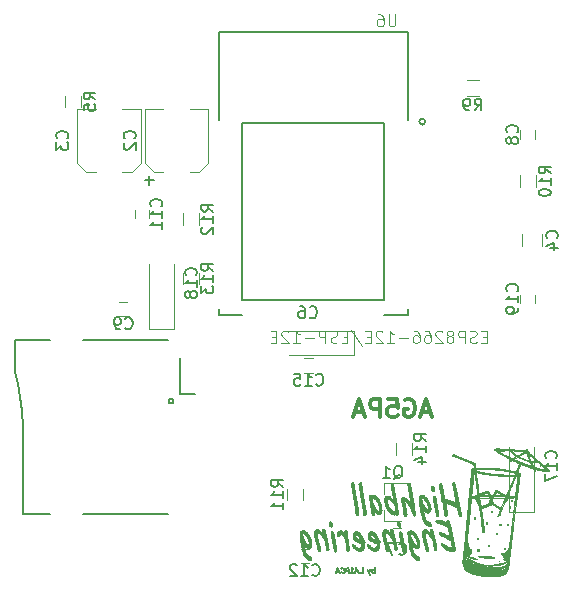
<source format=gbo>
G04 #@! TF.GenerationSoftware,KiCad,Pcbnew,(5.0.2)-1*
G04 #@! TF.CreationDate,2020-07-22T07:53:00+02:00*
G04 #@! TF.ProjectId,32mz_gauge_main_v31,33326d7a-5f67-4617-9567-655f6d61696e,rev?*
G04 #@! TF.SameCoordinates,Original*
G04 #@! TF.FileFunction,Legend,Bot*
G04 #@! TF.FilePolarity,Positive*
%FSLAX46Y46*%
G04 Gerber Fmt 4.6, Leading zero omitted, Abs format (unit mm)*
G04 Created by KiCad (PCBNEW (5.0.2)-1) date 7/22/2020 07:53:00*
%MOMM*%
%LPD*%
G01*
G04 APERTURE LIST*
%ADD10C,0.300000*%
%ADD11C,0.150000*%
%ADD12C,0.120000*%
%ADD13C,0.127000*%
%ADD14C,0.010000*%
%ADD15C,0.050000*%
G04 APERTURE END LIST*
D10*
X122340285Y-102104000D02*
X121626000Y-102104000D01*
X122483142Y-102532571D02*
X121983142Y-101032571D01*
X121483142Y-102532571D01*
X120197428Y-101104000D02*
X120340285Y-101032571D01*
X120554571Y-101032571D01*
X120768857Y-101104000D01*
X120911714Y-101246857D01*
X120983142Y-101389714D01*
X121054571Y-101675428D01*
X121054571Y-101889714D01*
X120983142Y-102175428D01*
X120911714Y-102318285D01*
X120768857Y-102461142D01*
X120554571Y-102532571D01*
X120411714Y-102532571D01*
X120197428Y-102461142D01*
X120126000Y-102389714D01*
X120126000Y-101889714D01*
X120411714Y-101889714D01*
X118768857Y-101032571D02*
X119483142Y-101032571D01*
X119554571Y-101746857D01*
X119483142Y-101675428D01*
X119340285Y-101604000D01*
X118983142Y-101604000D01*
X118840285Y-101675428D01*
X118768857Y-101746857D01*
X118697428Y-101889714D01*
X118697428Y-102246857D01*
X118768857Y-102389714D01*
X118840285Y-102461142D01*
X118983142Y-102532571D01*
X119340285Y-102532571D01*
X119483142Y-102461142D01*
X119554571Y-102389714D01*
X118054571Y-102532571D02*
X118054571Y-101032571D01*
X117483142Y-101032571D01*
X117340285Y-101104000D01*
X117268857Y-101175428D01*
X117197428Y-101318285D01*
X117197428Y-101532571D01*
X117268857Y-101675428D01*
X117340285Y-101746857D01*
X117483142Y-101818285D01*
X118054571Y-101818285D01*
X116626000Y-102104000D02*
X115911714Y-102104000D01*
X116768857Y-102532571D02*
X116268857Y-101032571D01*
X115768857Y-102532571D01*
D11*
G04 #@! TO.C,XS1*
X101122500Y-100578000D02*
X101122500Y-97578000D01*
X100222500Y-101028000D02*
X100522500Y-101028000D01*
X100222500Y-101328000D02*
X100222500Y-101028000D01*
X100522500Y-101328000D02*
X100222500Y-101328000D01*
X100522500Y-101028000D02*
X100522500Y-101328000D01*
X100122500Y-96028000D02*
X92922500Y-96028000D01*
X87122500Y-96028000D02*
X90122500Y-96028000D01*
X87122500Y-98728000D02*
X87122500Y-96028000D01*
X90122500Y-110728000D02*
X87822500Y-110728000D01*
X92922500Y-110728000D02*
X100122500Y-110728000D01*
X101122500Y-100578000D02*
X102422500Y-100578000D01*
X87422500Y-99778000D02*
X87122500Y-98728000D01*
X87622500Y-100878000D02*
X87422500Y-99778000D01*
X87772500Y-102028000D02*
X87622500Y-100878000D01*
X87822500Y-103378000D02*
X87772500Y-102028000D01*
X87822500Y-110728000D02*
X87822500Y-103378000D01*
D12*
G04 #@! TO.C,Q1*
X118366000Y-111308000D02*
X118366000Y-110378000D01*
X118366000Y-108148000D02*
X118366000Y-109078000D01*
X118366000Y-108148000D02*
X120526000Y-108148000D01*
X118366000Y-111308000D02*
X119826000Y-111308000D01*
G04 #@! TO.C,C2*
X98168000Y-81031000D02*
X98168000Y-76451000D01*
X98928000Y-81791000D02*
X98168000Y-81031000D01*
X103508000Y-81031000D02*
X102748000Y-81791000D01*
X103508000Y-76451000D02*
X103508000Y-81031000D01*
X98928000Y-81791000D02*
X99718000Y-81791000D01*
X102748000Y-81791000D02*
X101958000Y-81791000D01*
X103508000Y-76451000D02*
X101958000Y-76451000D01*
X98168000Y-76451000D02*
X99718000Y-76451000D01*
G04 #@! TO.C,C3*
X92453000Y-76451000D02*
X94003000Y-76451000D01*
X97793000Y-76451000D02*
X96243000Y-76451000D01*
X97033000Y-81791000D02*
X96243000Y-81791000D01*
X93213000Y-81791000D02*
X94003000Y-81791000D01*
X97793000Y-76451000D02*
X97793000Y-81031000D01*
X97793000Y-81031000D02*
X97033000Y-81791000D01*
X93213000Y-81791000D02*
X92453000Y-81031000D01*
X92453000Y-81031000D02*
X92453000Y-76451000D01*
G04 #@! TO.C,C4*
X130087000Y-88066500D02*
X130087000Y-87066500D01*
X131787000Y-87066500D02*
X131787000Y-88066500D01*
G04 #@! TO.C,C6*
X115850500Y-95216000D02*
X115850500Y-97316000D01*
X115850500Y-97316000D02*
X110350500Y-97316000D01*
X115850500Y-95216000D02*
X110350500Y-95216000D01*
G04 #@! TO.C,C8*
X131156000Y-78963000D02*
X131156000Y-78263000D01*
X129956000Y-78263000D02*
X129956000Y-78963000D01*
G04 #@! TO.C,C9*
X96679500Y-92808500D02*
X95979500Y-92808500D01*
X95979500Y-94008500D02*
X96679500Y-94008500D01*
G04 #@! TO.C,C11*
X98517000Y-85694000D02*
X98517000Y-84994000D01*
X97317000Y-84994000D02*
X97317000Y-85694000D01*
G04 #@! TO.C,C12*
X111346500Y-114900000D02*
X112046500Y-114900000D01*
X112046500Y-113700000D02*
X111346500Y-113700000D01*
G04 #@! TO.C,C17*
X131098000Y-110580000D02*
X128998000Y-110580000D01*
X128998000Y-110580000D02*
X128998000Y-105080000D01*
X131098000Y-110580000D02*
X131098000Y-105080000D01*
G04 #@! TO.C,C18*
X100618000Y-95086000D02*
X100618000Y-89586000D01*
X98518000Y-95086000D02*
X98518000Y-89586000D01*
X100618000Y-95086000D02*
X98518000Y-95086000D01*
D13*
G04 #@! TO.C,U6*
X118395000Y-77667500D02*
X106395000Y-77667500D01*
X106395000Y-77667500D02*
X106395000Y-92667500D01*
X106395000Y-92667500D02*
X118395000Y-92667500D01*
X118395000Y-92667500D02*
X118395000Y-77667500D01*
X120395000Y-77407500D02*
X120395000Y-69907500D01*
X120395000Y-69907500D02*
X104395000Y-69907500D01*
X104395000Y-69907500D02*
X104395000Y-77407500D01*
X120395000Y-93407500D02*
X120395000Y-93907500D01*
X120395000Y-93907500D02*
X118395000Y-93907500D01*
X104395000Y-93407500D02*
X104395000Y-93907500D01*
X104395000Y-93907500D02*
X106395000Y-93907500D01*
X121895000Y-77532500D02*
G75*
G03X121895000Y-77532500I-250000J0D01*
G01*
D12*
G04 #@! TO.C,C7*
X119857000Y-111922000D02*
X119157000Y-111922000D01*
X119157000Y-113122000D02*
X119857000Y-113122000D01*
G04 #@! TO.C,C19*
X131156000Y-92869500D02*
X131156000Y-92169500D01*
X129956000Y-92169500D02*
X129956000Y-92869500D01*
G04 #@! TO.C,C15*
X112364000Y-97571000D02*
X111664000Y-97571000D01*
X111664000Y-98771000D02*
X112364000Y-98771000D01*
G04 #@! TO.C,R5*
X91395000Y-75319000D02*
X91395000Y-76319000D01*
X92755000Y-76319000D02*
X92755000Y-75319000D01*
G04 #@! TO.C,R9*
X126420500Y-73996000D02*
X125420500Y-73996000D01*
X125420500Y-75356000D02*
X126420500Y-75356000D01*
G04 #@! TO.C,R10*
X131299500Y-83050000D02*
X131299500Y-82050000D01*
X129939500Y-82050000D02*
X129939500Y-83050000D01*
G04 #@! TO.C,R11*
X110191000Y-108593000D02*
X110191000Y-109593000D01*
X111551000Y-109593000D02*
X111551000Y-108593000D01*
G04 #@! TO.C,R12*
X101364500Y-85288500D02*
X101364500Y-86288500D01*
X102724500Y-86288500D02*
X102724500Y-85288500D01*
G04 #@! TO.C,R13*
X102724500Y-91305000D02*
X102724500Y-90305000D01*
X101364500Y-90305000D02*
X101364500Y-91305000D01*
G04 #@! TO.C,R14*
X119398500Y-104719500D02*
X119398500Y-105719500D01*
X120758500Y-105719500D02*
X120758500Y-104719500D01*
D14*
G04 #@! TO.C,G\002A\002A\002A*
G36*
X131593166Y-106642958D02*
X131598458Y-106648250D01*
X131603750Y-106642958D01*
X131598458Y-106637666D01*
X131593166Y-106642958D01*
X131593166Y-106642958D01*
G37*
X131593166Y-106642958D02*
X131598458Y-106648250D01*
X131603750Y-106642958D01*
X131598458Y-106637666D01*
X131593166Y-106642958D01*
G36*
X129127250Y-109675083D02*
X129233083Y-109675083D01*
X129233083Y-109569250D01*
X129127250Y-109569250D01*
X129127250Y-109675083D01*
X129127250Y-109675083D01*
G37*
X129127250Y-109675083D02*
X129233083Y-109675083D01*
X129233083Y-109569250D01*
X129127250Y-109569250D01*
X129127250Y-109675083D01*
G36*
X128957916Y-110204250D02*
X129063750Y-110204250D01*
X129063750Y-110098416D01*
X128957916Y-110098416D01*
X128957916Y-110204250D01*
X128957916Y-110204250D01*
G37*
X128957916Y-110204250D02*
X129063750Y-110204250D01*
X129063750Y-110098416D01*
X128957916Y-110098416D01*
X128957916Y-110204250D01*
G36*
X127455083Y-110585250D02*
X127560916Y-110585250D01*
X127560916Y-110479416D01*
X127455083Y-110479416D01*
X127455083Y-110585250D01*
X127455083Y-110585250D01*
G37*
X127455083Y-110585250D02*
X127560916Y-110585250D01*
X127560916Y-110479416D01*
X127455083Y-110479416D01*
X127455083Y-110585250D01*
G36*
X125994583Y-111135583D02*
X126100416Y-111135583D01*
X126100416Y-111029750D01*
X125994583Y-111029750D01*
X125994583Y-111135583D01*
X125994583Y-111135583D01*
G37*
X125994583Y-111135583D02*
X126100416Y-111135583D01*
X126100416Y-111029750D01*
X125994583Y-111029750D01*
X125994583Y-111135583D01*
G36*
X127010583Y-111558916D02*
X127116416Y-111558916D01*
X127116416Y-111453083D01*
X127010583Y-111453083D01*
X127010583Y-111558916D01*
X127010583Y-111558916D01*
G37*
X127010583Y-111558916D02*
X127116416Y-111558916D01*
X127116416Y-111453083D01*
X127010583Y-111453083D01*
X127010583Y-111558916D01*
G36*
X128174750Y-111664750D02*
X128280583Y-111664750D01*
X128280583Y-111558916D01*
X128174750Y-111558916D01*
X128174750Y-111664750D01*
X128174750Y-111664750D01*
G37*
X128174750Y-111664750D02*
X128280583Y-111664750D01*
X128280583Y-111558916D01*
X128174750Y-111558916D01*
X128174750Y-111664750D01*
G36*
X128788583Y-111685916D02*
X128894416Y-111685916D01*
X128894416Y-111580083D01*
X128788583Y-111580083D01*
X128788583Y-111685916D01*
X128788583Y-111685916D01*
G37*
X128788583Y-111685916D02*
X128894416Y-111685916D01*
X128894416Y-111580083D01*
X128788583Y-111580083D01*
X128788583Y-111685916D01*
G36*
X127878416Y-112447916D02*
X127984250Y-112447916D01*
X127984250Y-112342083D01*
X127878416Y-112342083D01*
X127878416Y-112447916D01*
X127878416Y-112447916D01*
G37*
X127878416Y-112447916D02*
X127984250Y-112447916D01*
X127984250Y-112342083D01*
X127878416Y-112342083D01*
X127878416Y-112447916D01*
G36*
X126290916Y-112892416D02*
X126396750Y-112892416D01*
X126396750Y-112786583D01*
X126290916Y-112786583D01*
X126290916Y-112892416D01*
X126290916Y-112892416D01*
G37*
X126290916Y-112892416D02*
X126396750Y-112892416D01*
X126396750Y-112786583D01*
X126290916Y-112786583D01*
X126290916Y-112892416D01*
G36*
X127201083Y-113442750D02*
X127306916Y-113442750D01*
X127306916Y-113336916D01*
X127201083Y-113336916D01*
X127201083Y-113442750D01*
X127201083Y-113442750D01*
G37*
X127201083Y-113442750D02*
X127306916Y-113442750D01*
X127306916Y-113336916D01*
X127201083Y-113336916D01*
X127201083Y-113442750D01*
G36*
X128534583Y-113696750D02*
X128661583Y-113696750D01*
X128661583Y-113590916D01*
X128534583Y-113590916D01*
X128534583Y-113696750D01*
X128534583Y-113696750D01*
G37*
X128534583Y-113696750D02*
X128661583Y-113696750D01*
X128661583Y-113590916D01*
X128534583Y-113590916D01*
X128534583Y-113696750D01*
G36*
X126312083Y-113844916D02*
X126439083Y-113844916D01*
X126439083Y-113739083D01*
X126312083Y-113739083D01*
X126312083Y-113844916D01*
X126312083Y-113844916D01*
G37*
X126312083Y-113844916D02*
X126439083Y-113844916D01*
X126439083Y-113739083D01*
X126312083Y-113739083D01*
X126312083Y-113844916D01*
G36*
X126473699Y-114388855D02*
X126476856Y-114393666D01*
X126487590Y-114394414D01*
X126498883Y-114391829D01*
X126493984Y-114388020D01*
X126477444Y-114386758D01*
X126473699Y-114388855D01*
X126473699Y-114388855D01*
G37*
X126473699Y-114388855D02*
X126476856Y-114393666D01*
X126487590Y-114394414D01*
X126498883Y-114391829D01*
X126493984Y-114388020D01*
X126477444Y-114386758D01*
X126473699Y-114388855D01*
G36*
X126568808Y-114290122D02*
X126402041Y-114290828D01*
X126724500Y-114380080D01*
X127046958Y-114469333D01*
X127360382Y-114469333D01*
X127439824Y-114469092D01*
X127512353Y-114468412D01*
X127575284Y-114467354D01*
X127625929Y-114465980D01*
X127661603Y-114464352D01*
X127679620Y-114462532D01*
X127681193Y-114461945D01*
X127678828Y-114452201D01*
X127664436Y-114441154D01*
X127651915Y-114431457D01*
X127656153Y-114427179D01*
X127673367Y-114428628D01*
X127699775Y-114436112D01*
X127704570Y-114437879D01*
X127726268Y-114444502D01*
X127737051Y-114444893D01*
X127728993Y-114440146D01*
X127704235Y-114429484D01*
X127665981Y-114414198D01*
X127617433Y-114395579D01*
X127579479Y-114381414D01*
X127418041Y-114321802D01*
X127076808Y-114305609D01*
X126984058Y-114301495D01*
X126889394Y-114297814D01*
X126797219Y-114294700D01*
X126711939Y-114292289D01*
X126637959Y-114290714D01*
X126579681Y-114290109D01*
X126568808Y-114290122D01*
X126568808Y-114290122D01*
G37*
X126568808Y-114290122D02*
X126402041Y-114290828D01*
X126724500Y-114380080D01*
X127046958Y-114469333D01*
X127360382Y-114469333D01*
X127439824Y-114469092D01*
X127512353Y-114468412D01*
X127575284Y-114467354D01*
X127625929Y-114465980D01*
X127661603Y-114464352D01*
X127679620Y-114462532D01*
X127681193Y-114461945D01*
X127678828Y-114452201D01*
X127664436Y-114441154D01*
X127651915Y-114431457D01*
X127656153Y-114427179D01*
X127673367Y-114428628D01*
X127699775Y-114436112D01*
X127704570Y-114437879D01*
X127726268Y-114444502D01*
X127737051Y-114444893D01*
X127728993Y-114440146D01*
X127704235Y-114429484D01*
X127665981Y-114414198D01*
X127617433Y-114395579D01*
X127579479Y-114381414D01*
X127418041Y-114321802D01*
X127076808Y-114305609D01*
X126984058Y-114301495D01*
X126889394Y-114297814D01*
X126797219Y-114294700D01*
X126711939Y-114292289D01*
X126637959Y-114290714D01*
X126579681Y-114290109D01*
X126568808Y-114290122D01*
G36*
X126241398Y-114579857D02*
X126248583Y-114585750D01*
X126267877Y-114594705D01*
X126275041Y-114596009D01*
X126276935Y-114591642D01*
X126269750Y-114585750D01*
X126250456Y-114576794D01*
X126243291Y-114575490D01*
X126241398Y-114579857D01*
X126241398Y-114579857D01*
G37*
X126241398Y-114579857D02*
X126248583Y-114585750D01*
X126267877Y-114594705D01*
X126275041Y-114596009D01*
X126276935Y-114591642D01*
X126269750Y-114585750D01*
X126250456Y-114576794D01*
X126243291Y-114575490D01*
X126241398Y-114579857D01*
G36*
X128143000Y-114739208D02*
X128148291Y-114744500D01*
X128153583Y-114739208D01*
X128148291Y-114733916D01*
X128143000Y-114739208D01*
X128143000Y-114739208D01*
G37*
X128143000Y-114739208D02*
X128148291Y-114744500D01*
X128153583Y-114739208D01*
X128148291Y-114733916D01*
X128143000Y-114739208D01*
G36*
X127179916Y-115035541D02*
X127185208Y-115040833D01*
X127190500Y-115035541D01*
X127185208Y-115030250D01*
X127179916Y-115035541D01*
X127179916Y-115035541D01*
G37*
X127179916Y-115035541D02*
X127185208Y-115040833D01*
X127190500Y-115035541D01*
X127185208Y-115030250D01*
X127179916Y-115035541D01*
G36*
X124235958Y-105681301D02*
X124224178Y-105700838D01*
X124212603Y-105733048D01*
X124203213Y-105765558D01*
X124198066Y-105788947D01*
X124197966Y-105797077D01*
X124208229Y-105801655D01*
X124236234Y-105813360D01*
X124280085Y-105831425D01*
X124337883Y-105855083D01*
X124407731Y-105883567D01*
X124487733Y-105916110D01*
X124575991Y-105951947D01*
X124670607Y-105990309D01*
X124769685Y-106030430D01*
X124871327Y-106071543D01*
X124973635Y-106112882D01*
X125074713Y-106153679D01*
X125172662Y-106193169D01*
X125265587Y-106230583D01*
X125351589Y-106265155D01*
X125428771Y-106296119D01*
X125495236Y-106322707D01*
X125549086Y-106344153D01*
X125588425Y-106359690D01*
X125611355Y-106368551D01*
X125616278Y-106370300D01*
X125629455Y-106368556D01*
X125642849Y-106353193D01*
X125659245Y-106320944D01*
X125660221Y-106318767D01*
X125672713Y-106287374D01*
X125679128Y-106264126D01*
X125678693Y-106255445D01*
X125668136Y-106250642D01*
X125639826Y-106238726D01*
X125595658Y-106220460D01*
X125537525Y-106196610D01*
X125467322Y-106167941D01*
X125386942Y-106135217D01*
X125298279Y-106099203D01*
X125203226Y-106060664D01*
X125103678Y-106020365D01*
X125001528Y-105979070D01*
X124898670Y-105937544D01*
X124796998Y-105896553D01*
X124698405Y-105856860D01*
X124604785Y-105819230D01*
X124518033Y-105784428D01*
X124440042Y-105753220D01*
X124372705Y-105726369D01*
X124317916Y-105704641D01*
X124277570Y-105688800D01*
X124253560Y-105679611D01*
X124247832Y-105677622D01*
X124235958Y-105681301D01*
X124235958Y-105681301D01*
G37*
X124235958Y-105681301D02*
X124224178Y-105700838D01*
X124212603Y-105733048D01*
X124203213Y-105765558D01*
X124198066Y-105788947D01*
X124197966Y-105797077D01*
X124208229Y-105801655D01*
X124236234Y-105813360D01*
X124280085Y-105831425D01*
X124337883Y-105855083D01*
X124407731Y-105883567D01*
X124487733Y-105916110D01*
X124575991Y-105951947D01*
X124670607Y-105990309D01*
X124769685Y-106030430D01*
X124871327Y-106071543D01*
X124973635Y-106112882D01*
X125074713Y-106153679D01*
X125172662Y-106193169D01*
X125265587Y-106230583D01*
X125351589Y-106265155D01*
X125428771Y-106296119D01*
X125495236Y-106322707D01*
X125549086Y-106344153D01*
X125588425Y-106359690D01*
X125611355Y-106368551D01*
X125616278Y-106370300D01*
X125629455Y-106368556D01*
X125642849Y-106353193D01*
X125659245Y-106320944D01*
X125660221Y-106318767D01*
X125672713Y-106287374D01*
X125679128Y-106264126D01*
X125678693Y-106255445D01*
X125668136Y-106250642D01*
X125639826Y-106238726D01*
X125595658Y-106220460D01*
X125537525Y-106196610D01*
X125467322Y-106167941D01*
X125386942Y-106135217D01*
X125298279Y-106099203D01*
X125203226Y-106060664D01*
X125103678Y-106020365D01*
X125001528Y-105979070D01*
X124898670Y-105937544D01*
X124796998Y-105896553D01*
X124698405Y-105856860D01*
X124604785Y-105819230D01*
X124518033Y-105784428D01*
X124440042Y-105753220D01*
X124372705Y-105726369D01*
X124317916Y-105704641D01*
X124277570Y-105688800D01*
X124253560Y-105679611D01*
X124247832Y-105677622D01*
X124235958Y-105681301D01*
G36*
X125754514Y-106297192D02*
X125742045Y-106319087D01*
X125728289Y-106347457D01*
X125716390Y-106375655D01*
X125709490Y-106397035D01*
X125708833Y-106402023D01*
X125717544Y-106410251D01*
X125738202Y-106421209D01*
X125762594Y-106431174D01*
X125782508Y-106436425D01*
X125785085Y-106436583D01*
X125791887Y-106427606D01*
X125803507Y-106404299D01*
X125814821Y-106377994D01*
X125826793Y-106346559D01*
X125833816Y-106324223D01*
X125834571Y-106316637D01*
X125818919Y-106308719D01*
X125794972Y-106298831D01*
X125772604Y-106290841D01*
X125762555Y-106288416D01*
X125754514Y-106297192D01*
X125754514Y-106297192D01*
G37*
X125754514Y-106297192D02*
X125742045Y-106319087D01*
X125728289Y-106347457D01*
X125716390Y-106375655D01*
X125709490Y-106397035D01*
X125708833Y-106402023D01*
X125717544Y-106410251D01*
X125738202Y-106421209D01*
X125762594Y-106431174D01*
X125782508Y-106436425D01*
X125785085Y-106436583D01*
X125791887Y-106427606D01*
X125803507Y-106404299D01*
X125814821Y-106377994D01*
X125826793Y-106346559D01*
X125833816Y-106324223D01*
X125834571Y-106316637D01*
X125818919Y-106308719D01*
X125794972Y-106298831D01*
X125772604Y-106290841D01*
X125762555Y-106288416D01*
X125754514Y-106297192D01*
G36*
X125880251Y-106401899D02*
X125866654Y-106436803D01*
X125863466Y-106458270D01*
X125872032Y-106471993D01*
X125893702Y-106483665D01*
X125900268Y-106486483D01*
X125915889Y-106491671D01*
X125927262Y-106488670D01*
X125938623Y-106473939D01*
X125954207Y-106443938D01*
X125956334Y-106439607D01*
X125970791Y-106408489D01*
X125979762Y-106385922D01*
X125981374Y-106377512D01*
X125970155Y-106371423D01*
X125947082Y-106361014D01*
X125941355Y-106358580D01*
X125904970Y-106343282D01*
X125880251Y-106401899D01*
X125880251Y-106401899D01*
G37*
X125880251Y-106401899D02*
X125866654Y-106436803D01*
X125863466Y-106458270D01*
X125872032Y-106471993D01*
X125893702Y-106483665D01*
X125900268Y-106486483D01*
X125915889Y-106491671D01*
X125927262Y-106488670D01*
X125938623Y-106473939D01*
X125954207Y-106443938D01*
X125956334Y-106439607D01*
X125970791Y-106408489D01*
X125979762Y-106385922D01*
X125981374Y-106377512D01*
X125970155Y-106371423D01*
X125947082Y-106361014D01*
X125941355Y-106358580D01*
X125904970Y-106343282D01*
X125880251Y-106401899D01*
G36*
X127902044Y-105189808D02*
X127890755Y-105197915D01*
X127889000Y-105208781D01*
X127887513Y-105219356D01*
X127880124Y-105225018D01*
X127862437Y-105226559D01*
X127830060Y-105224773D01*
X127809625Y-105223103D01*
X127730250Y-105216394D01*
X127730250Y-105249697D01*
X127733183Y-105272652D01*
X127740298Y-105282957D01*
X127740833Y-105283000D01*
X127749432Y-105291864D01*
X127751416Y-105304166D01*
X127753955Y-105316421D01*
X127764921Y-105322792D01*
X127789339Y-105325115D01*
X127809353Y-105325333D01*
X127843663Y-105326415D01*
X127863593Y-105331455D01*
X127875889Y-105343140D01*
X127882399Y-105354437D01*
X127898049Y-105376391D01*
X127925452Y-105406870D01*
X127961307Y-105442924D01*
X128002315Y-105481601D01*
X128045175Y-105519952D01*
X128086586Y-105555025D01*
X128123249Y-105583870D01*
X128151863Y-105603537D01*
X128169128Y-105611075D01*
X128169460Y-105611083D01*
X128180456Y-105616993D01*
X128203157Y-105632445D01*
X128230996Y-105652863D01*
X128263114Y-105676021D01*
X128291281Y-105694445D01*
X128307271Y-105703134D01*
X128323765Y-105711498D01*
X128354397Y-105728510D01*
X128395171Y-105751903D01*
X128442091Y-105779404D01*
X128455208Y-105787187D01*
X128531964Y-105831767D01*
X128617907Y-105879829D01*
X128709079Y-105929308D01*
X128801522Y-105978140D01*
X128891277Y-106024259D01*
X128974388Y-106065600D01*
X129046894Y-106100097D01*
X129100791Y-106123999D01*
X129143125Y-106141763D01*
X129114021Y-106157219D01*
X129093776Y-106168913D01*
X129084931Y-106175889D01*
X129084917Y-106176003D01*
X129089061Y-106186581D01*
X129098891Y-106207898D01*
X129110498Y-106231822D01*
X129119976Y-106250222D01*
X129122943Y-106255140D01*
X129132378Y-106251597D01*
X129153591Y-106238518D01*
X129173907Y-106224475D01*
X129221852Y-106190043D01*
X129272447Y-106209025D01*
X129303657Y-106221700D01*
X129347226Y-106240646D01*
X129396460Y-106262913D01*
X129428875Y-106278026D01*
X129482744Y-106302712D01*
X129539881Y-106327640D01*
X129591526Y-106349036D01*
X129614083Y-106357806D01*
X129653709Y-106373462D01*
X129686792Y-106387979D01*
X129707254Y-106398657D01*
X129709333Y-106400123D01*
X129724751Y-106408262D01*
X129755934Y-106421814D01*
X129798719Y-106439060D01*
X129848943Y-106458283D01*
X129862791Y-106463425D01*
X129914269Y-106482855D01*
X129959400Y-106500713D01*
X129994020Y-106515294D01*
X130013968Y-106524888D01*
X130016250Y-106526365D01*
X130030281Y-106533288D01*
X130061057Y-106546184D01*
X130105410Y-106563851D01*
X130160171Y-106585087D01*
X130222171Y-106608689D01*
X130288243Y-106633456D01*
X130355218Y-106658184D01*
X130419927Y-106681672D01*
X130479203Y-106702717D01*
X130500437Y-106710098D01*
X130574078Y-106735552D01*
X130631709Y-106755609D01*
X130677357Y-106771690D01*
X130715051Y-106785220D01*
X130748818Y-106797622D01*
X130762375Y-106802678D01*
X130803070Y-106817155D01*
X130854533Y-106834407D01*
X130907217Y-106851254D01*
X130919982Y-106855188D01*
X131014090Y-106883923D01*
X131046376Y-106956586D01*
X131065121Y-106995744D01*
X131079971Y-107018387D01*
X131093646Y-107028108D01*
X131101382Y-107029250D01*
X131124320Y-107038978D01*
X131136157Y-107055708D01*
X131149895Y-107077151D01*
X131167601Y-107081049D01*
X131183201Y-107076372D01*
X131188759Y-107069469D01*
X131186124Y-107053732D01*
X131174283Y-107025895D01*
X131156927Y-106991622D01*
X131137278Y-106953535D01*
X131126928Y-106930870D01*
X131125102Y-106920435D01*
X131131028Y-106919037D01*
X131140047Y-106921979D01*
X131160599Y-106929413D01*
X131185104Y-106937403D01*
X131216470Y-106946773D01*
X131257602Y-106958346D01*
X131311408Y-106972946D01*
X131380794Y-106991398D01*
X131439708Y-107006920D01*
X131568605Y-107039849D01*
X131680824Y-107066317D01*
X131779643Y-107086916D01*
X131868341Y-107102237D01*
X131950197Y-107112874D01*
X132028489Y-107119418D01*
X132074708Y-107121612D01*
X132129018Y-107124124D01*
X132175875Y-107127457D01*
X132211144Y-107131230D01*
X132230690Y-107135062D01*
X132232929Y-107136220D01*
X132251549Y-107145133D01*
X132265612Y-107134430D01*
X132284254Y-107118786D01*
X132310675Y-107110307D01*
X132334621Y-107111651D01*
X132340579Y-107114985D01*
X132349455Y-107118920D01*
X132353857Y-107109187D01*
X132355154Y-107082278D01*
X132355166Y-107077645D01*
X132351606Y-107039874D01*
X132344532Y-107012482D01*
X132111750Y-107012482D01*
X132102046Y-107013170D01*
X132075366Y-107009756D01*
X132035359Y-107002898D01*
X131985674Y-106993256D01*
X131929959Y-106981488D01*
X131889219Y-106972313D01*
X131793549Y-106949754D01*
X131711902Y-106929448D01*
X131637514Y-106909652D01*
X131563624Y-106888623D01*
X131556125Y-106886421D01*
X131502320Y-106870608D01*
X131443115Y-106853244D01*
X131392083Y-106838309D01*
X131344427Y-106824005D01*
X131290139Y-106807104D01*
X131233161Y-106788905D01*
X131177431Y-106770705D01*
X131126889Y-106753803D01*
X131085476Y-106739499D01*
X131057131Y-106729089D01*
X131046425Y-106724386D01*
X131039340Y-106713565D01*
X131026152Y-106689161D01*
X130935638Y-106689161D01*
X130891340Y-106674973D01*
X130853118Y-106662408D01*
X130815805Y-106649661D01*
X130810000Y-106647613D01*
X130781857Y-106637354D01*
X130742019Y-106622527D01*
X130698554Y-106606135D01*
X130693583Y-106604246D01*
X130655090Y-106590089D01*
X130623911Y-106579516D01*
X130605557Y-106574371D01*
X130603625Y-106574149D01*
X130590307Y-106570543D01*
X130561286Y-106560602D01*
X130520554Y-106545752D01*
X130472099Y-106527421D01*
X130460750Y-106523044D01*
X130403375Y-106501203D01*
X130345287Y-106479712D01*
X130293313Y-106461062D01*
X130254663Y-106447868D01*
X130210608Y-106432879D01*
X130168023Y-106417281D01*
X130138247Y-106405334D01*
X130115102Y-106395697D01*
X130076115Y-106379948D01*
X130025175Y-106359636D01*
X129966171Y-106336313D01*
X129902992Y-106311528D01*
X129899833Y-106310294D01*
X129824159Y-106280413D01*
X129740794Y-106246963D01*
X129657240Y-106212986D01*
X129581000Y-106181528D01*
X129538339Y-106163627D01*
X129372637Y-106093441D01*
X129669441Y-105915411D01*
X130200033Y-106124787D01*
X130301458Y-106164822D01*
X130397732Y-106202850D01*
X130486909Y-106238098D01*
X130567044Y-106269796D01*
X130636188Y-106297175D01*
X130692397Y-106319464D01*
X130733724Y-106335891D01*
X130758222Y-106345688D01*
X130763374Y-106347785D01*
X130788095Y-106363902D01*
X130806620Y-106391859D01*
X130815117Y-106412225D01*
X130829911Y-106449367D01*
X130849252Y-106494770D01*
X130865865Y-106531833D01*
X130885254Y-106574291D01*
X130904072Y-106616247D01*
X130916630Y-106644893D01*
X130935638Y-106689161D01*
X131026152Y-106689161D01*
X131025142Y-106687294D01*
X131005648Y-106649309D01*
X130982676Y-106603350D01*
X130958044Y-106553156D01*
X130933569Y-106502465D01*
X130911069Y-106455015D01*
X130892362Y-106414546D01*
X130879265Y-106384796D01*
X130873597Y-106369503D01*
X130873500Y-106368713D01*
X130881711Y-106363970D01*
X130906909Y-106359705D01*
X130949937Y-106355860D01*
X131011640Y-106352374D01*
X131092862Y-106349188D01*
X131188800Y-106346386D01*
X131414143Y-106340588D01*
X131577530Y-106504100D01*
X131637702Y-106563588D01*
X131707938Y-106631844D01*
X131782591Y-106703454D01*
X131856014Y-106773004D01*
X131922561Y-106835077D01*
X131926333Y-106838558D01*
X131978232Y-106886525D01*
X132024527Y-106929543D01*
X132063079Y-106965602D01*
X132091746Y-106992697D01*
X132108390Y-107008820D01*
X132111750Y-107012482D01*
X132344532Y-107012482D01*
X132342705Y-107005408D01*
X132339020Y-106996974D01*
X132329789Y-106976036D01*
X132328466Y-106965920D01*
X132329019Y-106965750D01*
X132322098Y-106959272D01*
X132300071Y-106940574D01*
X132264279Y-106910758D01*
X132216066Y-106870926D01*
X132156772Y-106822180D01*
X132087740Y-106765624D01*
X132010311Y-106702359D01*
X131925828Y-106633487D01*
X131835633Y-106560111D01*
X131798233Y-106529728D01*
X131688130Y-106440238D01*
X131592323Y-106362107D01*
X131508624Y-106293416D01*
X131489828Y-106277833D01*
X131344228Y-106277833D01*
X131307301Y-106279130D01*
X131281034Y-106280396D01*
X131240164Y-106282757D01*
X131191204Y-106285824D01*
X131159250Y-106287938D01*
X131062637Y-106293792D01*
X130985571Y-106296891D01*
X130926609Y-106297213D01*
X130884308Y-106294734D01*
X130857226Y-106289430D01*
X130845318Y-106282913D01*
X130836597Y-106268539D01*
X130830536Y-106256128D01*
X130735496Y-106256128D01*
X130728989Y-106267062D01*
X130727085Y-106267250D01*
X130715777Y-106263360D01*
X130686868Y-106252222D01*
X130642334Y-106234628D01*
X130584153Y-106211371D01*
X130514303Y-106183245D01*
X130434761Y-106151042D01*
X130347504Y-106115557D01*
X130265410Y-106082041D01*
X130172745Y-106044268D01*
X130085835Y-106009082D01*
X130006690Y-105977280D01*
X129937319Y-105949658D01*
X129879731Y-105927012D01*
X129835937Y-105910139D01*
X129807944Y-105899835D01*
X129797991Y-105896833D01*
X129784651Y-105892186D01*
X129783272Y-105888895D01*
X129780657Y-105873166D01*
X129777894Y-105861772D01*
X129611772Y-105861772D01*
X129451532Y-105958000D01*
X129399731Y-105989086D01*
X129354700Y-106016068D01*
X129319373Y-106037192D01*
X129296681Y-106050704D01*
X129289496Y-106054905D01*
X129279822Y-106050928D01*
X129254641Y-106039567D01*
X129217581Y-106022486D01*
X129172273Y-106001344D01*
X129163819Y-105997375D01*
X129116629Y-105975528D01*
X129076194Y-105957420D01*
X129046432Y-105944763D01*
X129031264Y-105939267D01*
X129030491Y-105939166D01*
X129018420Y-105934593D01*
X128990278Y-105921797D01*
X128948856Y-105902164D01*
X128896943Y-105877078D01*
X128837330Y-105847925D01*
X128772806Y-105816090D01*
X128706161Y-105782958D01*
X128640186Y-105749914D01*
X128577670Y-105718345D01*
X128521403Y-105689634D01*
X128474175Y-105665167D01*
X128438776Y-105646329D01*
X128423458Y-105637775D01*
X128389062Y-105618090D01*
X128360438Y-105602176D01*
X128344083Y-105593628D01*
X128324855Y-105582735D01*
X128293348Y-105562830D01*
X128254484Y-105537237D01*
X128213186Y-105509276D01*
X128174376Y-105482270D01*
X128142976Y-105459543D01*
X128127125Y-105447198D01*
X128110335Y-105430784D01*
X128106342Y-105421447D01*
X128108604Y-105420635D01*
X128120508Y-105412127D01*
X128121833Y-105405611D01*
X128124459Y-105399892D01*
X128133420Y-105394995D01*
X128150344Y-105390819D01*
X128176857Y-105387261D01*
X128214588Y-105384221D01*
X128265161Y-105381595D01*
X128330206Y-105379282D01*
X128411348Y-105377181D01*
X128510214Y-105375189D01*
X128628432Y-105373205D01*
X128643413Y-105372971D01*
X129011534Y-105367273D01*
X129273121Y-105581270D01*
X129337032Y-105633604D01*
X129395622Y-105681676D01*
X129446895Y-105723841D01*
X129488854Y-105758453D01*
X129519506Y-105783869D01*
X129536854Y-105798444D01*
X129540000Y-105801241D01*
X129550915Y-105811232D01*
X129571580Y-105828754D01*
X129578532Y-105834493D01*
X129611772Y-105861772D01*
X129777894Y-105861772D01*
X129777097Y-105858489D01*
X129776146Y-105843243D01*
X129787140Y-105834410D01*
X129811613Y-105828413D01*
X129839109Y-105821264D01*
X129856354Y-105813094D01*
X129858050Y-105811277D01*
X129868335Y-105803645D01*
X129894544Y-105786715D01*
X129934354Y-105761917D01*
X129985440Y-105730678D01*
X130045479Y-105694429D01*
X130112149Y-105654597D01*
X130131229Y-105643269D01*
X130398518Y-105484791D01*
X130477259Y-105649802D01*
X130503073Y-105704598D01*
X130525333Y-105753189D01*
X130542542Y-105792193D01*
X130553199Y-105818228D01*
X130556000Y-105827428D01*
X130560578Y-105842314D01*
X130574289Y-105876195D01*
X130597096Y-105928988D01*
X130628963Y-106000609D01*
X130669853Y-106090976D01*
X130715321Y-106190405D01*
X130730832Y-106229872D01*
X130735496Y-106256128D01*
X130830536Y-106256128D01*
X130821532Y-106237694D01*
X130801567Y-106193587D01*
X130778146Y-106139430D01*
X130752713Y-106078432D01*
X130746542Y-106063309D01*
X130717749Y-105992957D01*
X130687884Y-105920880D01*
X130659208Y-105852473D01*
X130633981Y-105793131D01*
X130615095Y-105749671D01*
X130596062Y-105705753D01*
X130581136Y-105669521D01*
X130571906Y-105644955D01*
X130569800Y-105636088D01*
X130578739Y-105641443D01*
X130601925Y-105658689D01*
X130637338Y-105686178D01*
X130682956Y-105722261D01*
X130736757Y-105765289D01*
X130796722Y-105813613D01*
X130860827Y-105865585D01*
X130927052Y-105919555D01*
X130993376Y-105973875D01*
X131057778Y-106026896D01*
X131118235Y-106076968D01*
X131172727Y-106122443D01*
X131219233Y-106161673D01*
X131255731Y-106193008D01*
X131280199Y-106214799D01*
X131286135Y-106220443D01*
X131344228Y-106277833D01*
X131489828Y-106277833D01*
X131434844Y-106232248D01*
X131368795Y-106176686D01*
X131308286Y-106124811D01*
X131251130Y-106074707D01*
X131195138Y-106024456D01*
X131138119Y-105972140D01*
X131077887Y-105915842D01*
X131012251Y-105853643D01*
X130939022Y-105783627D01*
X130861025Y-105708698D01*
X130784436Y-105634938D01*
X130712654Y-105565628D01*
X130647093Y-105502146D01*
X130589163Y-105445868D01*
X130567962Y-105425180D01*
X130310125Y-105425180D01*
X130302936Y-105431734D01*
X130280907Y-105447504D01*
X130247091Y-105470396D01*
X130204540Y-105498320D01*
X130185072Y-105510869D01*
X130137026Y-105542058D01*
X130093762Y-105570835D01*
X130059239Y-105594516D01*
X130037414Y-105610418D01*
X130033818Y-105613374D01*
X130018547Y-105624079D01*
X129989324Y-105642313D01*
X129949755Y-105666014D01*
X129903444Y-105693123D01*
X129853996Y-105721580D01*
X129805015Y-105749325D01*
X129760108Y-105774300D01*
X129722878Y-105794443D01*
X129696931Y-105807695D01*
X129686145Y-105812029D01*
X129674497Y-105804606D01*
X129672185Y-105801410D01*
X129659366Y-105795391D01*
X129655469Y-105796877D01*
X129643760Y-105792977D01*
X129620468Y-105777424D01*
X129589492Y-105752992D01*
X129568888Y-105735268D01*
X129537024Y-105707791D01*
X129492403Y-105670384D01*
X129438884Y-105626229D01*
X129380328Y-105578504D01*
X129320595Y-105530391D01*
X129307838Y-105520197D01*
X129123302Y-105372958D01*
X129223172Y-105369783D01*
X129248743Y-105369819D01*
X129291249Y-105370879D01*
X129348261Y-105372840D01*
X129417351Y-105375579D01*
X129496089Y-105378971D01*
X129582046Y-105382893D01*
X129672795Y-105387220D01*
X129765907Y-105391830D01*
X129858952Y-105396598D01*
X129949502Y-105401401D01*
X130035129Y-105406114D01*
X130113403Y-105410614D01*
X130181896Y-105414778D01*
X130238179Y-105418481D01*
X130279823Y-105421599D01*
X130304401Y-105424009D01*
X130310125Y-105425180D01*
X130567962Y-105425180D01*
X130540279Y-105398169D01*
X130501853Y-105360428D01*
X130475297Y-105334018D01*
X130462024Y-105320319D01*
X130460750Y-105318694D01*
X130465131Y-105306816D01*
X130475795Y-105284618D01*
X130476965Y-105282341D01*
X130486866Y-105260597D01*
X130484433Y-105249521D01*
X130467545Y-105241240D01*
X130465693Y-105240534D01*
X130442677Y-105232311D01*
X130431524Y-105234345D01*
X130423922Y-105250510D01*
X130420002Y-105261833D01*
X130408934Y-105293583D01*
X129924196Y-105293551D01*
X129829426Y-105293512D01*
X129745882Y-105293340D01*
X129671099Y-105292927D01*
X129602612Y-105292167D01*
X129537954Y-105290952D01*
X129474660Y-105289176D01*
X129410265Y-105286731D01*
X129342303Y-105283511D01*
X129268308Y-105279410D01*
X129185816Y-105274319D01*
X129092361Y-105268134D01*
X128985477Y-105260745D01*
X128862698Y-105252048D01*
X128721559Y-105241934D01*
X128703916Y-105240666D01*
X128580131Y-105231811D01*
X128461757Y-105223421D01*
X128350612Y-105215618D01*
X128248513Y-105208528D01*
X128157277Y-105202274D01*
X128078720Y-105196979D01*
X128014659Y-105192769D01*
X127966912Y-105189766D01*
X127937294Y-105188095D01*
X127928687Y-105187782D01*
X127902044Y-105189808D01*
X127902044Y-105189808D01*
G37*
X127902044Y-105189808D02*
X127890755Y-105197915D01*
X127889000Y-105208781D01*
X127887513Y-105219356D01*
X127880124Y-105225018D01*
X127862437Y-105226559D01*
X127830060Y-105224773D01*
X127809625Y-105223103D01*
X127730250Y-105216394D01*
X127730250Y-105249697D01*
X127733183Y-105272652D01*
X127740298Y-105282957D01*
X127740833Y-105283000D01*
X127749432Y-105291864D01*
X127751416Y-105304166D01*
X127753955Y-105316421D01*
X127764921Y-105322792D01*
X127789339Y-105325115D01*
X127809353Y-105325333D01*
X127843663Y-105326415D01*
X127863593Y-105331455D01*
X127875889Y-105343140D01*
X127882399Y-105354437D01*
X127898049Y-105376391D01*
X127925452Y-105406870D01*
X127961307Y-105442924D01*
X128002315Y-105481601D01*
X128045175Y-105519952D01*
X128086586Y-105555025D01*
X128123249Y-105583870D01*
X128151863Y-105603537D01*
X128169128Y-105611075D01*
X128169460Y-105611083D01*
X128180456Y-105616993D01*
X128203157Y-105632445D01*
X128230996Y-105652863D01*
X128263114Y-105676021D01*
X128291281Y-105694445D01*
X128307271Y-105703134D01*
X128323765Y-105711498D01*
X128354397Y-105728510D01*
X128395171Y-105751903D01*
X128442091Y-105779404D01*
X128455208Y-105787187D01*
X128531964Y-105831767D01*
X128617907Y-105879829D01*
X128709079Y-105929308D01*
X128801522Y-105978140D01*
X128891277Y-106024259D01*
X128974388Y-106065600D01*
X129046894Y-106100097D01*
X129100791Y-106123999D01*
X129143125Y-106141763D01*
X129114021Y-106157219D01*
X129093776Y-106168913D01*
X129084931Y-106175889D01*
X129084917Y-106176003D01*
X129089061Y-106186581D01*
X129098891Y-106207898D01*
X129110498Y-106231822D01*
X129119976Y-106250222D01*
X129122943Y-106255140D01*
X129132378Y-106251597D01*
X129153591Y-106238518D01*
X129173907Y-106224475D01*
X129221852Y-106190043D01*
X129272447Y-106209025D01*
X129303657Y-106221700D01*
X129347226Y-106240646D01*
X129396460Y-106262913D01*
X129428875Y-106278026D01*
X129482744Y-106302712D01*
X129539881Y-106327640D01*
X129591526Y-106349036D01*
X129614083Y-106357806D01*
X129653709Y-106373462D01*
X129686792Y-106387979D01*
X129707254Y-106398657D01*
X129709333Y-106400123D01*
X129724751Y-106408262D01*
X129755934Y-106421814D01*
X129798719Y-106439060D01*
X129848943Y-106458283D01*
X129862791Y-106463425D01*
X129914269Y-106482855D01*
X129959400Y-106500713D01*
X129994020Y-106515294D01*
X130013968Y-106524888D01*
X130016250Y-106526365D01*
X130030281Y-106533288D01*
X130061057Y-106546184D01*
X130105410Y-106563851D01*
X130160171Y-106585087D01*
X130222171Y-106608689D01*
X130288243Y-106633456D01*
X130355218Y-106658184D01*
X130419927Y-106681672D01*
X130479203Y-106702717D01*
X130500437Y-106710098D01*
X130574078Y-106735552D01*
X130631709Y-106755609D01*
X130677357Y-106771690D01*
X130715051Y-106785220D01*
X130748818Y-106797622D01*
X130762375Y-106802678D01*
X130803070Y-106817155D01*
X130854533Y-106834407D01*
X130907217Y-106851254D01*
X130919982Y-106855188D01*
X131014090Y-106883923D01*
X131046376Y-106956586D01*
X131065121Y-106995744D01*
X131079971Y-107018387D01*
X131093646Y-107028108D01*
X131101382Y-107029250D01*
X131124320Y-107038978D01*
X131136157Y-107055708D01*
X131149895Y-107077151D01*
X131167601Y-107081049D01*
X131183201Y-107076372D01*
X131188759Y-107069469D01*
X131186124Y-107053732D01*
X131174283Y-107025895D01*
X131156927Y-106991622D01*
X131137278Y-106953535D01*
X131126928Y-106930870D01*
X131125102Y-106920435D01*
X131131028Y-106919037D01*
X131140047Y-106921979D01*
X131160599Y-106929413D01*
X131185104Y-106937403D01*
X131216470Y-106946773D01*
X131257602Y-106958346D01*
X131311408Y-106972946D01*
X131380794Y-106991398D01*
X131439708Y-107006920D01*
X131568605Y-107039849D01*
X131680824Y-107066317D01*
X131779643Y-107086916D01*
X131868341Y-107102237D01*
X131950197Y-107112874D01*
X132028489Y-107119418D01*
X132074708Y-107121612D01*
X132129018Y-107124124D01*
X132175875Y-107127457D01*
X132211144Y-107131230D01*
X132230690Y-107135062D01*
X132232929Y-107136220D01*
X132251549Y-107145133D01*
X132265612Y-107134430D01*
X132284254Y-107118786D01*
X132310675Y-107110307D01*
X132334621Y-107111651D01*
X132340579Y-107114985D01*
X132349455Y-107118920D01*
X132353857Y-107109187D01*
X132355154Y-107082278D01*
X132355166Y-107077645D01*
X132351606Y-107039874D01*
X132344532Y-107012482D01*
X132111750Y-107012482D01*
X132102046Y-107013170D01*
X132075366Y-107009756D01*
X132035359Y-107002898D01*
X131985674Y-106993256D01*
X131929959Y-106981488D01*
X131889219Y-106972313D01*
X131793549Y-106949754D01*
X131711902Y-106929448D01*
X131637514Y-106909652D01*
X131563624Y-106888623D01*
X131556125Y-106886421D01*
X131502320Y-106870608D01*
X131443115Y-106853244D01*
X131392083Y-106838309D01*
X131344427Y-106824005D01*
X131290139Y-106807104D01*
X131233161Y-106788905D01*
X131177431Y-106770705D01*
X131126889Y-106753803D01*
X131085476Y-106739499D01*
X131057131Y-106729089D01*
X131046425Y-106724386D01*
X131039340Y-106713565D01*
X131026152Y-106689161D01*
X130935638Y-106689161D01*
X130891340Y-106674973D01*
X130853118Y-106662408D01*
X130815805Y-106649661D01*
X130810000Y-106647613D01*
X130781857Y-106637354D01*
X130742019Y-106622527D01*
X130698554Y-106606135D01*
X130693583Y-106604246D01*
X130655090Y-106590089D01*
X130623911Y-106579516D01*
X130605557Y-106574371D01*
X130603625Y-106574149D01*
X130590307Y-106570543D01*
X130561286Y-106560602D01*
X130520554Y-106545752D01*
X130472099Y-106527421D01*
X130460750Y-106523044D01*
X130403375Y-106501203D01*
X130345287Y-106479712D01*
X130293313Y-106461062D01*
X130254663Y-106447868D01*
X130210608Y-106432879D01*
X130168023Y-106417281D01*
X130138247Y-106405334D01*
X130115102Y-106395697D01*
X130076115Y-106379948D01*
X130025175Y-106359636D01*
X129966171Y-106336313D01*
X129902992Y-106311528D01*
X129899833Y-106310294D01*
X129824159Y-106280413D01*
X129740794Y-106246963D01*
X129657240Y-106212986D01*
X129581000Y-106181528D01*
X129538339Y-106163627D01*
X129372637Y-106093441D01*
X129669441Y-105915411D01*
X130200033Y-106124787D01*
X130301458Y-106164822D01*
X130397732Y-106202850D01*
X130486909Y-106238098D01*
X130567044Y-106269796D01*
X130636188Y-106297175D01*
X130692397Y-106319464D01*
X130733724Y-106335891D01*
X130758222Y-106345688D01*
X130763374Y-106347785D01*
X130788095Y-106363902D01*
X130806620Y-106391859D01*
X130815117Y-106412225D01*
X130829911Y-106449367D01*
X130849252Y-106494770D01*
X130865865Y-106531833D01*
X130885254Y-106574291D01*
X130904072Y-106616247D01*
X130916630Y-106644893D01*
X130935638Y-106689161D01*
X131026152Y-106689161D01*
X131025142Y-106687294D01*
X131005648Y-106649309D01*
X130982676Y-106603350D01*
X130958044Y-106553156D01*
X130933569Y-106502465D01*
X130911069Y-106455015D01*
X130892362Y-106414546D01*
X130879265Y-106384796D01*
X130873597Y-106369503D01*
X130873500Y-106368713D01*
X130881711Y-106363970D01*
X130906909Y-106359705D01*
X130949937Y-106355860D01*
X131011640Y-106352374D01*
X131092862Y-106349188D01*
X131188800Y-106346386D01*
X131414143Y-106340588D01*
X131577530Y-106504100D01*
X131637702Y-106563588D01*
X131707938Y-106631844D01*
X131782591Y-106703454D01*
X131856014Y-106773004D01*
X131922561Y-106835077D01*
X131926333Y-106838558D01*
X131978232Y-106886525D01*
X132024527Y-106929543D01*
X132063079Y-106965602D01*
X132091746Y-106992697D01*
X132108390Y-107008820D01*
X132111750Y-107012482D01*
X132344532Y-107012482D01*
X132342705Y-107005408D01*
X132339020Y-106996974D01*
X132329789Y-106976036D01*
X132328466Y-106965920D01*
X132329019Y-106965750D01*
X132322098Y-106959272D01*
X132300071Y-106940574D01*
X132264279Y-106910758D01*
X132216066Y-106870926D01*
X132156772Y-106822180D01*
X132087740Y-106765624D01*
X132010311Y-106702359D01*
X131925828Y-106633487D01*
X131835633Y-106560111D01*
X131798233Y-106529728D01*
X131688130Y-106440238D01*
X131592323Y-106362107D01*
X131508624Y-106293416D01*
X131489828Y-106277833D01*
X131344228Y-106277833D01*
X131307301Y-106279130D01*
X131281034Y-106280396D01*
X131240164Y-106282757D01*
X131191204Y-106285824D01*
X131159250Y-106287938D01*
X131062637Y-106293792D01*
X130985571Y-106296891D01*
X130926609Y-106297213D01*
X130884308Y-106294734D01*
X130857226Y-106289430D01*
X130845318Y-106282913D01*
X130836597Y-106268539D01*
X130830536Y-106256128D01*
X130735496Y-106256128D01*
X130728989Y-106267062D01*
X130727085Y-106267250D01*
X130715777Y-106263360D01*
X130686868Y-106252222D01*
X130642334Y-106234628D01*
X130584153Y-106211371D01*
X130514303Y-106183245D01*
X130434761Y-106151042D01*
X130347504Y-106115557D01*
X130265410Y-106082041D01*
X130172745Y-106044268D01*
X130085835Y-106009082D01*
X130006690Y-105977280D01*
X129937319Y-105949658D01*
X129879731Y-105927012D01*
X129835937Y-105910139D01*
X129807944Y-105899835D01*
X129797991Y-105896833D01*
X129784651Y-105892186D01*
X129783272Y-105888895D01*
X129780657Y-105873166D01*
X129777894Y-105861772D01*
X129611772Y-105861772D01*
X129451532Y-105958000D01*
X129399731Y-105989086D01*
X129354700Y-106016068D01*
X129319373Y-106037192D01*
X129296681Y-106050704D01*
X129289496Y-106054905D01*
X129279822Y-106050928D01*
X129254641Y-106039567D01*
X129217581Y-106022486D01*
X129172273Y-106001344D01*
X129163819Y-105997375D01*
X129116629Y-105975528D01*
X129076194Y-105957420D01*
X129046432Y-105944763D01*
X129031264Y-105939267D01*
X129030491Y-105939166D01*
X129018420Y-105934593D01*
X128990278Y-105921797D01*
X128948856Y-105902164D01*
X128896943Y-105877078D01*
X128837330Y-105847925D01*
X128772806Y-105816090D01*
X128706161Y-105782958D01*
X128640186Y-105749914D01*
X128577670Y-105718345D01*
X128521403Y-105689634D01*
X128474175Y-105665167D01*
X128438776Y-105646329D01*
X128423458Y-105637775D01*
X128389062Y-105618090D01*
X128360438Y-105602176D01*
X128344083Y-105593628D01*
X128324855Y-105582735D01*
X128293348Y-105562830D01*
X128254484Y-105537237D01*
X128213186Y-105509276D01*
X128174376Y-105482270D01*
X128142976Y-105459543D01*
X128127125Y-105447198D01*
X128110335Y-105430784D01*
X128106342Y-105421447D01*
X128108604Y-105420635D01*
X128120508Y-105412127D01*
X128121833Y-105405611D01*
X128124459Y-105399892D01*
X128133420Y-105394995D01*
X128150344Y-105390819D01*
X128176857Y-105387261D01*
X128214588Y-105384221D01*
X128265161Y-105381595D01*
X128330206Y-105379282D01*
X128411348Y-105377181D01*
X128510214Y-105375189D01*
X128628432Y-105373205D01*
X128643413Y-105372971D01*
X129011534Y-105367273D01*
X129273121Y-105581270D01*
X129337032Y-105633604D01*
X129395622Y-105681676D01*
X129446895Y-105723841D01*
X129488854Y-105758453D01*
X129519506Y-105783869D01*
X129536854Y-105798444D01*
X129540000Y-105801241D01*
X129550915Y-105811232D01*
X129571580Y-105828754D01*
X129578532Y-105834493D01*
X129611772Y-105861772D01*
X129777894Y-105861772D01*
X129777097Y-105858489D01*
X129776146Y-105843243D01*
X129787140Y-105834410D01*
X129811613Y-105828413D01*
X129839109Y-105821264D01*
X129856354Y-105813094D01*
X129858050Y-105811277D01*
X129868335Y-105803645D01*
X129894544Y-105786715D01*
X129934354Y-105761917D01*
X129985440Y-105730678D01*
X130045479Y-105694429D01*
X130112149Y-105654597D01*
X130131229Y-105643269D01*
X130398518Y-105484791D01*
X130477259Y-105649802D01*
X130503073Y-105704598D01*
X130525333Y-105753189D01*
X130542542Y-105792193D01*
X130553199Y-105818228D01*
X130556000Y-105827428D01*
X130560578Y-105842314D01*
X130574289Y-105876195D01*
X130597096Y-105928988D01*
X130628963Y-106000609D01*
X130669853Y-106090976D01*
X130715321Y-106190405D01*
X130730832Y-106229872D01*
X130735496Y-106256128D01*
X130830536Y-106256128D01*
X130821532Y-106237694D01*
X130801567Y-106193587D01*
X130778146Y-106139430D01*
X130752713Y-106078432D01*
X130746542Y-106063309D01*
X130717749Y-105992957D01*
X130687884Y-105920880D01*
X130659208Y-105852473D01*
X130633981Y-105793131D01*
X130615095Y-105749671D01*
X130596062Y-105705753D01*
X130581136Y-105669521D01*
X130571906Y-105644955D01*
X130569800Y-105636088D01*
X130578739Y-105641443D01*
X130601925Y-105658689D01*
X130637338Y-105686178D01*
X130682956Y-105722261D01*
X130736757Y-105765289D01*
X130796722Y-105813613D01*
X130860827Y-105865585D01*
X130927052Y-105919555D01*
X130993376Y-105973875D01*
X131057778Y-106026896D01*
X131118235Y-106076968D01*
X131172727Y-106122443D01*
X131219233Y-106161673D01*
X131255731Y-106193008D01*
X131280199Y-106214799D01*
X131286135Y-106220443D01*
X131344228Y-106277833D01*
X131489828Y-106277833D01*
X131434844Y-106232248D01*
X131368795Y-106176686D01*
X131308286Y-106124811D01*
X131251130Y-106074707D01*
X131195138Y-106024456D01*
X131138119Y-105972140D01*
X131077887Y-105915842D01*
X131012251Y-105853643D01*
X130939022Y-105783627D01*
X130861025Y-105708698D01*
X130784436Y-105634938D01*
X130712654Y-105565628D01*
X130647093Y-105502146D01*
X130589163Y-105445868D01*
X130567962Y-105425180D01*
X130310125Y-105425180D01*
X130302936Y-105431734D01*
X130280907Y-105447504D01*
X130247091Y-105470396D01*
X130204540Y-105498320D01*
X130185072Y-105510869D01*
X130137026Y-105542058D01*
X130093762Y-105570835D01*
X130059239Y-105594516D01*
X130037414Y-105610418D01*
X130033818Y-105613374D01*
X130018547Y-105624079D01*
X129989324Y-105642313D01*
X129949755Y-105666014D01*
X129903444Y-105693123D01*
X129853996Y-105721580D01*
X129805015Y-105749325D01*
X129760108Y-105774300D01*
X129722878Y-105794443D01*
X129696931Y-105807695D01*
X129686145Y-105812029D01*
X129674497Y-105804606D01*
X129672185Y-105801410D01*
X129659366Y-105795391D01*
X129655469Y-105796877D01*
X129643760Y-105792977D01*
X129620468Y-105777424D01*
X129589492Y-105752992D01*
X129568888Y-105735268D01*
X129537024Y-105707791D01*
X129492403Y-105670384D01*
X129438884Y-105626229D01*
X129380328Y-105578504D01*
X129320595Y-105530391D01*
X129307838Y-105520197D01*
X129123302Y-105372958D01*
X129223172Y-105369783D01*
X129248743Y-105369819D01*
X129291249Y-105370879D01*
X129348261Y-105372840D01*
X129417351Y-105375579D01*
X129496089Y-105378971D01*
X129582046Y-105382893D01*
X129672795Y-105387220D01*
X129765907Y-105391830D01*
X129858952Y-105396598D01*
X129949502Y-105401401D01*
X130035129Y-105406114D01*
X130113403Y-105410614D01*
X130181896Y-105414778D01*
X130238179Y-105418481D01*
X130279823Y-105421599D01*
X130304401Y-105424009D01*
X130310125Y-105425180D01*
X130567962Y-105425180D01*
X130540279Y-105398169D01*
X130501853Y-105360428D01*
X130475297Y-105334018D01*
X130462024Y-105320319D01*
X130460750Y-105318694D01*
X130465131Y-105306816D01*
X130475795Y-105284618D01*
X130476965Y-105282341D01*
X130486866Y-105260597D01*
X130484433Y-105249521D01*
X130467545Y-105241240D01*
X130465693Y-105240534D01*
X130442677Y-105232311D01*
X130431524Y-105234345D01*
X130423922Y-105250510D01*
X130420002Y-105261833D01*
X130408934Y-105293583D01*
X129924196Y-105293551D01*
X129829426Y-105293512D01*
X129745882Y-105293340D01*
X129671099Y-105292927D01*
X129602612Y-105292167D01*
X129537954Y-105290952D01*
X129474660Y-105289176D01*
X129410265Y-105286731D01*
X129342303Y-105283511D01*
X129268308Y-105279410D01*
X129185816Y-105274319D01*
X129092361Y-105268134D01*
X128985477Y-105260745D01*
X128862698Y-105252048D01*
X128721559Y-105241934D01*
X128703916Y-105240666D01*
X128580131Y-105231811D01*
X128461757Y-105223421D01*
X128350612Y-105215618D01*
X128248513Y-105208528D01*
X128157277Y-105202274D01*
X128078720Y-105196979D01*
X128014659Y-105192769D01*
X127966912Y-105189766D01*
X127937294Y-105188095D01*
X127928687Y-105187782D01*
X127902044Y-105189808D01*
G36*
X122461135Y-108371613D02*
X122443471Y-108384296D01*
X122423510Y-108407066D01*
X122411594Y-108427923D01*
X122399500Y-108444176D01*
X122389983Y-108447416D01*
X122373618Y-108456923D01*
X122362538Y-108482454D01*
X122356783Y-108519527D01*
X122356395Y-108563660D01*
X122361415Y-108610370D01*
X122371884Y-108655175D01*
X122387728Y-108693387D01*
X122416262Y-108732385D01*
X122453154Y-108765166D01*
X122493923Y-108789469D01*
X122534086Y-108803030D01*
X122569162Y-108803589D01*
X122588617Y-108794775D01*
X122604008Y-108777136D01*
X122622268Y-108748832D01*
X122629739Y-108735110D01*
X122643845Y-108702028D01*
X122648931Y-108670512D01*
X122646757Y-108629593D01*
X122646724Y-108629277D01*
X122631426Y-108540890D01*
X122606189Y-108470817D01*
X122570841Y-108418595D01*
X122566406Y-108413998D01*
X122526270Y-108380452D01*
X122491705Y-108366451D01*
X122461135Y-108371613D01*
X122461135Y-108371613D01*
G37*
X122461135Y-108371613D02*
X122443471Y-108384296D01*
X122423510Y-108407066D01*
X122411594Y-108427923D01*
X122399500Y-108444176D01*
X122389983Y-108447416D01*
X122373618Y-108456923D01*
X122362538Y-108482454D01*
X122356783Y-108519527D01*
X122356395Y-108563660D01*
X122361415Y-108610370D01*
X122371884Y-108655175D01*
X122387728Y-108693387D01*
X122416262Y-108732385D01*
X122453154Y-108765166D01*
X122493923Y-108789469D01*
X122534086Y-108803030D01*
X122569162Y-108803589D01*
X122588617Y-108794775D01*
X122604008Y-108777136D01*
X122622268Y-108748832D01*
X122629739Y-108735110D01*
X122643845Y-108702028D01*
X122648931Y-108670512D01*
X122646757Y-108629593D01*
X122646724Y-108629277D01*
X122631426Y-108540890D01*
X122606189Y-108470817D01*
X122570841Y-108418595D01*
X122566406Y-108413998D01*
X122526270Y-108380452D01*
X122491705Y-108366451D01*
X122461135Y-108371613D01*
G36*
X117393907Y-109120189D02*
X117353291Y-109121123D01*
X117317410Y-109121528D01*
X117273469Y-109121270D01*
X117250951Y-109120866D01*
X117212618Y-109121745D01*
X117187349Y-109127999D01*
X117167299Y-109141712D01*
X117165201Y-109143648D01*
X117138292Y-109182110D01*
X117121487Y-109234639D01*
X117115591Y-109296286D01*
X117121409Y-109362104D01*
X117126073Y-109384041D01*
X117132501Y-109413693D01*
X117141565Y-109460500D01*
X117152854Y-109521990D01*
X117165960Y-109595688D01*
X117180476Y-109679125D01*
X117195992Y-109769825D01*
X117212101Y-109865318D01*
X117228393Y-109963130D01*
X117244461Y-110060789D01*
X117259897Y-110155822D01*
X117274290Y-110245756D01*
X117287234Y-110328120D01*
X117298320Y-110400441D01*
X117307140Y-110460245D01*
X117313284Y-110505061D01*
X117316345Y-110532415D01*
X117316615Y-110537625D01*
X117319439Y-110591189D01*
X117326559Y-110650048D01*
X117336806Y-110707687D01*
X117349008Y-110757592D01*
X117361998Y-110793249D01*
X117362794Y-110794825D01*
X117380305Y-110820773D01*
X117399327Y-110838371D01*
X117400330Y-110838936D01*
X117431710Y-110847475D01*
X117471835Y-110848065D01*
X117509836Y-110840713D01*
X117514773Y-110838888D01*
X117532729Y-110829146D01*
X117545433Y-110814619D01*
X117553337Y-110792364D01*
X117556891Y-110759435D01*
X117556547Y-110712888D01*
X117552755Y-110649780D01*
X117549692Y-110610915D01*
X117545331Y-110554275D01*
X117542169Y-110505448D01*
X117540399Y-110468145D01*
X117540213Y-110446082D01*
X117540897Y-110441741D01*
X117549232Y-110447259D01*
X117567939Y-110465942D01*
X117593956Y-110494596D01*
X117615019Y-110519044D01*
X117677194Y-110589913D01*
X117736461Y-110652245D01*
X117790527Y-110703850D01*
X117837093Y-110742541D01*
X117873865Y-110766127D01*
X117874528Y-110766450D01*
X117930075Y-110783412D01*
X117983243Y-110779356D01*
X118034045Y-110754278D01*
X118082494Y-110708170D01*
X118112177Y-110667769D01*
X118148084Y-110605301D01*
X118173204Y-110542276D01*
X118188031Y-110474975D01*
X118193056Y-110399682D01*
X118190951Y-110356933D01*
X117977994Y-110356933D01*
X117976762Y-110408408D01*
X117972116Y-110448048D01*
X117963917Y-110471508D01*
X117963183Y-110472460D01*
X117937398Y-110487765D01*
X117900368Y-110486099D01*
X117856779Y-110469230D01*
X117816240Y-110440942D01*
X117769961Y-110395842D01*
X117719804Y-110336872D01*
X117667628Y-110266975D01*
X117615293Y-110189094D01*
X117564662Y-110106171D01*
X117517594Y-110021149D01*
X117475950Y-109936971D01*
X117441591Y-109856580D01*
X117416377Y-109782918D01*
X117411476Y-109764948D01*
X117399192Y-109709106D01*
X117388800Y-109647019D01*
X117380720Y-109583294D01*
X117375372Y-109522538D01*
X117373173Y-109469357D01*
X117374545Y-109428360D01*
X117378846Y-109406494D01*
X117388585Y-109387123D01*
X117402080Y-109379793D01*
X117427158Y-109380927D01*
X117433080Y-109381696D01*
X117499129Y-109400707D01*
X117565818Y-109439053D01*
X117631917Y-109494981D01*
X117696196Y-109566744D01*
X117757425Y-109652589D01*
X117814375Y-109750768D01*
X117865814Y-109859530D01*
X117910514Y-109977125D01*
X117947244Y-110101803D01*
X117951646Y-110119583D01*
X117962641Y-110174947D01*
X117970792Y-110235857D01*
X117975957Y-110297967D01*
X117977994Y-110356933D01*
X118190951Y-110356933D01*
X118188771Y-110312678D01*
X118175668Y-110210247D01*
X118174077Y-110200166D01*
X118136399Y-110013277D01*
X118085059Y-109836181D01*
X118020852Y-109670634D01*
X117944572Y-109518395D01*
X117857013Y-109381224D01*
X117758972Y-109260876D01*
X117740825Y-109241707D01*
X117699384Y-109200989D01*
X117661634Y-109170048D01*
X117623737Y-109147689D01*
X117581854Y-109132719D01*
X117532147Y-109123941D01*
X117470778Y-109120163D01*
X117393907Y-109120189D01*
X117393907Y-109120189D01*
G37*
X117393907Y-109120189D02*
X117353291Y-109121123D01*
X117317410Y-109121528D01*
X117273469Y-109121270D01*
X117250951Y-109120866D01*
X117212618Y-109121745D01*
X117187349Y-109127999D01*
X117167299Y-109141712D01*
X117165201Y-109143648D01*
X117138292Y-109182110D01*
X117121487Y-109234639D01*
X117115591Y-109296286D01*
X117121409Y-109362104D01*
X117126073Y-109384041D01*
X117132501Y-109413693D01*
X117141565Y-109460500D01*
X117152854Y-109521990D01*
X117165960Y-109595688D01*
X117180476Y-109679125D01*
X117195992Y-109769825D01*
X117212101Y-109865318D01*
X117228393Y-109963130D01*
X117244461Y-110060789D01*
X117259897Y-110155822D01*
X117274290Y-110245756D01*
X117287234Y-110328120D01*
X117298320Y-110400441D01*
X117307140Y-110460245D01*
X117313284Y-110505061D01*
X117316345Y-110532415D01*
X117316615Y-110537625D01*
X117319439Y-110591189D01*
X117326559Y-110650048D01*
X117336806Y-110707687D01*
X117349008Y-110757592D01*
X117361998Y-110793249D01*
X117362794Y-110794825D01*
X117380305Y-110820773D01*
X117399327Y-110838371D01*
X117400330Y-110838936D01*
X117431710Y-110847475D01*
X117471835Y-110848065D01*
X117509836Y-110840713D01*
X117514773Y-110838888D01*
X117532729Y-110829146D01*
X117545433Y-110814619D01*
X117553337Y-110792364D01*
X117556891Y-110759435D01*
X117556547Y-110712888D01*
X117552755Y-110649780D01*
X117549692Y-110610915D01*
X117545331Y-110554275D01*
X117542169Y-110505448D01*
X117540399Y-110468145D01*
X117540213Y-110446082D01*
X117540897Y-110441741D01*
X117549232Y-110447259D01*
X117567939Y-110465942D01*
X117593956Y-110494596D01*
X117615019Y-110519044D01*
X117677194Y-110589913D01*
X117736461Y-110652245D01*
X117790527Y-110703850D01*
X117837093Y-110742541D01*
X117873865Y-110766127D01*
X117874528Y-110766450D01*
X117930075Y-110783412D01*
X117983243Y-110779356D01*
X118034045Y-110754278D01*
X118082494Y-110708170D01*
X118112177Y-110667769D01*
X118148084Y-110605301D01*
X118173204Y-110542276D01*
X118188031Y-110474975D01*
X118193056Y-110399682D01*
X118190951Y-110356933D01*
X117977994Y-110356933D01*
X117976762Y-110408408D01*
X117972116Y-110448048D01*
X117963917Y-110471508D01*
X117963183Y-110472460D01*
X117937398Y-110487765D01*
X117900368Y-110486099D01*
X117856779Y-110469230D01*
X117816240Y-110440942D01*
X117769961Y-110395842D01*
X117719804Y-110336872D01*
X117667628Y-110266975D01*
X117615293Y-110189094D01*
X117564662Y-110106171D01*
X117517594Y-110021149D01*
X117475950Y-109936971D01*
X117441591Y-109856580D01*
X117416377Y-109782918D01*
X117411476Y-109764948D01*
X117399192Y-109709106D01*
X117388800Y-109647019D01*
X117380720Y-109583294D01*
X117375372Y-109522538D01*
X117373173Y-109469357D01*
X117374545Y-109428360D01*
X117378846Y-109406494D01*
X117388585Y-109387123D01*
X117402080Y-109379793D01*
X117427158Y-109380927D01*
X117433080Y-109381696D01*
X117499129Y-109400707D01*
X117565818Y-109439053D01*
X117631917Y-109494981D01*
X117696196Y-109566744D01*
X117757425Y-109652589D01*
X117814375Y-109750768D01*
X117865814Y-109859530D01*
X117910514Y-109977125D01*
X117947244Y-110101803D01*
X117951646Y-110119583D01*
X117962641Y-110174947D01*
X117970792Y-110235857D01*
X117975957Y-110297967D01*
X117977994Y-110356933D01*
X118190951Y-110356933D01*
X118188771Y-110312678D01*
X118175668Y-110210247D01*
X118174077Y-110200166D01*
X118136399Y-110013277D01*
X118085059Y-109836181D01*
X118020852Y-109670634D01*
X117944572Y-109518395D01*
X117857013Y-109381224D01*
X117758972Y-109260876D01*
X117740825Y-109241707D01*
X117699384Y-109200989D01*
X117661634Y-109170048D01*
X117623737Y-109147689D01*
X117581854Y-109132719D01*
X117532147Y-109123941D01*
X117470778Y-109120163D01*
X117393907Y-109120189D01*
G36*
X119079643Y-108089014D02*
X119046471Y-108104502D01*
X119015971Y-108133234D01*
X118991769Y-108173120D01*
X118983299Y-108196131D01*
X118974885Y-108231750D01*
X118969768Y-108272412D01*
X118968137Y-108319824D01*
X118970186Y-108375695D01*
X118976104Y-108441730D01*
X118986084Y-108519637D01*
X119000317Y-108611123D01*
X119018994Y-108717895D01*
X119042307Y-108841660D01*
X119070448Y-108984125D01*
X119073189Y-108997750D01*
X119091484Y-109089380D01*
X119108896Y-109178121D01*
X119124951Y-109261437D01*
X119139177Y-109336791D01*
X119151101Y-109401645D01*
X119160250Y-109453464D01*
X119166150Y-109489711D01*
X119168330Y-109507848D01*
X119168333Y-109508150D01*
X119162223Y-109505205D01*
X119146031Y-109489046D01*
X119122960Y-109462939D01*
X119117149Y-109456028D01*
X119036406Y-109368486D01*
X118954451Y-109297522D01*
X118872640Y-109243840D01*
X118792324Y-109208139D01*
X118714858Y-109191120D01*
X118641593Y-109193485D01*
X118619706Y-109198328D01*
X118570671Y-109221341D01*
X118524034Y-109261093D01*
X118484028Y-109313236D01*
X118458476Y-109363860D01*
X118448313Y-109391978D01*
X118441346Y-109419137D01*
X118436987Y-109450313D01*
X118434652Y-109490479D01*
X118433754Y-109544612D01*
X118433663Y-109574541D01*
X118434277Y-109641583D01*
X118436740Y-109694526D01*
X118441806Y-109740412D01*
X118450231Y-109786280D01*
X118461570Y-109834397D01*
X118504978Y-109986768D01*
X118555271Y-110122299D01*
X118614506Y-110244758D01*
X118684739Y-110357913D01*
X118768027Y-110465534D01*
X118860520Y-110565482D01*
X118947966Y-110648626D01*
X119025912Y-110712903D01*
X119094396Y-110758342D01*
X119153458Y-110784970D01*
X119162016Y-110787482D01*
X119212716Y-110794951D01*
X119262109Y-110791583D01*
X119303182Y-110778313D01*
X119320487Y-110766392D01*
X119341358Y-110748709D01*
X119353890Y-110747525D01*
X119364430Y-110764096D01*
X119369565Y-110776108D01*
X119395273Y-110816239D01*
X119430171Y-110841134D01*
X119469771Y-110849628D01*
X119509587Y-110840561D01*
X119538566Y-110819895D01*
X119569537Y-110774219D01*
X119587245Y-110712932D01*
X119591607Y-110654447D01*
X119589575Y-110625412D01*
X119583550Y-110576634D01*
X119578166Y-110539705D01*
X119365307Y-110539705D01*
X119364978Y-110569613D01*
X119363755Y-110575832D01*
X119356937Y-110590552D01*
X119346684Y-110587722D01*
X119338511Y-110580722D01*
X119319472Y-110568288D01*
X119287689Y-110552065D01*
X119252280Y-110536505D01*
X119167248Y-110493472D01*
X119080157Y-110433994D01*
X118995255Y-110361830D01*
X118916790Y-110280741D01*
X118849014Y-110194484D01*
X118825636Y-110159036D01*
X118771619Y-110059266D01*
X118725841Y-109948944D01*
X118690191Y-109834181D01*
X118666560Y-109721087D01*
X118656839Y-109615770D01*
X118656792Y-109613380D01*
X118656352Y-109566561D01*
X118657675Y-109535998D01*
X118661717Y-109516798D01*
X118669432Y-109504065D01*
X118680026Y-109494318D01*
X118716908Y-109477576D01*
X118763392Y-109478712D01*
X118818622Y-109497203D01*
X118881740Y-109532524D01*
X118951890Y-109584154D01*
X119028214Y-109651567D01*
X119109855Y-109734241D01*
X119155626Y-109784791D01*
X119254044Y-109896539D01*
X119295662Y-110097378D01*
X119313886Y-110188976D01*
X119329973Y-110277002D01*
X119343540Y-110358771D01*
X119354207Y-110431601D01*
X119361590Y-110492807D01*
X119365307Y-110539705D01*
X119578166Y-110539705D01*
X119573707Y-110509123D01*
X119560219Y-110423889D01*
X119543259Y-110321942D01*
X119523001Y-110204292D01*
X119499618Y-110071949D01*
X119473285Y-109925923D01*
X119444173Y-109767223D01*
X119412457Y-109596860D01*
X119384320Y-109447541D01*
X119352513Y-109279131D01*
X119324530Y-109129841D01*
X119300088Y-108998026D01*
X119278905Y-108882039D01*
X119260700Y-108780237D01*
X119245190Y-108690974D01*
X119232093Y-108612605D01*
X119221128Y-108543485D01*
X119212012Y-108481969D01*
X119204463Y-108426411D01*
X119198200Y-108375167D01*
X119194116Y-108337999D01*
X119186091Y-108266077D01*
X119178636Y-108211900D01*
X119170953Y-108172094D01*
X119162250Y-108143282D01*
X119151729Y-108122088D01*
X119139498Y-108106123D01*
X119111860Y-108088857D01*
X119079643Y-108089014D01*
X119079643Y-108089014D01*
G37*
X119079643Y-108089014D02*
X119046471Y-108104502D01*
X119015971Y-108133234D01*
X118991769Y-108173120D01*
X118983299Y-108196131D01*
X118974885Y-108231750D01*
X118969768Y-108272412D01*
X118968137Y-108319824D01*
X118970186Y-108375695D01*
X118976104Y-108441730D01*
X118986084Y-108519637D01*
X119000317Y-108611123D01*
X119018994Y-108717895D01*
X119042307Y-108841660D01*
X119070448Y-108984125D01*
X119073189Y-108997750D01*
X119091484Y-109089380D01*
X119108896Y-109178121D01*
X119124951Y-109261437D01*
X119139177Y-109336791D01*
X119151101Y-109401645D01*
X119160250Y-109453464D01*
X119166150Y-109489711D01*
X119168330Y-109507848D01*
X119168333Y-109508150D01*
X119162223Y-109505205D01*
X119146031Y-109489046D01*
X119122960Y-109462939D01*
X119117149Y-109456028D01*
X119036406Y-109368486D01*
X118954451Y-109297522D01*
X118872640Y-109243840D01*
X118792324Y-109208139D01*
X118714858Y-109191120D01*
X118641593Y-109193485D01*
X118619706Y-109198328D01*
X118570671Y-109221341D01*
X118524034Y-109261093D01*
X118484028Y-109313236D01*
X118458476Y-109363860D01*
X118448313Y-109391978D01*
X118441346Y-109419137D01*
X118436987Y-109450313D01*
X118434652Y-109490479D01*
X118433754Y-109544612D01*
X118433663Y-109574541D01*
X118434277Y-109641583D01*
X118436740Y-109694526D01*
X118441806Y-109740412D01*
X118450231Y-109786280D01*
X118461570Y-109834397D01*
X118504978Y-109986768D01*
X118555271Y-110122299D01*
X118614506Y-110244758D01*
X118684739Y-110357913D01*
X118768027Y-110465534D01*
X118860520Y-110565482D01*
X118947966Y-110648626D01*
X119025912Y-110712903D01*
X119094396Y-110758342D01*
X119153458Y-110784970D01*
X119162016Y-110787482D01*
X119212716Y-110794951D01*
X119262109Y-110791583D01*
X119303182Y-110778313D01*
X119320487Y-110766392D01*
X119341358Y-110748709D01*
X119353890Y-110747525D01*
X119364430Y-110764096D01*
X119369565Y-110776108D01*
X119395273Y-110816239D01*
X119430171Y-110841134D01*
X119469771Y-110849628D01*
X119509587Y-110840561D01*
X119538566Y-110819895D01*
X119569537Y-110774219D01*
X119587245Y-110712932D01*
X119591607Y-110654447D01*
X119589575Y-110625412D01*
X119583550Y-110576634D01*
X119578166Y-110539705D01*
X119365307Y-110539705D01*
X119364978Y-110569613D01*
X119363755Y-110575832D01*
X119356937Y-110590552D01*
X119346684Y-110587722D01*
X119338511Y-110580722D01*
X119319472Y-110568288D01*
X119287689Y-110552065D01*
X119252280Y-110536505D01*
X119167248Y-110493472D01*
X119080157Y-110433994D01*
X118995255Y-110361830D01*
X118916790Y-110280741D01*
X118849014Y-110194484D01*
X118825636Y-110159036D01*
X118771619Y-110059266D01*
X118725841Y-109948944D01*
X118690191Y-109834181D01*
X118666560Y-109721087D01*
X118656839Y-109615770D01*
X118656792Y-109613380D01*
X118656352Y-109566561D01*
X118657675Y-109535998D01*
X118661717Y-109516798D01*
X118669432Y-109504065D01*
X118680026Y-109494318D01*
X118716908Y-109477576D01*
X118763392Y-109478712D01*
X118818622Y-109497203D01*
X118881740Y-109532524D01*
X118951890Y-109584154D01*
X119028214Y-109651567D01*
X119109855Y-109734241D01*
X119155626Y-109784791D01*
X119254044Y-109896539D01*
X119295662Y-110097378D01*
X119313886Y-110188976D01*
X119329973Y-110277002D01*
X119343540Y-110358771D01*
X119354207Y-110431601D01*
X119361590Y-110492807D01*
X119365307Y-110539705D01*
X119578166Y-110539705D01*
X119573707Y-110509123D01*
X119560219Y-110423889D01*
X119543259Y-110321942D01*
X119523001Y-110204292D01*
X119499618Y-110071949D01*
X119473285Y-109925923D01*
X119444173Y-109767223D01*
X119412457Y-109596860D01*
X119384320Y-109447541D01*
X119352513Y-109279131D01*
X119324530Y-109129841D01*
X119300088Y-108998026D01*
X119278905Y-108882039D01*
X119260700Y-108780237D01*
X119245190Y-108690974D01*
X119232093Y-108612605D01*
X119221128Y-108543485D01*
X119212012Y-108481969D01*
X119204463Y-108426411D01*
X119198200Y-108375167D01*
X119194116Y-108337999D01*
X119186091Y-108266077D01*
X119178636Y-108211900D01*
X119170953Y-108172094D01*
X119162250Y-108143282D01*
X119151729Y-108122088D01*
X119139498Y-108106123D01*
X119111860Y-108088857D01*
X119079643Y-108089014D01*
G36*
X115696746Y-108055938D02*
X115653126Y-108083487D01*
X115620645Y-108122734D01*
X115603434Y-108167991D01*
X115601750Y-108186741D01*
X115603514Y-108203694D01*
X115608637Y-108239952D01*
X115616866Y-108293962D01*
X115627946Y-108364172D01*
X115641623Y-108449031D01*
X115657644Y-108546987D01*
X115675755Y-108656487D01*
X115695701Y-108775980D01*
X115717228Y-108903914D01*
X115740084Y-109038737D01*
X115764013Y-109178897D01*
X115765652Y-109188461D01*
X115796267Y-109367133D01*
X115823506Y-109526325D01*
X115847578Y-109667415D01*
X115868696Y-109791783D01*
X115887070Y-109900809D01*
X115902913Y-109995872D01*
X115916435Y-110078352D01*
X115927848Y-110149628D01*
X115937364Y-110211080D01*
X115945192Y-110264087D01*
X115951546Y-110310028D01*
X115956635Y-110350284D01*
X115960672Y-110386233D01*
X115963867Y-110419255D01*
X115966433Y-110450730D01*
X115968580Y-110482037D01*
X115970519Y-110514556D01*
X115971512Y-110532333D01*
X115979734Y-110635622D01*
X115992093Y-110718966D01*
X116008920Y-110783238D01*
X116030548Y-110829314D01*
X116057308Y-110858070D01*
X116089530Y-110870380D01*
X116099707Y-110871000D01*
X116132542Y-110863234D01*
X116163598Y-110838252D01*
X116191506Y-110796433D01*
X116212579Y-110741189D01*
X116224435Y-110679787D01*
X116226166Y-110647371D01*
X116225712Y-110627029D01*
X116224220Y-110602631D01*
X116221498Y-110572956D01*
X116217356Y-110536786D01*
X116211600Y-110492900D01*
X116204039Y-110440078D01*
X116194481Y-110377102D01*
X116182734Y-110302750D01*
X116168606Y-110215804D01*
X116151905Y-110115043D01*
X116132440Y-109999249D01*
X116110018Y-109867201D01*
X116084447Y-109717679D01*
X116055536Y-109549464D01*
X116031084Y-109407635D01*
X116006735Y-109265958D01*
X115983220Y-109128014D01*
X115960826Y-108995532D01*
X115939834Y-108870241D01*
X115920529Y-108753871D01*
X115903195Y-108648151D01*
X115888114Y-108554810D01*
X115875572Y-108475578D01*
X115865852Y-108412183D01*
X115859237Y-108366356D01*
X115856176Y-108341583D01*
X115844280Y-108245086D01*
X115829230Y-108168727D01*
X115810547Y-108111648D01*
X115787752Y-108072990D01*
X115760364Y-108051894D01*
X115727906Y-108047502D01*
X115696746Y-108055938D01*
X115696746Y-108055938D01*
G37*
X115696746Y-108055938D02*
X115653126Y-108083487D01*
X115620645Y-108122734D01*
X115603434Y-108167991D01*
X115601750Y-108186741D01*
X115603514Y-108203694D01*
X115608637Y-108239952D01*
X115616866Y-108293962D01*
X115627946Y-108364172D01*
X115641623Y-108449031D01*
X115657644Y-108546987D01*
X115675755Y-108656487D01*
X115695701Y-108775980D01*
X115717228Y-108903914D01*
X115740084Y-109038737D01*
X115764013Y-109178897D01*
X115765652Y-109188461D01*
X115796267Y-109367133D01*
X115823506Y-109526325D01*
X115847578Y-109667415D01*
X115868696Y-109791783D01*
X115887070Y-109900809D01*
X115902913Y-109995872D01*
X115916435Y-110078352D01*
X115927848Y-110149628D01*
X115937364Y-110211080D01*
X115945192Y-110264087D01*
X115951546Y-110310028D01*
X115956635Y-110350284D01*
X115960672Y-110386233D01*
X115963867Y-110419255D01*
X115966433Y-110450730D01*
X115968580Y-110482037D01*
X115970519Y-110514556D01*
X115971512Y-110532333D01*
X115979734Y-110635622D01*
X115992093Y-110718966D01*
X116008920Y-110783238D01*
X116030548Y-110829314D01*
X116057308Y-110858070D01*
X116089530Y-110870380D01*
X116099707Y-110871000D01*
X116132542Y-110863234D01*
X116163598Y-110838252D01*
X116191506Y-110796433D01*
X116212579Y-110741189D01*
X116224435Y-110679787D01*
X116226166Y-110647371D01*
X116225712Y-110627029D01*
X116224220Y-110602631D01*
X116221498Y-110572956D01*
X116217356Y-110536786D01*
X116211600Y-110492900D01*
X116204039Y-110440078D01*
X116194481Y-110377102D01*
X116182734Y-110302750D01*
X116168606Y-110215804D01*
X116151905Y-110115043D01*
X116132440Y-109999249D01*
X116110018Y-109867201D01*
X116084447Y-109717679D01*
X116055536Y-109549464D01*
X116031084Y-109407635D01*
X116006735Y-109265958D01*
X115983220Y-109128014D01*
X115960826Y-108995532D01*
X115939834Y-108870241D01*
X115920529Y-108753871D01*
X115903195Y-108648151D01*
X115888114Y-108554810D01*
X115875572Y-108475578D01*
X115865852Y-108412183D01*
X115859237Y-108366356D01*
X115856176Y-108341583D01*
X115844280Y-108245086D01*
X115829230Y-108168727D01*
X115810547Y-108111648D01*
X115787752Y-108072990D01*
X115760364Y-108051894D01*
X115727906Y-108047502D01*
X115696746Y-108055938D01*
G36*
X116331746Y-108055938D02*
X116288126Y-108083487D01*
X116255645Y-108122734D01*
X116238434Y-108167991D01*
X116236750Y-108186741D01*
X116238514Y-108203694D01*
X116243637Y-108239952D01*
X116251866Y-108293962D01*
X116262946Y-108364172D01*
X116276623Y-108449031D01*
X116292644Y-108546987D01*
X116310755Y-108656487D01*
X116330701Y-108775980D01*
X116352228Y-108903914D01*
X116375084Y-109038737D01*
X116399013Y-109178897D01*
X116400652Y-109188461D01*
X116431267Y-109367133D01*
X116458506Y-109526325D01*
X116482578Y-109667415D01*
X116503696Y-109791783D01*
X116522070Y-109900809D01*
X116537913Y-109995872D01*
X116551435Y-110078352D01*
X116562848Y-110149628D01*
X116572364Y-110211080D01*
X116580192Y-110264087D01*
X116586546Y-110310028D01*
X116591635Y-110350284D01*
X116595672Y-110386233D01*
X116598867Y-110419255D01*
X116601433Y-110450730D01*
X116603580Y-110482037D01*
X116605519Y-110514556D01*
X116606512Y-110532333D01*
X116614734Y-110635622D01*
X116627093Y-110718966D01*
X116643920Y-110783238D01*
X116665548Y-110829314D01*
X116692308Y-110858070D01*
X116724530Y-110870380D01*
X116734707Y-110871000D01*
X116767542Y-110863234D01*
X116798598Y-110838252D01*
X116826506Y-110796433D01*
X116847579Y-110741189D01*
X116859435Y-110679787D01*
X116861166Y-110647371D01*
X116860712Y-110627029D01*
X116859220Y-110602631D01*
X116856498Y-110572956D01*
X116852356Y-110536786D01*
X116846600Y-110492900D01*
X116839039Y-110440078D01*
X116829481Y-110377102D01*
X116817734Y-110302750D01*
X116803606Y-110215804D01*
X116786905Y-110115043D01*
X116767440Y-109999249D01*
X116745018Y-109867201D01*
X116719447Y-109717679D01*
X116690536Y-109549464D01*
X116666084Y-109407635D01*
X116641735Y-109265958D01*
X116618220Y-109128014D01*
X116595826Y-108995532D01*
X116574834Y-108870241D01*
X116555529Y-108753871D01*
X116538195Y-108648151D01*
X116523114Y-108554810D01*
X116510572Y-108475578D01*
X116500852Y-108412183D01*
X116494237Y-108366356D01*
X116491176Y-108341583D01*
X116479280Y-108245086D01*
X116464230Y-108168727D01*
X116445547Y-108111648D01*
X116422752Y-108072990D01*
X116395364Y-108051894D01*
X116362906Y-108047502D01*
X116331746Y-108055938D01*
X116331746Y-108055938D01*
G37*
X116331746Y-108055938D02*
X116288126Y-108083487D01*
X116255645Y-108122734D01*
X116238434Y-108167991D01*
X116236750Y-108186741D01*
X116238514Y-108203694D01*
X116243637Y-108239952D01*
X116251866Y-108293962D01*
X116262946Y-108364172D01*
X116276623Y-108449031D01*
X116292644Y-108546987D01*
X116310755Y-108656487D01*
X116330701Y-108775980D01*
X116352228Y-108903914D01*
X116375084Y-109038737D01*
X116399013Y-109178897D01*
X116400652Y-109188461D01*
X116431267Y-109367133D01*
X116458506Y-109526325D01*
X116482578Y-109667415D01*
X116503696Y-109791783D01*
X116522070Y-109900809D01*
X116537913Y-109995872D01*
X116551435Y-110078352D01*
X116562848Y-110149628D01*
X116572364Y-110211080D01*
X116580192Y-110264087D01*
X116586546Y-110310028D01*
X116591635Y-110350284D01*
X116595672Y-110386233D01*
X116598867Y-110419255D01*
X116601433Y-110450730D01*
X116603580Y-110482037D01*
X116605519Y-110514556D01*
X116606512Y-110532333D01*
X116614734Y-110635622D01*
X116627093Y-110718966D01*
X116643920Y-110783238D01*
X116665548Y-110829314D01*
X116692308Y-110858070D01*
X116724530Y-110870380D01*
X116734707Y-110871000D01*
X116767542Y-110863234D01*
X116798598Y-110838252D01*
X116826506Y-110796433D01*
X116847579Y-110741189D01*
X116859435Y-110679787D01*
X116861166Y-110647371D01*
X116860712Y-110627029D01*
X116859220Y-110602631D01*
X116856498Y-110572956D01*
X116852356Y-110536786D01*
X116846600Y-110492900D01*
X116839039Y-110440078D01*
X116829481Y-110377102D01*
X116817734Y-110302750D01*
X116803606Y-110215804D01*
X116786905Y-110115043D01*
X116767440Y-109999249D01*
X116745018Y-109867201D01*
X116719447Y-109717679D01*
X116690536Y-109549464D01*
X116666084Y-109407635D01*
X116641735Y-109265958D01*
X116618220Y-109128014D01*
X116595826Y-108995532D01*
X116574834Y-108870241D01*
X116555529Y-108753871D01*
X116538195Y-108648151D01*
X116523114Y-108554810D01*
X116510572Y-108475578D01*
X116500852Y-108412183D01*
X116494237Y-108366356D01*
X116491176Y-108341583D01*
X116479280Y-108245086D01*
X116464230Y-108168727D01*
X116445547Y-108111648D01*
X116422752Y-108072990D01*
X116395364Y-108051894D01*
X116362906Y-108047502D01*
X116331746Y-108055938D01*
G36*
X120471655Y-108090097D02*
X120422852Y-108100235D01*
X120391474Y-108121653D01*
X120376497Y-108155255D01*
X120374833Y-108175520D01*
X120376789Y-108195220D01*
X120382618Y-108235385D01*
X120392262Y-108295680D01*
X120405662Y-108375770D01*
X120422760Y-108475322D01*
X120443497Y-108594001D01*
X120467816Y-108731474D01*
X120495657Y-108887406D01*
X120526964Y-109061462D01*
X120561676Y-109253309D01*
X120596026Y-109442250D01*
X120613397Y-109538025D01*
X120629421Y-109627189D01*
X120643729Y-109707629D01*
X120655953Y-109777230D01*
X120665723Y-109833880D01*
X120672670Y-109875465D01*
X120676425Y-109899871D01*
X120676943Y-109905620D01*
X120670623Y-109898619D01*
X120656351Y-109877359D01*
X120636798Y-109845892D01*
X120629285Y-109833358D01*
X120588481Y-109769220D01*
X120539824Y-109699903D01*
X120487380Y-109630683D01*
X120435216Y-109566832D01*
X120387398Y-109513624D01*
X120367146Y-109493380D01*
X120287158Y-109425859D01*
X120204124Y-109371723D01*
X120121207Y-109332541D01*
X120041570Y-109309879D01*
X119986368Y-109304666D01*
X119938164Y-109314188D01*
X119899089Y-109341829D01*
X119870052Y-109386203D01*
X119851961Y-109445927D01*
X119845726Y-109519158D01*
X119847172Y-109549687D01*
X119851827Y-109588769D01*
X119860084Y-109638414D01*
X119872336Y-109700635D01*
X119888977Y-109777442D01*
X119910402Y-109870847D01*
X119934255Y-109971416D01*
X119960490Y-110084096D01*
X119981351Y-110182153D01*
X119997759Y-110271173D01*
X120010634Y-110356742D01*
X120020896Y-110444447D01*
X120029466Y-110539875D01*
X120030860Y-110557789D01*
X120037155Y-110636787D01*
X120042835Y-110698064D01*
X120048489Y-110745030D01*
X120054701Y-110781098D01*
X120062058Y-110809679D01*
X120071147Y-110834183D01*
X120082411Y-110857746D01*
X120112742Y-110897164D01*
X120151693Y-110919660D01*
X120194982Y-110924279D01*
X120238326Y-110910064D01*
X120257295Y-110896778D01*
X120277413Y-110876205D01*
X120292920Y-110851095D01*
X120303715Y-110819844D01*
X120309700Y-110780845D01*
X120310774Y-110732493D01*
X120306836Y-110673183D01*
X120297787Y-110601308D01*
X120283527Y-110515264D01*
X120263955Y-110413445D01*
X120238972Y-110294245D01*
X120212163Y-110172500D01*
X120187475Y-110061144D01*
X120167514Y-109968555D01*
X120151976Y-109892941D01*
X120140553Y-109832508D01*
X120132939Y-109785465D01*
X120128828Y-109750020D01*
X120127913Y-109724379D01*
X120129889Y-109706751D01*
X120131601Y-109701057D01*
X120148285Y-109679909D01*
X120174650Y-109675817D01*
X120209408Y-109687733D01*
X120251271Y-109714611D01*
X120298952Y-109755401D01*
X120351164Y-109809057D01*
X120406620Y-109874531D01*
X120464031Y-109950776D01*
X120496955Y-109998380D01*
X120581437Y-110136000D01*
X120658188Y-110286096D01*
X120728251Y-110451019D01*
X120792667Y-110633118D01*
X120824970Y-110737723D01*
X120849571Y-110806466D01*
X120876951Y-110854742D01*
X120907538Y-110883117D01*
X120940923Y-110892166D01*
X120982872Y-110883062D01*
X121013953Y-110856255D01*
X121033656Y-110812503D01*
X121041468Y-110752563D01*
X121041583Y-110743181D01*
X121039805Y-110726663D01*
X121034652Y-110690886D01*
X121026397Y-110637440D01*
X121015310Y-110567916D01*
X121001664Y-110483906D01*
X120985731Y-110387000D01*
X120967783Y-110278788D01*
X120948091Y-110160862D01*
X120926927Y-110034812D01*
X120904564Y-109902229D01*
X120881273Y-109764705D01*
X120857326Y-109623829D01*
X120832994Y-109481193D01*
X120808551Y-109338388D01*
X120784267Y-109197003D01*
X120760415Y-109058631D01*
X120737266Y-108924862D01*
X120715092Y-108797286D01*
X120694166Y-108677495D01*
X120674759Y-108567080D01*
X120657142Y-108467630D01*
X120641589Y-108380738D01*
X120628370Y-108307994D01*
X120617757Y-108250988D01*
X120610023Y-108211311D01*
X120605440Y-108190555D01*
X120605153Y-108189541D01*
X120589051Y-108154348D01*
X120565330Y-108121177D01*
X120561328Y-108116956D01*
X120540858Y-108098618D01*
X120521851Y-108089978D01*
X120495803Y-108088487D01*
X120471655Y-108090097D01*
X120471655Y-108090097D01*
G37*
X120471655Y-108090097D02*
X120422852Y-108100235D01*
X120391474Y-108121653D01*
X120376497Y-108155255D01*
X120374833Y-108175520D01*
X120376789Y-108195220D01*
X120382618Y-108235385D01*
X120392262Y-108295680D01*
X120405662Y-108375770D01*
X120422760Y-108475322D01*
X120443497Y-108594001D01*
X120467816Y-108731474D01*
X120495657Y-108887406D01*
X120526964Y-109061462D01*
X120561676Y-109253309D01*
X120596026Y-109442250D01*
X120613397Y-109538025D01*
X120629421Y-109627189D01*
X120643729Y-109707629D01*
X120655953Y-109777230D01*
X120665723Y-109833880D01*
X120672670Y-109875465D01*
X120676425Y-109899871D01*
X120676943Y-109905620D01*
X120670623Y-109898619D01*
X120656351Y-109877359D01*
X120636798Y-109845892D01*
X120629285Y-109833358D01*
X120588481Y-109769220D01*
X120539824Y-109699903D01*
X120487380Y-109630683D01*
X120435216Y-109566832D01*
X120387398Y-109513624D01*
X120367146Y-109493380D01*
X120287158Y-109425859D01*
X120204124Y-109371723D01*
X120121207Y-109332541D01*
X120041570Y-109309879D01*
X119986368Y-109304666D01*
X119938164Y-109314188D01*
X119899089Y-109341829D01*
X119870052Y-109386203D01*
X119851961Y-109445927D01*
X119845726Y-109519158D01*
X119847172Y-109549687D01*
X119851827Y-109588769D01*
X119860084Y-109638414D01*
X119872336Y-109700635D01*
X119888977Y-109777442D01*
X119910402Y-109870847D01*
X119934255Y-109971416D01*
X119960490Y-110084096D01*
X119981351Y-110182153D01*
X119997759Y-110271173D01*
X120010634Y-110356742D01*
X120020896Y-110444447D01*
X120029466Y-110539875D01*
X120030860Y-110557789D01*
X120037155Y-110636787D01*
X120042835Y-110698064D01*
X120048489Y-110745030D01*
X120054701Y-110781098D01*
X120062058Y-110809679D01*
X120071147Y-110834183D01*
X120082411Y-110857746D01*
X120112742Y-110897164D01*
X120151693Y-110919660D01*
X120194982Y-110924279D01*
X120238326Y-110910064D01*
X120257295Y-110896778D01*
X120277413Y-110876205D01*
X120292920Y-110851095D01*
X120303715Y-110819844D01*
X120309700Y-110780845D01*
X120310774Y-110732493D01*
X120306836Y-110673183D01*
X120297787Y-110601308D01*
X120283527Y-110515264D01*
X120263955Y-110413445D01*
X120238972Y-110294245D01*
X120212163Y-110172500D01*
X120187475Y-110061144D01*
X120167514Y-109968555D01*
X120151976Y-109892941D01*
X120140553Y-109832508D01*
X120132939Y-109785465D01*
X120128828Y-109750020D01*
X120127913Y-109724379D01*
X120129889Y-109706751D01*
X120131601Y-109701057D01*
X120148285Y-109679909D01*
X120174650Y-109675817D01*
X120209408Y-109687733D01*
X120251271Y-109714611D01*
X120298952Y-109755401D01*
X120351164Y-109809057D01*
X120406620Y-109874531D01*
X120464031Y-109950776D01*
X120496955Y-109998380D01*
X120581437Y-110136000D01*
X120658188Y-110286096D01*
X120728251Y-110451019D01*
X120792667Y-110633118D01*
X120824970Y-110737723D01*
X120849571Y-110806466D01*
X120876951Y-110854742D01*
X120907538Y-110883117D01*
X120940923Y-110892166D01*
X120982872Y-110883062D01*
X121013953Y-110856255D01*
X121033656Y-110812503D01*
X121041468Y-110752563D01*
X121041583Y-110743181D01*
X121039805Y-110726663D01*
X121034652Y-110690886D01*
X121026397Y-110637440D01*
X121015310Y-110567916D01*
X121001664Y-110483906D01*
X120985731Y-110387000D01*
X120967783Y-110278788D01*
X120948091Y-110160862D01*
X120926927Y-110034812D01*
X120904564Y-109902229D01*
X120881273Y-109764705D01*
X120857326Y-109623829D01*
X120832994Y-109481193D01*
X120808551Y-109338388D01*
X120784267Y-109197003D01*
X120760415Y-109058631D01*
X120737266Y-108924862D01*
X120715092Y-108797286D01*
X120694166Y-108677495D01*
X120674759Y-108567080D01*
X120657142Y-108467630D01*
X120641589Y-108380738D01*
X120628370Y-108307994D01*
X120617757Y-108250988D01*
X120610023Y-108211311D01*
X120605440Y-108190555D01*
X120605153Y-108189541D01*
X120589051Y-108154348D01*
X120565330Y-108121177D01*
X120561328Y-108116956D01*
X120540858Y-108098618D01*
X120521851Y-108089978D01*
X120495803Y-108088487D01*
X120471655Y-108090097D01*
G36*
X122587684Y-109209626D02*
X122554711Y-109229895D01*
X122531714Y-109261345D01*
X122523250Y-109302225D01*
X122525131Y-109320437D01*
X122530504Y-109357049D01*
X122538961Y-109409657D01*
X122550094Y-109475856D01*
X122563497Y-109553241D01*
X122578761Y-109639409D01*
X122595480Y-109731955D01*
X122603252Y-109774402D01*
X122623437Y-109884303D01*
X122645006Y-110001950D01*
X122667072Y-110122483D01*
X122688745Y-110241042D01*
X122709138Y-110352767D01*
X122727361Y-110452797D01*
X122740852Y-110527041D01*
X122755705Y-110607736D01*
X122769934Y-110682829D01*
X122782967Y-110749468D01*
X122794231Y-110804804D01*
X122803156Y-110845985D01*
X122809168Y-110870160D01*
X122810468Y-110874050D01*
X122832544Y-110907741D01*
X122862179Y-110922504D01*
X122897143Y-110918178D01*
X122935210Y-110894604D01*
X122946811Y-110883845D01*
X122976150Y-110849877D01*
X122994931Y-110814832D01*
X123003909Y-110774397D01*
X123003834Y-110724258D01*
X122995460Y-110660102D01*
X122990583Y-110632875D01*
X122983284Y-110593621D01*
X122972882Y-110537094D01*
X122960026Y-110466849D01*
X122945364Y-110386444D01*
X122929547Y-110299436D01*
X122913222Y-110209382D01*
X122904637Y-110161916D01*
X122889007Y-110075714D01*
X122874131Y-109994237D01*
X122860537Y-109920322D01*
X122848750Y-109856809D01*
X122839296Y-109806533D01*
X122832700Y-109772334D01*
X122830125Y-109759750D01*
X122825020Y-109734613D01*
X122816970Y-109692734D01*
X122806743Y-109638210D01*
X122795106Y-109575136D01*
X122782827Y-109507609D01*
X122781561Y-109500587D01*
X122769134Y-109434307D01*
X122756832Y-109373506D01*
X122745475Y-109321892D01*
X122735887Y-109283176D01*
X122728889Y-109261065D01*
X122728117Y-109259416D01*
X122700849Y-109225433D01*
X122665313Y-109206442D01*
X122626071Y-109201491D01*
X122587684Y-109209626D01*
X122587684Y-109209626D01*
G37*
X122587684Y-109209626D02*
X122554711Y-109229895D01*
X122531714Y-109261345D01*
X122523250Y-109302225D01*
X122525131Y-109320437D01*
X122530504Y-109357049D01*
X122538961Y-109409657D01*
X122550094Y-109475856D01*
X122563497Y-109553241D01*
X122578761Y-109639409D01*
X122595480Y-109731955D01*
X122603252Y-109774402D01*
X122623437Y-109884303D01*
X122645006Y-110001950D01*
X122667072Y-110122483D01*
X122688745Y-110241042D01*
X122709138Y-110352767D01*
X122727361Y-110452797D01*
X122740852Y-110527041D01*
X122755705Y-110607736D01*
X122769934Y-110682829D01*
X122782967Y-110749468D01*
X122794231Y-110804804D01*
X122803156Y-110845985D01*
X122809168Y-110870160D01*
X122810468Y-110874050D01*
X122832544Y-110907741D01*
X122862179Y-110922504D01*
X122897143Y-110918178D01*
X122935210Y-110894604D01*
X122946811Y-110883845D01*
X122976150Y-110849877D01*
X122994931Y-110814832D01*
X123003909Y-110774397D01*
X123003834Y-110724258D01*
X122995460Y-110660102D01*
X122990583Y-110632875D01*
X122983284Y-110593621D01*
X122972882Y-110537094D01*
X122960026Y-110466849D01*
X122945364Y-110386444D01*
X122929547Y-110299436D01*
X122913222Y-110209382D01*
X122904637Y-110161916D01*
X122889007Y-110075714D01*
X122874131Y-109994237D01*
X122860537Y-109920322D01*
X122848750Y-109856809D01*
X122839296Y-109806533D01*
X122832700Y-109772334D01*
X122830125Y-109759750D01*
X122825020Y-109734613D01*
X122816970Y-109692734D01*
X122806743Y-109638210D01*
X122795106Y-109575136D01*
X122782827Y-109507609D01*
X122781561Y-109500587D01*
X122769134Y-109434307D01*
X122756832Y-109373506D01*
X122745475Y-109321892D01*
X122735887Y-109283176D01*
X122728889Y-109261065D01*
X122728117Y-109259416D01*
X122700849Y-109225433D01*
X122665313Y-109206442D01*
X122626071Y-109201491D01*
X122587684Y-109209626D01*
G36*
X124277873Y-108058714D02*
X124245228Y-108072733D01*
X124240734Y-108076491D01*
X124216916Y-108107938D01*
X124202619Y-108150611D01*
X124197210Y-108207470D01*
X124199225Y-108270552D01*
X124202053Y-108292290D01*
X124208590Y-108332585D01*
X124218416Y-108389236D01*
X124231106Y-108460040D01*
X124246240Y-108542796D01*
X124263394Y-108635302D01*
X124282147Y-108735356D01*
X124302077Y-108840756D01*
X124322760Y-108949301D01*
X124343775Y-109058787D01*
X124364699Y-109167014D01*
X124385110Y-109271779D01*
X124404587Y-109370881D01*
X124422706Y-109462118D01*
X124439045Y-109543287D01*
X124453182Y-109612187D01*
X124464695Y-109666616D01*
X124473162Y-109704372D01*
X124477294Y-109720541D01*
X124478489Y-109731235D01*
X124470726Y-109735707D01*
X124449500Y-109734993D01*
X124426469Y-109732256D01*
X124404179Y-109727388D01*
X124364306Y-109716560D01*
X124309338Y-109700531D01*
X124241766Y-109680057D01*
X124164078Y-109655898D01*
X124078764Y-109628812D01*
X123988313Y-109599556D01*
X123955978Y-109588970D01*
X123541915Y-109452968D01*
X123519665Y-109401247D01*
X123506590Y-109364380D01*
X123493368Y-109316634D01*
X123482777Y-109268092D01*
X123482441Y-109266241D01*
X123476380Y-109233614D01*
X123466894Y-109183899D01*
X123454694Y-109120765D01*
X123440492Y-109047882D01*
X123425002Y-108968920D01*
X123408935Y-108887550D01*
X123408752Y-108886625D01*
X123392135Y-108801792D01*
X123375711Y-108716167D01*
X123360299Y-108634150D01*
X123346716Y-108560143D01*
X123335783Y-108498550D01*
X123328925Y-108457618D01*
X123310657Y-108359265D01*
X123290152Y-108281068D01*
X123266954Y-108222090D01*
X123240604Y-108181396D01*
X123210642Y-108158049D01*
X123178839Y-108151083D01*
X123144024Y-108160740D01*
X123110005Y-108186670D01*
X123081310Y-108224309D01*
X123062721Y-108268139D01*
X123057226Y-108295944D01*
X123054843Y-108329161D01*
X123055844Y-108369377D01*
X123060504Y-108418178D01*
X123069094Y-108477148D01*
X123081888Y-108547874D01*
X123099160Y-108631942D01*
X123121184Y-108730938D01*
X123148231Y-108846448D01*
X123180575Y-108980056D01*
X123196651Y-109045375D01*
X123213942Y-109116062D01*
X123226715Y-109171416D01*
X123235692Y-109216611D01*
X123241593Y-109256822D01*
X123245138Y-109297224D01*
X123247049Y-109342993D01*
X123248045Y-109399302D01*
X123248238Y-109415791D01*
X123249723Y-109490305D01*
X123252964Y-109547776D01*
X123258973Y-109592313D01*
X123268762Y-109628026D01*
X123283343Y-109659026D01*
X123303727Y-109689421D01*
X123320982Y-109711309D01*
X123334997Y-109729786D01*
X123345880Y-109748789D01*
X123354889Y-109772373D01*
X123363284Y-109804597D01*
X123372322Y-109849517D01*
X123383262Y-109911190D01*
X123383610Y-109913208D01*
X123395330Y-109982824D01*
X123405352Y-110046501D01*
X123414262Y-110108807D01*
X123422650Y-110174309D01*
X123431102Y-110247576D01*
X123440206Y-110333175D01*
X123449639Y-110426500D01*
X123460833Y-110533345D01*
X123471532Y-110621217D01*
X123482330Y-110692281D01*
X123493825Y-110748703D01*
X123506611Y-110792648D01*
X123521286Y-110826280D01*
X123538445Y-110851766D01*
X123558683Y-110871270D01*
X123575183Y-110882634D01*
X123618161Y-110900270D01*
X123655414Y-110897673D01*
X123686422Y-110875127D01*
X123710664Y-110832914D01*
X123720374Y-110803472D01*
X123724511Y-110781928D01*
X123726698Y-110753541D01*
X123726793Y-110716812D01*
X123724656Y-110670242D01*
X123720148Y-110612330D01*
X123713127Y-110541578D01*
X123703453Y-110456486D01*
X123690987Y-110355556D01*
X123675589Y-110237288D01*
X123657117Y-110100182D01*
X123649169Y-110042151D01*
X123640964Y-109979590D01*
X123634469Y-109924353D01*
X123630020Y-109879805D01*
X123627950Y-109849312D01*
X123628594Y-109836237D01*
X123628698Y-109836107D01*
X123638574Y-109833622D01*
X123659066Y-109836322D01*
X123691308Y-109844600D01*
X123736437Y-109858849D01*
X123795587Y-109879463D01*
X123869894Y-109906834D01*
X123960492Y-109941355D01*
X124068518Y-109983419D01*
X124170440Y-110023634D01*
X124272554Y-110064245D01*
X124356593Y-110098026D01*
X124424245Y-110125731D01*
X124477197Y-110148115D01*
X124517135Y-110165933D01*
X124545747Y-110179939D01*
X124564719Y-110190889D01*
X124575737Y-110199536D01*
X124580490Y-110206635D01*
X124580652Y-110207165D01*
X124614667Y-110337810D01*
X124647354Y-110479720D01*
X124676468Y-110623015D01*
X124682225Y-110654041D01*
X124695219Y-110725386D01*
X124705293Y-110779126D01*
X124713450Y-110818456D01*
X124720691Y-110846569D01*
X124728019Y-110866662D01*
X124736436Y-110881928D01*
X124746945Y-110895562D01*
X124760548Y-110910759D01*
X124763941Y-110914503D01*
X124798105Y-110944757D01*
X124828280Y-110954657D01*
X124855715Y-110944355D01*
X124871946Y-110927826D01*
X124897252Y-110882349D01*
X124910532Y-110824319D01*
X124912264Y-110751291D01*
X124910768Y-110728125D01*
X124907676Y-110706399D01*
X124900464Y-110665436D01*
X124889428Y-110606701D01*
X124874863Y-110531658D01*
X124857066Y-110441770D01*
X124836332Y-110338502D01*
X124812956Y-110223318D01*
X124787234Y-110097683D01*
X124759462Y-109963060D01*
X124729936Y-109820914D01*
X124698951Y-109672708D01*
X124666804Y-109519908D01*
X124666049Y-109516333D01*
X124634053Y-109364687D01*
X124603228Y-109218464D01*
X124573864Y-109079044D01*
X124546249Y-108947804D01*
X124520673Y-108826125D01*
X124497426Y-108715385D01*
X124476796Y-108616964D01*
X124459073Y-108532239D01*
X124444546Y-108462592D01*
X124433504Y-108409399D01*
X124426237Y-108374041D01*
X124423034Y-108357897D01*
X124422959Y-108357458D01*
X124411243Y-108292100D01*
X124397976Y-108228865D01*
X124384116Y-108171413D01*
X124370623Y-108123401D01*
X124358455Y-108088488D01*
X124348569Y-108070334D01*
X124347491Y-108069387D01*
X124315415Y-108057368D01*
X124277873Y-108058714D01*
X124277873Y-108058714D01*
G37*
X124277873Y-108058714D02*
X124245228Y-108072733D01*
X124240734Y-108076491D01*
X124216916Y-108107938D01*
X124202619Y-108150611D01*
X124197210Y-108207470D01*
X124199225Y-108270552D01*
X124202053Y-108292290D01*
X124208590Y-108332585D01*
X124218416Y-108389236D01*
X124231106Y-108460040D01*
X124246240Y-108542796D01*
X124263394Y-108635302D01*
X124282147Y-108735356D01*
X124302077Y-108840756D01*
X124322760Y-108949301D01*
X124343775Y-109058787D01*
X124364699Y-109167014D01*
X124385110Y-109271779D01*
X124404587Y-109370881D01*
X124422706Y-109462118D01*
X124439045Y-109543287D01*
X124453182Y-109612187D01*
X124464695Y-109666616D01*
X124473162Y-109704372D01*
X124477294Y-109720541D01*
X124478489Y-109731235D01*
X124470726Y-109735707D01*
X124449500Y-109734993D01*
X124426469Y-109732256D01*
X124404179Y-109727388D01*
X124364306Y-109716560D01*
X124309338Y-109700531D01*
X124241766Y-109680057D01*
X124164078Y-109655898D01*
X124078764Y-109628812D01*
X123988313Y-109599556D01*
X123955978Y-109588970D01*
X123541915Y-109452968D01*
X123519665Y-109401247D01*
X123506590Y-109364380D01*
X123493368Y-109316634D01*
X123482777Y-109268092D01*
X123482441Y-109266241D01*
X123476380Y-109233614D01*
X123466894Y-109183899D01*
X123454694Y-109120765D01*
X123440492Y-109047882D01*
X123425002Y-108968920D01*
X123408935Y-108887550D01*
X123408752Y-108886625D01*
X123392135Y-108801792D01*
X123375711Y-108716167D01*
X123360299Y-108634150D01*
X123346716Y-108560143D01*
X123335783Y-108498550D01*
X123328925Y-108457618D01*
X123310657Y-108359265D01*
X123290152Y-108281068D01*
X123266954Y-108222090D01*
X123240604Y-108181396D01*
X123210642Y-108158049D01*
X123178839Y-108151083D01*
X123144024Y-108160740D01*
X123110005Y-108186670D01*
X123081310Y-108224309D01*
X123062721Y-108268139D01*
X123057226Y-108295944D01*
X123054843Y-108329161D01*
X123055844Y-108369377D01*
X123060504Y-108418178D01*
X123069094Y-108477148D01*
X123081888Y-108547874D01*
X123099160Y-108631942D01*
X123121184Y-108730938D01*
X123148231Y-108846448D01*
X123180575Y-108980056D01*
X123196651Y-109045375D01*
X123213942Y-109116062D01*
X123226715Y-109171416D01*
X123235692Y-109216611D01*
X123241593Y-109256822D01*
X123245138Y-109297224D01*
X123247049Y-109342993D01*
X123248045Y-109399302D01*
X123248238Y-109415791D01*
X123249723Y-109490305D01*
X123252964Y-109547776D01*
X123258973Y-109592313D01*
X123268762Y-109628026D01*
X123283343Y-109659026D01*
X123303727Y-109689421D01*
X123320982Y-109711309D01*
X123334997Y-109729786D01*
X123345880Y-109748789D01*
X123354889Y-109772373D01*
X123363284Y-109804597D01*
X123372322Y-109849517D01*
X123383262Y-109911190D01*
X123383610Y-109913208D01*
X123395330Y-109982824D01*
X123405352Y-110046501D01*
X123414262Y-110108807D01*
X123422650Y-110174309D01*
X123431102Y-110247576D01*
X123440206Y-110333175D01*
X123449639Y-110426500D01*
X123460833Y-110533345D01*
X123471532Y-110621217D01*
X123482330Y-110692281D01*
X123493825Y-110748703D01*
X123506611Y-110792648D01*
X123521286Y-110826280D01*
X123538445Y-110851766D01*
X123558683Y-110871270D01*
X123575183Y-110882634D01*
X123618161Y-110900270D01*
X123655414Y-110897673D01*
X123686422Y-110875127D01*
X123710664Y-110832914D01*
X123720374Y-110803472D01*
X123724511Y-110781928D01*
X123726698Y-110753541D01*
X123726793Y-110716812D01*
X123724656Y-110670242D01*
X123720148Y-110612330D01*
X123713127Y-110541578D01*
X123703453Y-110456486D01*
X123690987Y-110355556D01*
X123675589Y-110237288D01*
X123657117Y-110100182D01*
X123649169Y-110042151D01*
X123640964Y-109979590D01*
X123634469Y-109924353D01*
X123630020Y-109879805D01*
X123627950Y-109849312D01*
X123628594Y-109836237D01*
X123628698Y-109836107D01*
X123638574Y-109833622D01*
X123659066Y-109836322D01*
X123691308Y-109844600D01*
X123736437Y-109858849D01*
X123795587Y-109879463D01*
X123869894Y-109906834D01*
X123960492Y-109941355D01*
X124068518Y-109983419D01*
X124170440Y-110023634D01*
X124272554Y-110064245D01*
X124356593Y-110098026D01*
X124424245Y-110125731D01*
X124477197Y-110148115D01*
X124517135Y-110165933D01*
X124545747Y-110179939D01*
X124564719Y-110190889D01*
X124575737Y-110199536D01*
X124580490Y-110206635D01*
X124580652Y-110207165D01*
X124614667Y-110337810D01*
X124647354Y-110479720D01*
X124676468Y-110623015D01*
X124682225Y-110654041D01*
X124695219Y-110725386D01*
X124705293Y-110779126D01*
X124713450Y-110818456D01*
X124720691Y-110846569D01*
X124728019Y-110866662D01*
X124736436Y-110881928D01*
X124746945Y-110895562D01*
X124760548Y-110910759D01*
X124763941Y-110914503D01*
X124798105Y-110944757D01*
X124828280Y-110954657D01*
X124855715Y-110944355D01*
X124871946Y-110927826D01*
X124897252Y-110882349D01*
X124910532Y-110824319D01*
X124912264Y-110751291D01*
X124910768Y-110728125D01*
X124907676Y-110706399D01*
X124900464Y-110665436D01*
X124889428Y-110606701D01*
X124874863Y-110531658D01*
X124857066Y-110441770D01*
X124836332Y-110338502D01*
X124812956Y-110223318D01*
X124787234Y-110097683D01*
X124759462Y-109963060D01*
X124729936Y-109820914D01*
X124698951Y-109672708D01*
X124666804Y-109519908D01*
X124666049Y-109516333D01*
X124634053Y-109364687D01*
X124603228Y-109218464D01*
X124573864Y-109079044D01*
X124546249Y-108947804D01*
X124520673Y-108826125D01*
X124497426Y-108715385D01*
X124476796Y-108616964D01*
X124459073Y-108532239D01*
X124444546Y-108462592D01*
X124433504Y-108409399D01*
X124426237Y-108374041D01*
X124423034Y-108357897D01*
X124422959Y-108357458D01*
X124411243Y-108292100D01*
X124397976Y-108228865D01*
X124384116Y-108171413D01*
X124370623Y-108123401D01*
X124358455Y-108088488D01*
X124348569Y-108070334D01*
X124347491Y-108069387D01*
X124315415Y-108057368D01*
X124277873Y-108058714D01*
G36*
X121538722Y-109117130D02*
X121471760Y-109132568D01*
X121416967Y-109163982D01*
X121372673Y-109212157D01*
X121354654Y-109241459D01*
X121340914Y-109267816D01*
X121332444Y-109289634D01*
X121328373Y-109312881D01*
X121327835Y-109343524D01*
X121329960Y-109387531D01*
X121330981Y-109404127D01*
X121334369Y-109445560D01*
X121340342Y-109504836D01*
X121348505Y-109578842D01*
X121358464Y-109664465D01*
X121369825Y-109758592D01*
X121382194Y-109858110D01*
X121395177Y-109959907D01*
X121408380Y-110060869D01*
X121421408Y-110157883D01*
X121433867Y-110247836D01*
X121445363Y-110327616D01*
X121455503Y-110394110D01*
X121459296Y-110417536D01*
X121471309Y-110486688D01*
X121485277Y-110561939D01*
X121499509Y-110634434D01*
X121512312Y-110695320D01*
X121512904Y-110697994D01*
X121531026Y-110771496D01*
X121554891Y-110856505D01*
X121582945Y-110948373D01*
X121613629Y-111042457D01*
X121645386Y-111134111D01*
X121676659Y-111218689D01*
X121705892Y-111291546D01*
X121729269Y-111343461D01*
X121795234Y-111462325D01*
X121868031Y-111563205D01*
X121947011Y-111645546D01*
X122031528Y-111708788D01*
X122120934Y-111752375D01*
X122214583Y-111775748D01*
X122233431Y-111777917D01*
X122271093Y-111780393D01*
X122294712Y-111778196D01*
X122311140Y-111770048D01*
X122320498Y-111761668D01*
X122342424Y-111730463D01*
X122352203Y-111690434D01*
X122350876Y-111636925D01*
X122350036Y-111629513D01*
X122337555Y-111557593D01*
X122318006Y-111502810D01*
X122288693Y-111461592D01*
X122246917Y-111430364D01*
X122189982Y-111405553D01*
X122177912Y-111401492D01*
X122134061Y-111386275D01*
X122091692Y-111370006D01*
X122062875Y-111357531D01*
X122026962Y-111331234D01*
X121988476Y-111286956D01*
X121948900Y-111227492D01*
X121909717Y-111155637D01*
X121872411Y-111074185D01*
X121838465Y-110985930D01*
X121809361Y-110893666D01*
X121801818Y-110865708D01*
X121790681Y-110828789D01*
X121777847Y-110794138D01*
X121776244Y-110790426D01*
X121770084Y-110770848D01*
X121760844Y-110734258D01*
X121749331Y-110684449D01*
X121736353Y-110625215D01*
X121722718Y-110560350D01*
X121709236Y-110493648D01*
X121696712Y-110428902D01*
X121685957Y-110369908D01*
X121682945Y-110352416D01*
X121676680Y-110315375D01*
X121715488Y-110363000D01*
X121773232Y-110429487D01*
X121833573Y-110491173D01*
X121892992Y-110544887D01*
X121947969Y-110587460D01*
X121994985Y-110615723D01*
X121997279Y-110616804D01*
X122048883Y-110637949D01*
X122089371Y-110646675D01*
X122124719Y-110643052D01*
X122160901Y-110627148D01*
X122174574Y-110618880D01*
X122233625Y-110569316D01*
X122282631Y-110503111D01*
X122319755Y-110423133D01*
X122336446Y-110365979D01*
X122342672Y-110337884D01*
X122346458Y-110314229D01*
X122347568Y-110290642D01*
X122345763Y-110262756D01*
X122340809Y-110226202D01*
X122339142Y-110216290D01*
X122130091Y-110216290D01*
X122128659Y-110267197D01*
X122117849Y-110302982D01*
X122116308Y-110305488D01*
X122099052Y-110325062D01*
X122078309Y-110329037D01*
X122066685Y-110327249D01*
X122039427Y-110317483D01*
X122005759Y-110299802D01*
X121989665Y-110289517D01*
X121934704Y-110244201D01*
X121876594Y-110183024D01*
X121818698Y-110110267D01*
X121764379Y-110030207D01*
X121717001Y-109947126D01*
X121710555Y-109934375D01*
X121682036Y-109872781D01*
X121652567Y-109801996D01*
X121624305Y-109727879D01*
X121599408Y-109656290D01*
X121580033Y-109593090D01*
X121569922Y-109552332D01*
X121564398Y-109508261D01*
X121564491Y-109462464D01*
X121569422Y-109419760D01*
X121578416Y-109384969D01*
X121590694Y-109362913D01*
X121601300Y-109357622D01*
X121633755Y-109366789D01*
X121673845Y-109392656D01*
X121719780Y-109432971D01*
X121769771Y-109485482D01*
X121822029Y-109547936D01*
X121874765Y-109618081D01*
X121926191Y-109693663D01*
X121974518Y-109772431D01*
X122017956Y-109852131D01*
X122052881Y-109926234D01*
X122083541Y-110005233D01*
X122106991Y-110082068D01*
X122122688Y-110153500D01*
X122130091Y-110216290D01*
X122339142Y-110216290D01*
X122332466Y-110176610D01*
X122323435Y-110125950D01*
X122284158Y-109959377D01*
X122227286Y-109794808D01*
X122154640Y-109635929D01*
X122068041Y-109486426D01*
X121969313Y-109349985D01*
X121901206Y-109271860D01*
X121832648Y-109206865D01*
X121765871Y-109160637D01*
X121697619Y-109131388D01*
X121624636Y-109117324D01*
X121619523Y-109116882D01*
X121538722Y-109117130D01*
X121538722Y-109117130D01*
G37*
X121538722Y-109117130D02*
X121471760Y-109132568D01*
X121416967Y-109163982D01*
X121372673Y-109212157D01*
X121354654Y-109241459D01*
X121340914Y-109267816D01*
X121332444Y-109289634D01*
X121328373Y-109312881D01*
X121327835Y-109343524D01*
X121329960Y-109387531D01*
X121330981Y-109404127D01*
X121334369Y-109445560D01*
X121340342Y-109504836D01*
X121348505Y-109578842D01*
X121358464Y-109664465D01*
X121369825Y-109758592D01*
X121382194Y-109858110D01*
X121395177Y-109959907D01*
X121408380Y-110060869D01*
X121421408Y-110157883D01*
X121433867Y-110247836D01*
X121445363Y-110327616D01*
X121455503Y-110394110D01*
X121459296Y-110417536D01*
X121471309Y-110486688D01*
X121485277Y-110561939D01*
X121499509Y-110634434D01*
X121512312Y-110695320D01*
X121512904Y-110697994D01*
X121531026Y-110771496D01*
X121554891Y-110856505D01*
X121582945Y-110948373D01*
X121613629Y-111042457D01*
X121645386Y-111134111D01*
X121676659Y-111218689D01*
X121705892Y-111291546D01*
X121729269Y-111343461D01*
X121795234Y-111462325D01*
X121868031Y-111563205D01*
X121947011Y-111645546D01*
X122031528Y-111708788D01*
X122120934Y-111752375D01*
X122214583Y-111775748D01*
X122233431Y-111777917D01*
X122271093Y-111780393D01*
X122294712Y-111778196D01*
X122311140Y-111770048D01*
X122320498Y-111761668D01*
X122342424Y-111730463D01*
X122352203Y-111690434D01*
X122350876Y-111636925D01*
X122350036Y-111629513D01*
X122337555Y-111557593D01*
X122318006Y-111502810D01*
X122288693Y-111461592D01*
X122246917Y-111430364D01*
X122189982Y-111405553D01*
X122177912Y-111401492D01*
X122134061Y-111386275D01*
X122091692Y-111370006D01*
X122062875Y-111357531D01*
X122026962Y-111331234D01*
X121988476Y-111286956D01*
X121948900Y-111227492D01*
X121909717Y-111155637D01*
X121872411Y-111074185D01*
X121838465Y-110985930D01*
X121809361Y-110893666D01*
X121801818Y-110865708D01*
X121790681Y-110828789D01*
X121777847Y-110794138D01*
X121776244Y-110790426D01*
X121770084Y-110770848D01*
X121760844Y-110734258D01*
X121749331Y-110684449D01*
X121736353Y-110625215D01*
X121722718Y-110560350D01*
X121709236Y-110493648D01*
X121696712Y-110428902D01*
X121685957Y-110369908D01*
X121682945Y-110352416D01*
X121676680Y-110315375D01*
X121715488Y-110363000D01*
X121773232Y-110429487D01*
X121833573Y-110491173D01*
X121892992Y-110544887D01*
X121947969Y-110587460D01*
X121994985Y-110615723D01*
X121997279Y-110616804D01*
X122048883Y-110637949D01*
X122089371Y-110646675D01*
X122124719Y-110643052D01*
X122160901Y-110627148D01*
X122174574Y-110618880D01*
X122233625Y-110569316D01*
X122282631Y-110503111D01*
X122319755Y-110423133D01*
X122336446Y-110365979D01*
X122342672Y-110337884D01*
X122346458Y-110314229D01*
X122347568Y-110290642D01*
X122345763Y-110262756D01*
X122340809Y-110226202D01*
X122339142Y-110216290D01*
X122130091Y-110216290D01*
X122128659Y-110267197D01*
X122117849Y-110302982D01*
X122116308Y-110305488D01*
X122099052Y-110325062D01*
X122078309Y-110329037D01*
X122066685Y-110327249D01*
X122039427Y-110317483D01*
X122005759Y-110299802D01*
X121989665Y-110289517D01*
X121934704Y-110244201D01*
X121876594Y-110183024D01*
X121818698Y-110110267D01*
X121764379Y-110030207D01*
X121717001Y-109947126D01*
X121710555Y-109934375D01*
X121682036Y-109872781D01*
X121652567Y-109801996D01*
X121624305Y-109727879D01*
X121599408Y-109656290D01*
X121580033Y-109593090D01*
X121569922Y-109552332D01*
X121564398Y-109508261D01*
X121564491Y-109462464D01*
X121569422Y-109419760D01*
X121578416Y-109384969D01*
X121590694Y-109362913D01*
X121601300Y-109357622D01*
X121633755Y-109366789D01*
X121673845Y-109392656D01*
X121719780Y-109432971D01*
X121769771Y-109485482D01*
X121822029Y-109547936D01*
X121874765Y-109618081D01*
X121926191Y-109693663D01*
X121974518Y-109772431D01*
X122017956Y-109852131D01*
X122052881Y-109926234D01*
X122083541Y-110005233D01*
X122106991Y-110082068D01*
X122122688Y-110153500D01*
X122130091Y-110216290D01*
X122339142Y-110216290D01*
X122332466Y-110176610D01*
X122323435Y-110125950D01*
X122284158Y-109959377D01*
X122227286Y-109794808D01*
X122154640Y-109635929D01*
X122068041Y-109486426D01*
X121969313Y-109349985D01*
X121901206Y-109271860D01*
X121832648Y-109206865D01*
X121765871Y-109160637D01*
X121697619Y-109131388D01*
X121624636Y-109117324D01*
X121619523Y-109116882D01*
X121538722Y-109117130D01*
G36*
X113825135Y-111387863D02*
X113807471Y-111400546D01*
X113787510Y-111423316D01*
X113775594Y-111444173D01*
X113763500Y-111460426D01*
X113753983Y-111463666D01*
X113737618Y-111473173D01*
X113726538Y-111498704D01*
X113720783Y-111535777D01*
X113720395Y-111579910D01*
X113725415Y-111626620D01*
X113735884Y-111671425D01*
X113751728Y-111709637D01*
X113780262Y-111748635D01*
X113817154Y-111781416D01*
X113857923Y-111805719D01*
X113898086Y-111819280D01*
X113933162Y-111819839D01*
X113952617Y-111811025D01*
X113968008Y-111793386D01*
X113986268Y-111765082D01*
X113993739Y-111751360D01*
X114007845Y-111718278D01*
X114012931Y-111686762D01*
X114010757Y-111645843D01*
X114010724Y-111645527D01*
X113995426Y-111557140D01*
X113970189Y-111487067D01*
X113934841Y-111434845D01*
X113930406Y-111430248D01*
X113890270Y-111396702D01*
X113855705Y-111382701D01*
X113825135Y-111387863D01*
X113825135Y-111387863D01*
G37*
X113825135Y-111387863D02*
X113807471Y-111400546D01*
X113787510Y-111423316D01*
X113775594Y-111444173D01*
X113763500Y-111460426D01*
X113753983Y-111463666D01*
X113737618Y-111473173D01*
X113726538Y-111498704D01*
X113720783Y-111535777D01*
X113720395Y-111579910D01*
X113725415Y-111626620D01*
X113735884Y-111671425D01*
X113751728Y-111709637D01*
X113780262Y-111748635D01*
X113817154Y-111781416D01*
X113857923Y-111805719D01*
X113898086Y-111819280D01*
X113933162Y-111819839D01*
X113952617Y-111811025D01*
X113968008Y-111793386D01*
X113986268Y-111765082D01*
X113993739Y-111751360D01*
X114007845Y-111718278D01*
X114012931Y-111686762D01*
X114010757Y-111645843D01*
X114010724Y-111645527D01*
X113995426Y-111557140D01*
X113970189Y-111487067D01*
X113934841Y-111434845D01*
X113930406Y-111430248D01*
X113890270Y-111396702D01*
X113855705Y-111382701D01*
X113825135Y-111387863D01*
G36*
X119593051Y-111387863D02*
X119575387Y-111400546D01*
X119555427Y-111423316D01*
X119543510Y-111444173D01*
X119531417Y-111460426D01*
X119521900Y-111463666D01*
X119505535Y-111473173D01*
X119494454Y-111498704D01*
X119488700Y-111535777D01*
X119488312Y-111579910D01*
X119493332Y-111626620D01*
X119503800Y-111671425D01*
X119519645Y-111709637D01*
X119548179Y-111748635D01*
X119585071Y-111781416D01*
X119625840Y-111805719D01*
X119666003Y-111819280D01*
X119701079Y-111819839D01*
X119720534Y-111811025D01*
X119735924Y-111793386D01*
X119754185Y-111765082D01*
X119761656Y-111751360D01*
X119775762Y-111718278D01*
X119780848Y-111686762D01*
X119778674Y-111645843D01*
X119778640Y-111645527D01*
X119763342Y-111557140D01*
X119738106Y-111487067D01*
X119702757Y-111434845D01*
X119698322Y-111430248D01*
X119658187Y-111396702D01*
X119623621Y-111382701D01*
X119593051Y-111387863D01*
X119593051Y-111387863D01*
G37*
X119593051Y-111387863D02*
X119575387Y-111400546D01*
X119555427Y-111423316D01*
X119543510Y-111444173D01*
X119531417Y-111460426D01*
X119521900Y-111463666D01*
X119505535Y-111473173D01*
X119494454Y-111498704D01*
X119488700Y-111535777D01*
X119488312Y-111579910D01*
X119493332Y-111626620D01*
X119503800Y-111671425D01*
X119519645Y-111709637D01*
X119548179Y-111748635D01*
X119585071Y-111781416D01*
X119625840Y-111805719D01*
X119666003Y-111819280D01*
X119701079Y-111819839D01*
X119720534Y-111811025D01*
X119735924Y-111793386D01*
X119754185Y-111765082D01*
X119761656Y-111751360D01*
X119775762Y-111718278D01*
X119780848Y-111686762D01*
X119778674Y-111645843D01*
X119778640Y-111645527D01*
X119763342Y-111557140D01*
X119738106Y-111487067D01*
X119702757Y-111434845D01*
X119698322Y-111430248D01*
X119658187Y-111396702D01*
X119623621Y-111382701D01*
X119593051Y-111387863D01*
G36*
X115970178Y-112210560D02*
X115910730Y-112224685D01*
X115891169Y-112233480D01*
X115834579Y-112274071D01*
X115791763Y-112328927D01*
X115762241Y-112398964D01*
X115745534Y-112485099D01*
X115742783Y-112516708D01*
X115745119Y-112628177D01*
X115767155Y-112731941D01*
X115809007Y-112828333D01*
X115870794Y-112917689D01*
X115893899Y-112943889D01*
X115974729Y-113016945D01*
X116070751Y-113078159D01*
X116182970Y-113128033D01*
X116312390Y-113167068D01*
X116364019Y-113178695D01*
X116478531Y-113202418D01*
X116489932Y-113267888D01*
X116499233Y-113358547D01*
X116493474Y-113435645D01*
X116472970Y-113498656D01*
X116438041Y-113547056D01*
X116389002Y-113580319D01*
X116326173Y-113597919D01*
X116288942Y-113600694D01*
X116212086Y-113591860D01*
X116130730Y-113562809D01*
X116044688Y-113513444D01*
X115953770Y-113443671D01*
X115920938Y-113414572D01*
X115856478Y-113358707D01*
X115803717Y-113320127D01*
X115762180Y-113298805D01*
X115731390Y-113294712D01*
X115710871Y-113307821D01*
X115700146Y-113338104D01*
X115698740Y-113385532D01*
X115699921Y-113401549D01*
X115714848Y-113476630D01*
X115746473Y-113546773D01*
X115796431Y-113615050D01*
X115835647Y-113656165D01*
X115929718Y-113735656D01*
X116027875Y-113795044D01*
X116132334Y-113835311D01*
X116245314Y-113857438D01*
X116300250Y-113861772D01*
X116356494Y-113863121D01*
X116399446Y-113860652D01*
X116436759Y-113853618D01*
X116462412Y-113845982D01*
X116539256Y-113812326D01*
X116601208Y-113766183D01*
X116650588Y-113705239D01*
X116689717Y-113627182D01*
X116694586Y-113614550D01*
X116703433Y-113588218D01*
X116709701Y-113561381D01*
X116713831Y-113529654D01*
X116716266Y-113488648D01*
X116717447Y-113433979D01*
X116717767Y-113384541D01*
X116718285Y-113318747D01*
X116719594Y-113270636D01*
X116722033Y-113236727D01*
X116725942Y-113213543D01*
X116731659Y-113197602D01*
X116736812Y-113189040D01*
X116753129Y-113149144D01*
X116755628Y-113099905D01*
X116745410Y-113046995D01*
X116723580Y-112996082D01*
X116691242Y-112952836D01*
X116690757Y-112952350D01*
X116656699Y-112908451D01*
X116650744Y-112897494D01*
X116395500Y-112897494D01*
X116385991Y-112900311D01*
X116360005Y-112897732D01*
X116321359Y-112890391D01*
X116273866Y-112878920D01*
X116258369Y-112874742D01*
X116176783Y-112845443D01*
X116105442Y-112806422D01*
X116046397Y-112759755D01*
X116001699Y-112707520D01*
X115973399Y-112651793D01*
X115963550Y-112594651D01*
X115964531Y-112577255D01*
X115976526Y-112532162D01*
X115999255Y-112503553D01*
X116030937Y-112490840D01*
X116069791Y-112493437D01*
X116114035Y-112510758D01*
X116161889Y-112542216D01*
X116211571Y-112587224D01*
X116261300Y-112645195D01*
X116289238Y-112684193D01*
X116305867Y-112711412D01*
X116326098Y-112748052D01*
X116347458Y-112789151D01*
X116367476Y-112829745D01*
X116383679Y-112864872D01*
X116393594Y-112889568D01*
X116395500Y-112897494D01*
X116650744Y-112897494D01*
X116621816Y-112844277D01*
X116606449Y-112810099D01*
X116545482Y-112680466D01*
X116478947Y-112563007D01*
X116408166Y-112459433D01*
X116334462Y-112371457D01*
X116259155Y-112300794D01*
X116183569Y-112249155D01*
X116166614Y-112240311D01*
X116105010Y-112218544D01*
X116037234Y-112208570D01*
X115970178Y-112210560D01*
X115970178Y-112210560D01*
G37*
X115970178Y-112210560D02*
X115910730Y-112224685D01*
X115891169Y-112233480D01*
X115834579Y-112274071D01*
X115791763Y-112328927D01*
X115762241Y-112398964D01*
X115745534Y-112485099D01*
X115742783Y-112516708D01*
X115745119Y-112628177D01*
X115767155Y-112731941D01*
X115809007Y-112828333D01*
X115870794Y-112917689D01*
X115893899Y-112943889D01*
X115974729Y-113016945D01*
X116070751Y-113078159D01*
X116182970Y-113128033D01*
X116312390Y-113167068D01*
X116364019Y-113178695D01*
X116478531Y-113202418D01*
X116489932Y-113267888D01*
X116499233Y-113358547D01*
X116493474Y-113435645D01*
X116472970Y-113498656D01*
X116438041Y-113547056D01*
X116389002Y-113580319D01*
X116326173Y-113597919D01*
X116288942Y-113600694D01*
X116212086Y-113591860D01*
X116130730Y-113562809D01*
X116044688Y-113513444D01*
X115953770Y-113443671D01*
X115920938Y-113414572D01*
X115856478Y-113358707D01*
X115803717Y-113320127D01*
X115762180Y-113298805D01*
X115731390Y-113294712D01*
X115710871Y-113307821D01*
X115700146Y-113338104D01*
X115698740Y-113385532D01*
X115699921Y-113401549D01*
X115714848Y-113476630D01*
X115746473Y-113546773D01*
X115796431Y-113615050D01*
X115835647Y-113656165D01*
X115929718Y-113735656D01*
X116027875Y-113795044D01*
X116132334Y-113835311D01*
X116245314Y-113857438D01*
X116300250Y-113861772D01*
X116356494Y-113863121D01*
X116399446Y-113860652D01*
X116436759Y-113853618D01*
X116462412Y-113845982D01*
X116539256Y-113812326D01*
X116601208Y-113766183D01*
X116650588Y-113705239D01*
X116689717Y-113627182D01*
X116694586Y-113614550D01*
X116703433Y-113588218D01*
X116709701Y-113561381D01*
X116713831Y-113529654D01*
X116716266Y-113488648D01*
X116717447Y-113433979D01*
X116717767Y-113384541D01*
X116718285Y-113318747D01*
X116719594Y-113270636D01*
X116722033Y-113236727D01*
X116725942Y-113213543D01*
X116731659Y-113197602D01*
X116736812Y-113189040D01*
X116753129Y-113149144D01*
X116755628Y-113099905D01*
X116745410Y-113046995D01*
X116723580Y-112996082D01*
X116691242Y-112952836D01*
X116690757Y-112952350D01*
X116656699Y-112908451D01*
X116650744Y-112897494D01*
X116395500Y-112897494D01*
X116385991Y-112900311D01*
X116360005Y-112897732D01*
X116321359Y-112890391D01*
X116273866Y-112878920D01*
X116258369Y-112874742D01*
X116176783Y-112845443D01*
X116105442Y-112806422D01*
X116046397Y-112759755D01*
X116001699Y-112707520D01*
X115973399Y-112651793D01*
X115963550Y-112594651D01*
X115964531Y-112577255D01*
X115976526Y-112532162D01*
X115999255Y-112503553D01*
X116030937Y-112490840D01*
X116069791Y-112493437D01*
X116114035Y-112510758D01*
X116161889Y-112542216D01*
X116211571Y-112587224D01*
X116261300Y-112645195D01*
X116289238Y-112684193D01*
X116305867Y-112711412D01*
X116326098Y-112748052D01*
X116347458Y-112789151D01*
X116367476Y-112829745D01*
X116383679Y-112864872D01*
X116393594Y-112889568D01*
X116395500Y-112897494D01*
X116650744Y-112897494D01*
X116621816Y-112844277D01*
X116606449Y-112810099D01*
X116545482Y-112680466D01*
X116478947Y-112563007D01*
X116408166Y-112459433D01*
X116334462Y-112371457D01*
X116259155Y-112300794D01*
X116183569Y-112249155D01*
X116166614Y-112240311D01*
X116105010Y-112218544D01*
X116037234Y-112208570D01*
X115970178Y-112210560D01*
G36*
X117250761Y-112210560D02*
X117191313Y-112224685D01*
X117171753Y-112233480D01*
X117115162Y-112274071D01*
X117072346Y-112328927D01*
X117042825Y-112398964D01*
X117026117Y-112485099D01*
X117023366Y-112516708D01*
X117025703Y-112628177D01*
X117047738Y-112731941D01*
X117089590Y-112828333D01*
X117151377Y-112917689D01*
X117174483Y-112943889D01*
X117255313Y-113016945D01*
X117351335Y-113078159D01*
X117463554Y-113128033D01*
X117592974Y-113167068D01*
X117644602Y-113178695D01*
X117759114Y-113202418D01*
X117770515Y-113267888D01*
X117779817Y-113358547D01*
X117774057Y-113435645D01*
X117753554Y-113498656D01*
X117718624Y-113547056D01*
X117669586Y-113580319D01*
X117606756Y-113597919D01*
X117569525Y-113600694D01*
X117492669Y-113591860D01*
X117411313Y-113562809D01*
X117325271Y-113513444D01*
X117234353Y-113443671D01*
X117201522Y-113414572D01*
X117137061Y-113358707D01*
X117084301Y-113320127D01*
X117042764Y-113298805D01*
X117011974Y-113294712D01*
X116991455Y-113307821D01*
X116980730Y-113338104D01*
X116979323Y-113385532D01*
X116980504Y-113401549D01*
X116995432Y-113476630D01*
X117027056Y-113546773D01*
X117077014Y-113615050D01*
X117116230Y-113656165D01*
X117210301Y-113735656D01*
X117308458Y-113795044D01*
X117412917Y-113835311D01*
X117525897Y-113857438D01*
X117580833Y-113861772D01*
X117637077Y-113863121D01*
X117680029Y-113860652D01*
X117717342Y-113853618D01*
X117742996Y-113845982D01*
X117819839Y-113812326D01*
X117881791Y-113766183D01*
X117931172Y-113705239D01*
X117970300Y-113627182D01*
X117975170Y-113614550D01*
X117984017Y-113588218D01*
X117990284Y-113561381D01*
X117994414Y-113529654D01*
X117996849Y-113488648D01*
X117998030Y-113433979D01*
X117998351Y-113384541D01*
X117998868Y-113318747D01*
X118000177Y-113270636D01*
X118002616Y-113236727D01*
X118006525Y-113213543D01*
X118012242Y-113197602D01*
X118017396Y-113189040D01*
X118033713Y-113149144D01*
X118036211Y-113099905D01*
X118025994Y-113046995D01*
X118004164Y-112996082D01*
X117971825Y-112952836D01*
X117971340Y-112952350D01*
X117937282Y-112908451D01*
X117931327Y-112897494D01*
X117676083Y-112897494D01*
X117666574Y-112900311D01*
X117640589Y-112897732D01*
X117601942Y-112890391D01*
X117554449Y-112878920D01*
X117538952Y-112874742D01*
X117457366Y-112845443D01*
X117386025Y-112806422D01*
X117326980Y-112759755D01*
X117282282Y-112707520D01*
X117253982Y-112651793D01*
X117244133Y-112594651D01*
X117245115Y-112577255D01*
X117257109Y-112532162D01*
X117279838Y-112503553D01*
X117311520Y-112490840D01*
X117350374Y-112493437D01*
X117394619Y-112510758D01*
X117442473Y-112542216D01*
X117492155Y-112587224D01*
X117541884Y-112645195D01*
X117569821Y-112684193D01*
X117586450Y-112711412D01*
X117606681Y-112748052D01*
X117628042Y-112789151D01*
X117648060Y-112829745D01*
X117664262Y-112864872D01*
X117674178Y-112889568D01*
X117676083Y-112897494D01*
X117931327Y-112897494D01*
X117902400Y-112844277D01*
X117887032Y-112810099D01*
X117826066Y-112680466D01*
X117759531Y-112563007D01*
X117688750Y-112459433D01*
X117615045Y-112371457D01*
X117539738Y-112300794D01*
X117464153Y-112249155D01*
X117447198Y-112240311D01*
X117385593Y-112218544D01*
X117317818Y-112208570D01*
X117250761Y-112210560D01*
X117250761Y-112210560D01*
G37*
X117250761Y-112210560D02*
X117191313Y-112224685D01*
X117171753Y-112233480D01*
X117115162Y-112274071D01*
X117072346Y-112328927D01*
X117042825Y-112398964D01*
X117026117Y-112485099D01*
X117023366Y-112516708D01*
X117025703Y-112628177D01*
X117047738Y-112731941D01*
X117089590Y-112828333D01*
X117151377Y-112917689D01*
X117174483Y-112943889D01*
X117255313Y-113016945D01*
X117351335Y-113078159D01*
X117463554Y-113128033D01*
X117592974Y-113167068D01*
X117644602Y-113178695D01*
X117759114Y-113202418D01*
X117770515Y-113267888D01*
X117779817Y-113358547D01*
X117774057Y-113435645D01*
X117753554Y-113498656D01*
X117718624Y-113547056D01*
X117669586Y-113580319D01*
X117606756Y-113597919D01*
X117569525Y-113600694D01*
X117492669Y-113591860D01*
X117411313Y-113562809D01*
X117325271Y-113513444D01*
X117234353Y-113443671D01*
X117201522Y-113414572D01*
X117137061Y-113358707D01*
X117084301Y-113320127D01*
X117042764Y-113298805D01*
X117011974Y-113294712D01*
X116991455Y-113307821D01*
X116980730Y-113338104D01*
X116979323Y-113385532D01*
X116980504Y-113401549D01*
X116995432Y-113476630D01*
X117027056Y-113546773D01*
X117077014Y-113615050D01*
X117116230Y-113656165D01*
X117210301Y-113735656D01*
X117308458Y-113795044D01*
X117412917Y-113835311D01*
X117525897Y-113857438D01*
X117580833Y-113861772D01*
X117637077Y-113863121D01*
X117680029Y-113860652D01*
X117717342Y-113853618D01*
X117742996Y-113845982D01*
X117819839Y-113812326D01*
X117881791Y-113766183D01*
X117931172Y-113705239D01*
X117970300Y-113627182D01*
X117975170Y-113614550D01*
X117984017Y-113588218D01*
X117990284Y-113561381D01*
X117994414Y-113529654D01*
X117996849Y-113488648D01*
X117998030Y-113433979D01*
X117998351Y-113384541D01*
X117998868Y-113318747D01*
X118000177Y-113270636D01*
X118002616Y-113236727D01*
X118006525Y-113213543D01*
X118012242Y-113197602D01*
X118017396Y-113189040D01*
X118033713Y-113149144D01*
X118036211Y-113099905D01*
X118025994Y-113046995D01*
X118004164Y-112996082D01*
X117971825Y-112952836D01*
X117971340Y-112952350D01*
X117937282Y-112908451D01*
X117931327Y-112897494D01*
X117676083Y-112897494D01*
X117666574Y-112900311D01*
X117640589Y-112897732D01*
X117601942Y-112890391D01*
X117554449Y-112878920D01*
X117538952Y-112874742D01*
X117457366Y-112845443D01*
X117386025Y-112806422D01*
X117326980Y-112759755D01*
X117282282Y-112707520D01*
X117253982Y-112651793D01*
X117244133Y-112594651D01*
X117245115Y-112577255D01*
X117257109Y-112532162D01*
X117279838Y-112503553D01*
X117311520Y-112490840D01*
X117350374Y-112493437D01*
X117394619Y-112510758D01*
X117442473Y-112542216D01*
X117492155Y-112587224D01*
X117541884Y-112645195D01*
X117569821Y-112684193D01*
X117586450Y-112711412D01*
X117606681Y-112748052D01*
X117628042Y-112789151D01*
X117648060Y-112829745D01*
X117664262Y-112864872D01*
X117674178Y-112889568D01*
X117676083Y-112897494D01*
X117931327Y-112897494D01*
X117902400Y-112844277D01*
X117887032Y-112810099D01*
X117826066Y-112680466D01*
X117759531Y-112563007D01*
X117688750Y-112459433D01*
X117615045Y-112371457D01*
X117539738Y-112300794D01*
X117464153Y-112249155D01*
X117447198Y-112240311D01*
X117385593Y-112218544D01*
X117317818Y-112208570D01*
X117250761Y-112210560D01*
G36*
X113206729Y-112024913D02*
X113174777Y-112042523D01*
X113156086Y-112073234D01*
X113150296Y-112118161D01*
X113157047Y-112178419D01*
X113175977Y-112255121D01*
X113175988Y-112255157D01*
X113207679Y-112363705D01*
X113100319Y-112254439D01*
X113017312Y-112175042D01*
X112942178Y-112114118D01*
X112873801Y-112070973D01*
X112811065Y-112044917D01*
X112752855Y-112035257D01*
X112746793Y-112035166D01*
X112677805Y-112044927D01*
X112617506Y-112073559D01*
X112567225Y-112120091D01*
X112528289Y-112183548D01*
X112520998Y-112200639D01*
X112511232Y-112227443D01*
X112504416Y-112253357D01*
X112500027Y-112283031D01*
X112497542Y-112321113D01*
X112496440Y-112372252D01*
X112496208Y-112421458D01*
X112496478Y-112466487D01*
X112497665Y-112508559D01*
X112500163Y-112549792D01*
X112504368Y-112592309D01*
X112510673Y-112638228D01*
X112519475Y-112689670D01*
X112531168Y-112748756D01*
X112546147Y-112817606D01*
X112564807Y-112898340D01*
X112587543Y-112993079D01*
X112614749Y-113103942D01*
X112646821Y-113233050D01*
X112648969Y-113241666D01*
X112671035Y-113330520D01*
X112691946Y-113415427D01*
X112711024Y-113493575D01*
X112727589Y-113562152D01*
X112740960Y-113618346D01*
X112750459Y-113659345D01*
X112755125Y-113680875D01*
X112772522Y-113749909D01*
X112794424Y-113805216D01*
X112819567Y-113844123D01*
X112840500Y-113861308D01*
X112886803Y-113875836D01*
X112929475Y-113870936D01*
X112963190Y-113849188D01*
X112976386Y-113834794D01*
X112984108Y-113820497D01*
X112987342Y-113800836D01*
X112987076Y-113770350D01*
X112984725Y-113730126D01*
X112977762Y-113660577D01*
X112964959Y-113578973D01*
X112945983Y-113483767D01*
X112920498Y-113373414D01*
X112888172Y-113246369D01*
X112848668Y-113101087D01*
X112848499Y-113100479D01*
X112827073Y-113022904D01*
X112806416Y-112946710D01*
X112787592Y-112875927D01*
X112771664Y-112814584D01*
X112759694Y-112766708D01*
X112754174Y-112743062D01*
X112734480Y-112639938D01*
X112723479Y-112549986D01*
X112721182Y-112474595D01*
X112727598Y-112415153D01*
X112742739Y-112373048D01*
X112751206Y-112361411D01*
X112780620Y-112343582D01*
X112819439Y-112343513D01*
X112866636Y-112360549D01*
X112921187Y-112394030D01*
X112982065Y-112443300D01*
X113048246Y-112507701D01*
X113118703Y-112586575D01*
X113137230Y-112608924D01*
X113175800Y-112655545D01*
X113214870Y-112701784D01*
X113249814Y-112742221D01*
X113275459Y-112770846D01*
X113298798Y-112797625D01*
X113316056Y-112822900D01*
X113330069Y-112852459D01*
X113343671Y-112892087D01*
X113356576Y-112936397D01*
X113378903Y-113022743D01*
X113401802Y-113123459D01*
X113423947Y-113231831D01*
X113444012Y-113341149D01*
X113460672Y-113444700D01*
X113469112Y-113506250D01*
X113479720Y-113588908D01*
X113488738Y-113653297D01*
X113496812Y-113702194D01*
X113504589Y-113738380D01*
X113512718Y-113764631D01*
X113521845Y-113783727D01*
X113532617Y-113798447D01*
X113538673Y-113804884D01*
X113574289Y-113828904D01*
X113613756Y-113832594D01*
X113654449Y-113818441D01*
X113676706Y-113801644D01*
X113692662Y-113776318D01*
X113702414Y-113740595D01*
X113706057Y-113692605D01*
X113703689Y-113630480D01*
X113695405Y-113552351D01*
X113681303Y-113456350D01*
X113675086Y-113418633D01*
X113660425Y-113332789D01*
X113646486Y-113254208D01*
X113632672Y-113180285D01*
X113618387Y-113108418D01*
X113603034Y-113036004D01*
X113586017Y-112960441D01*
X113566740Y-112879125D01*
X113544605Y-112789453D01*
X113519017Y-112688822D01*
X113489380Y-112574630D01*
X113455096Y-112444273D01*
X113430841Y-112352666D01*
X113406407Y-112261259D01*
X113386115Y-112188284D01*
X113368856Y-112131668D01*
X113353520Y-112089340D01*
X113338995Y-112059226D01*
X113324174Y-112039253D01*
X113307944Y-112027350D01*
X113289198Y-112021443D01*
X113266824Y-112019460D01*
X113252303Y-112019291D01*
X113206729Y-112024913D01*
X113206729Y-112024913D01*
G37*
X113206729Y-112024913D02*
X113174777Y-112042523D01*
X113156086Y-112073234D01*
X113150296Y-112118161D01*
X113157047Y-112178419D01*
X113175977Y-112255121D01*
X113175988Y-112255157D01*
X113207679Y-112363705D01*
X113100319Y-112254439D01*
X113017312Y-112175042D01*
X112942178Y-112114118D01*
X112873801Y-112070973D01*
X112811065Y-112044917D01*
X112752855Y-112035257D01*
X112746793Y-112035166D01*
X112677805Y-112044927D01*
X112617506Y-112073559D01*
X112567225Y-112120091D01*
X112528289Y-112183548D01*
X112520998Y-112200639D01*
X112511232Y-112227443D01*
X112504416Y-112253357D01*
X112500027Y-112283031D01*
X112497542Y-112321113D01*
X112496440Y-112372252D01*
X112496208Y-112421458D01*
X112496478Y-112466487D01*
X112497665Y-112508559D01*
X112500163Y-112549792D01*
X112504368Y-112592309D01*
X112510673Y-112638228D01*
X112519475Y-112689670D01*
X112531168Y-112748756D01*
X112546147Y-112817606D01*
X112564807Y-112898340D01*
X112587543Y-112993079D01*
X112614749Y-113103942D01*
X112646821Y-113233050D01*
X112648969Y-113241666D01*
X112671035Y-113330520D01*
X112691946Y-113415427D01*
X112711024Y-113493575D01*
X112727589Y-113562152D01*
X112740960Y-113618346D01*
X112750459Y-113659345D01*
X112755125Y-113680875D01*
X112772522Y-113749909D01*
X112794424Y-113805216D01*
X112819567Y-113844123D01*
X112840500Y-113861308D01*
X112886803Y-113875836D01*
X112929475Y-113870936D01*
X112963190Y-113849188D01*
X112976386Y-113834794D01*
X112984108Y-113820497D01*
X112987342Y-113800836D01*
X112987076Y-113770350D01*
X112984725Y-113730126D01*
X112977762Y-113660577D01*
X112964959Y-113578973D01*
X112945983Y-113483767D01*
X112920498Y-113373414D01*
X112888172Y-113246369D01*
X112848668Y-113101087D01*
X112848499Y-113100479D01*
X112827073Y-113022904D01*
X112806416Y-112946710D01*
X112787592Y-112875927D01*
X112771664Y-112814584D01*
X112759694Y-112766708D01*
X112754174Y-112743062D01*
X112734480Y-112639938D01*
X112723479Y-112549986D01*
X112721182Y-112474595D01*
X112727598Y-112415153D01*
X112742739Y-112373048D01*
X112751206Y-112361411D01*
X112780620Y-112343582D01*
X112819439Y-112343513D01*
X112866636Y-112360549D01*
X112921187Y-112394030D01*
X112982065Y-112443300D01*
X113048246Y-112507701D01*
X113118703Y-112586575D01*
X113137230Y-112608924D01*
X113175800Y-112655545D01*
X113214870Y-112701784D01*
X113249814Y-112742221D01*
X113275459Y-112770846D01*
X113298798Y-112797625D01*
X113316056Y-112822900D01*
X113330069Y-112852459D01*
X113343671Y-112892087D01*
X113356576Y-112936397D01*
X113378903Y-113022743D01*
X113401802Y-113123459D01*
X113423947Y-113231831D01*
X113444012Y-113341149D01*
X113460672Y-113444700D01*
X113469112Y-113506250D01*
X113479720Y-113588908D01*
X113488738Y-113653297D01*
X113496812Y-113702194D01*
X113504589Y-113738380D01*
X113512718Y-113764631D01*
X113521845Y-113783727D01*
X113532617Y-113798447D01*
X113538673Y-113804884D01*
X113574289Y-113828904D01*
X113613756Y-113832594D01*
X113654449Y-113818441D01*
X113676706Y-113801644D01*
X113692662Y-113776318D01*
X113702414Y-113740595D01*
X113706057Y-113692605D01*
X113703689Y-113630480D01*
X113695405Y-113552351D01*
X113681303Y-113456350D01*
X113675086Y-113418633D01*
X113660425Y-113332789D01*
X113646486Y-113254208D01*
X113632672Y-113180285D01*
X113618387Y-113108418D01*
X113603034Y-113036004D01*
X113586017Y-112960441D01*
X113566740Y-112879125D01*
X113544605Y-112789453D01*
X113519017Y-112688822D01*
X113489380Y-112574630D01*
X113455096Y-112444273D01*
X113430841Y-112352666D01*
X113406407Y-112261259D01*
X113386115Y-112188284D01*
X113368856Y-112131668D01*
X113353520Y-112089340D01*
X113338995Y-112059226D01*
X113324174Y-112039253D01*
X113307944Y-112027350D01*
X113289198Y-112021443D01*
X113266824Y-112019460D01*
X113252303Y-112019291D01*
X113206729Y-112024913D01*
G36*
X115103323Y-112110583D02*
X115078434Y-112141058D01*
X115068737Y-112160983D01*
X115061987Y-112184986D01*
X115057487Y-112217645D01*
X115054538Y-112263539D01*
X115052961Y-112308172D01*
X115049213Y-112438303D01*
X114995082Y-112361089D01*
X114933511Y-112281192D01*
X114872283Y-112217045D01*
X114812822Y-112169780D01*
X114756554Y-112140527D01*
X114704903Y-112130417D01*
X114704514Y-112130416D01*
X114675496Y-112134186D01*
X114637651Y-112143832D01*
X114614820Y-112151515D01*
X114556633Y-112183075D01*
X114507047Y-112228852D01*
X114467268Y-112285177D01*
X114438505Y-112348379D01*
X114421962Y-112414791D01*
X114418849Y-112480742D01*
X114430370Y-112542563D01*
X114457735Y-112596585D01*
X114465261Y-112606185D01*
X114493131Y-112630943D01*
X114522495Y-112637070D01*
X114558759Y-112625470D01*
X114564174Y-112622753D01*
X114603680Y-112592997D01*
X114635433Y-112547440D01*
X114655620Y-112500693D01*
X114668102Y-112469604D01*
X114679694Y-112453846D01*
X114695230Y-112448373D01*
X114706207Y-112447916D01*
X114759440Y-112458407D01*
X114814983Y-112489794D01*
X114872709Y-112541946D01*
X114932494Y-112614732D01*
X114994211Y-112708022D01*
X115047291Y-112801828D01*
X115060549Y-112827184D01*
X115071584Y-112850193D01*
X115081096Y-112873619D01*
X115089784Y-112900224D01*
X115098348Y-112932772D01*
X115107488Y-112974025D01*
X115117903Y-113026746D01*
X115130294Y-113093699D01*
X115145359Y-113177645D01*
X115152207Y-113216126D01*
X115173352Y-113338533D01*
X115189690Y-113440896D01*
X115201297Y-113523770D01*
X115208251Y-113587706D01*
X115210627Y-113632682D01*
X115211956Y-113681552D01*
X115215056Y-113728742D01*
X115219308Y-113765376D01*
X115220219Y-113770533D01*
X115236882Y-113815701D01*
X115264945Y-113849959D01*
X115300331Y-113870787D01*
X115338962Y-113875667D01*
X115372567Y-113864673D01*
X115392776Y-113843803D01*
X115411536Y-113809248D01*
X115425693Y-113768422D01*
X115432089Y-113728736D01*
X115432184Y-113724625D01*
X115430760Y-113706724D01*
X115426579Y-113669907D01*
X115419911Y-113616210D01*
X115411027Y-113547665D01*
X115400195Y-113466308D01*
X115387686Y-113374172D01*
X115373770Y-113273291D01*
X115358716Y-113165700D01*
X115347750Y-113088208D01*
X115331294Y-112970991D01*
X115316004Y-112859199D01*
X115302140Y-112754916D01*
X115289963Y-112660222D01*
X115279732Y-112577202D01*
X115271708Y-112507938D01*
X115266150Y-112454512D01*
X115263319Y-112419007D01*
X115263003Y-112409457D01*
X115260080Y-112326948D01*
X115251916Y-112252827D01*
X115239170Y-112189661D01*
X115222502Y-112140014D01*
X115202571Y-112106452D01*
X115181339Y-112091834D01*
X115139881Y-112091360D01*
X115103323Y-112110583D01*
X115103323Y-112110583D01*
G37*
X115103323Y-112110583D02*
X115078434Y-112141058D01*
X115068737Y-112160983D01*
X115061987Y-112184986D01*
X115057487Y-112217645D01*
X115054538Y-112263539D01*
X115052961Y-112308172D01*
X115049213Y-112438303D01*
X114995082Y-112361089D01*
X114933511Y-112281192D01*
X114872283Y-112217045D01*
X114812822Y-112169780D01*
X114756554Y-112140527D01*
X114704903Y-112130417D01*
X114704514Y-112130416D01*
X114675496Y-112134186D01*
X114637651Y-112143832D01*
X114614820Y-112151515D01*
X114556633Y-112183075D01*
X114507047Y-112228852D01*
X114467268Y-112285177D01*
X114438505Y-112348379D01*
X114421962Y-112414791D01*
X114418849Y-112480742D01*
X114430370Y-112542563D01*
X114457735Y-112596585D01*
X114465261Y-112606185D01*
X114493131Y-112630943D01*
X114522495Y-112637070D01*
X114558759Y-112625470D01*
X114564174Y-112622753D01*
X114603680Y-112592997D01*
X114635433Y-112547440D01*
X114655620Y-112500693D01*
X114668102Y-112469604D01*
X114679694Y-112453846D01*
X114695230Y-112448373D01*
X114706207Y-112447916D01*
X114759440Y-112458407D01*
X114814983Y-112489794D01*
X114872709Y-112541946D01*
X114932494Y-112614732D01*
X114994211Y-112708022D01*
X115047291Y-112801828D01*
X115060549Y-112827184D01*
X115071584Y-112850193D01*
X115081096Y-112873619D01*
X115089784Y-112900224D01*
X115098348Y-112932772D01*
X115107488Y-112974025D01*
X115117903Y-113026746D01*
X115130294Y-113093699D01*
X115145359Y-113177645D01*
X115152207Y-113216126D01*
X115173352Y-113338533D01*
X115189690Y-113440896D01*
X115201297Y-113523770D01*
X115208251Y-113587706D01*
X115210627Y-113632682D01*
X115211956Y-113681552D01*
X115215056Y-113728742D01*
X115219308Y-113765376D01*
X115220219Y-113770533D01*
X115236882Y-113815701D01*
X115264945Y-113849959D01*
X115300331Y-113870787D01*
X115338962Y-113875667D01*
X115372567Y-113864673D01*
X115392776Y-113843803D01*
X115411536Y-113809248D01*
X115425693Y-113768422D01*
X115432089Y-113728736D01*
X115432184Y-113724625D01*
X115430760Y-113706724D01*
X115426579Y-113669907D01*
X115419911Y-113616210D01*
X115411027Y-113547665D01*
X115400195Y-113466308D01*
X115387686Y-113374172D01*
X115373770Y-113273291D01*
X115358716Y-113165700D01*
X115347750Y-113088208D01*
X115331294Y-112970991D01*
X115316004Y-112859199D01*
X115302140Y-112754916D01*
X115289963Y-112660222D01*
X115279732Y-112577202D01*
X115271708Y-112507938D01*
X115266150Y-112454512D01*
X115263319Y-112419007D01*
X115263003Y-112409457D01*
X115260080Y-112326948D01*
X115251916Y-112252827D01*
X115239170Y-112189661D01*
X115222502Y-112140014D01*
X115202571Y-112106452D01*
X115181339Y-112091834D01*
X115139881Y-112091360D01*
X115103323Y-112110583D01*
G36*
X118974646Y-112024913D02*
X118942693Y-112042523D01*
X118924003Y-112073234D01*
X118918213Y-112118161D01*
X118924963Y-112178419D01*
X118943894Y-112255121D01*
X118943904Y-112255157D01*
X118975596Y-112363705D01*
X118868235Y-112254439D01*
X118785229Y-112175042D01*
X118710095Y-112114118D01*
X118641717Y-112070973D01*
X118578981Y-112044917D01*
X118520772Y-112035257D01*
X118514710Y-112035166D01*
X118445722Y-112044927D01*
X118385423Y-112073559D01*
X118335142Y-112120091D01*
X118296206Y-112183548D01*
X118288914Y-112200639D01*
X118279149Y-112227443D01*
X118272333Y-112253357D01*
X118267943Y-112283031D01*
X118265459Y-112321113D01*
X118264357Y-112372252D01*
X118264125Y-112421458D01*
X118264395Y-112466487D01*
X118265582Y-112508559D01*
X118268080Y-112549792D01*
X118272284Y-112592309D01*
X118278590Y-112638228D01*
X118287392Y-112689670D01*
X118299085Y-112748756D01*
X118314064Y-112817606D01*
X118332724Y-112898340D01*
X118355459Y-112993079D01*
X118382666Y-113103942D01*
X118414737Y-113233050D01*
X118416886Y-113241666D01*
X118438951Y-113330520D01*
X118459863Y-113415427D01*
X118478941Y-113493575D01*
X118495505Y-113562152D01*
X118508877Y-113618346D01*
X118518376Y-113659345D01*
X118523041Y-113680875D01*
X118539866Y-113747866D01*
X118561054Y-113802487D01*
X118585169Y-113841661D01*
X118607147Y-113860652D01*
X118648237Y-113872864D01*
X118690805Y-113871111D01*
X118726001Y-113855823D01*
X118727325Y-113854779D01*
X118738181Y-113844006D01*
X118744873Y-113829938D01*
X118748299Y-113807760D01*
X118749351Y-113772655D01*
X118749150Y-113737351D01*
X118746728Y-113684596D01*
X118740331Y-113625530D01*
X118729514Y-113558024D01*
X118713833Y-113479948D01*
X118692846Y-113389173D01*
X118666108Y-113283572D01*
X118633175Y-113161013D01*
X118616416Y-113100479D01*
X118594989Y-113022904D01*
X118574333Y-112946710D01*
X118555509Y-112875927D01*
X118539580Y-112814584D01*
X118527611Y-112766708D01*
X118522091Y-112743062D01*
X118502397Y-112639938D01*
X118491396Y-112549986D01*
X118489098Y-112474595D01*
X118495515Y-112415153D01*
X118510656Y-112373048D01*
X118519122Y-112361411D01*
X118548537Y-112343582D01*
X118587355Y-112343513D01*
X118634553Y-112360549D01*
X118689103Y-112394030D01*
X118749982Y-112443300D01*
X118816162Y-112507701D01*
X118886619Y-112586575D01*
X118905147Y-112608924D01*
X118943665Y-112655491D01*
X118982631Y-112701626D01*
X119017438Y-112741930D01*
X119042976Y-112770462D01*
X119069045Y-112801055D01*
X119088049Y-112831029D01*
X119103658Y-112867460D01*
X119119543Y-112917421D01*
X119119967Y-112918875D01*
X119132797Y-112966520D01*
X119147738Y-113027690D01*
X119163796Y-113097699D01*
X119179981Y-113171864D01*
X119195300Y-113245501D01*
X119208762Y-113313924D01*
X119219374Y-113372450D01*
X119226144Y-113416394D01*
X119227192Y-113425222D01*
X119233626Y-113480834D01*
X119241532Y-113542092D01*
X119250179Y-113604016D01*
X119258838Y-113661628D01*
X119266777Y-113709948D01*
X119273267Y-113743997D01*
X119275092Y-113751745D01*
X119295390Y-113795138D01*
X119327476Y-113822550D01*
X119367783Y-113832364D01*
X119412744Y-113822966D01*
X119422366Y-113818441D01*
X119449828Y-113793154D01*
X119467261Y-113750507D01*
X119474912Y-113689808D01*
X119475333Y-113670291D01*
X119473824Y-113641576D01*
X119469544Y-113600306D01*
X119463110Y-113550242D01*
X119455137Y-113495148D01*
X119446242Y-113438785D01*
X119437039Y-113384915D01*
X119428144Y-113337301D01*
X119420173Y-113299705D01*
X119413742Y-113275889D01*
X119409725Y-113269376D01*
X119405498Y-113266326D01*
X119407390Y-113258929D01*
X119408448Y-113238190D01*
X119403491Y-113197508D01*
X119392596Y-113137215D01*
X119375839Y-113057640D01*
X119353296Y-112959113D01*
X119325043Y-112841963D01*
X119291157Y-112706521D01*
X119251713Y-112553117D01*
X119206787Y-112382079D01*
X119193350Y-112331500D01*
X119169628Y-112243292D01*
X119149923Y-112173460D01*
X119133047Y-112119863D01*
X119117812Y-112080359D01*
X119103032Y-112052808D01*
X119087518Y-112035068D01*
X119070083Y-112024998D01*
X119049541Y-112020458D01*
X119024703Y-112019304D01*
X119020220Y-112019291D01*
X118974646Y-112024913D01*
X118974646Y-112024913D01*
G37*
X118974646Y-112024913D02*
X118942693Y-112042523D01*
X118924003Y-112073234D01*
X118918213Y-112118161D01*
X118924963Y-112178419D01*
X118943894Y-112255121D01*
X118943904Y-112255157D01*
X118975596Y-112363705D01*
X118868235Y-112254439D01*
X118785229Y-112175042D01*
X118710095Y-112114118D01*
X118641717Y-112070973D01*
X118578981Y-112044917D01*
X118520772Y-112035257D01*
X118514710Y-112035166D01*
X118445722Y-112044927D01*
X118385423Y-112073559D01*
X118335142Y-112120091D01*
X118296206Y-112183548D01*
X118288914Y-112200639D01*
X118279149Y-112227443D01*
X118272333Y-112253357D01*
X118267943Y-112283031D01*
X118265459Y-112321113D01*
X118264357Y-112372252D01*
X118264125Y-112421458D01*
X118264395Y-112466487D01*
X118265582Y-112508559D01*
X118268080Y-112549792D01*
X118272284Y-112592309D01*
X118278590Y-112638228D01*
X118287392Y-112689670D01*
X118299085Y-112748756D01*
X118314064Y-112817606D01*
X118332724Y-112898340D01*
X118355459Y-112993079D01*
X118382666Y-113103942D01*
X118414737Y-113233050D01*
X118416886Y-113241666D01*
X118438951Y-113330520D01*
X118459863Y-113415427D01*
X118478941Y-113493575D01*
X118495505Y-113562152D01*
X118508877Y-113618346D01*
X118518376Y-113659345D01*
X118523041Y-113680875D01*
X118539866Y-113747866D01*
X118561054Y-113802487D01*
X118585169Y-113841661D01*
X118607147Y-113860652D01*
X118648237Y-113872864D01*
X118690805Y-113871111D01*
X118726001Y-113855823D01*
X118727325Y-113854779D01*
X118738181Y-113844006D01*
X118744873Y-113829938D01*
X118748299Y-113807760D01*
X118749351Y-113772655D01*
X118749150Y-113737351D01*
X118746728Y-113684596D01*
X118740331Y-113625530D01*
X118729514Y-113558024D01*
X118713833Y-113479948D01*
X118692846Y-113389173D01*
X118666108Y-113283572D01*
X118633175Y-113161013D01*
X118616416Y-113100479D01*
X118594989Y-113022904D01*
X118574333Y-112946710D01*
X118555509Y-112875927D01*
X118539580Y-112814584D01*
X118527611Y-112766708D01*
X118522091Y-112743062D01*
X118502397Y-112639938D01*
X118491396Y-112549986D01*
X118489098Y-112474595D01*
X118495515Y-112415153D01*
X118510656Y-112373048D01*
X118519122Y-112361411D01*
X118548537Y-112343582D01*
X118587355Y-112343513D01*
X118634553Y-112360549D01*
X118689103Y-112394030D01*
X118749982Y-112443300D01*
X118816162Y-112507701D01*
X118886619Y-112586575D01*
X118905147Y-112608924D01*
X118943665Y-112655491D01*
X118982631Y-112701626D01*
X119017438Y-112741930D01*
X119042976Y-112770462D01*
X119069045Y-112801055D01*
X119088049Y-112831029D01*
X119103658Y-112867460D01*
X119119543Y-112917421D01*
X119119967Y-112918875D01*
X119132797Y-112966520D01*
X119147738Y-113027690D01*
X119163796Y-113097699D01*
X119179981Y-113171864D01*
X119195300Y-113245501D01*
X119208762Y-113313924D01*
X119219374Y-113372450D01*
X119226144Y-113416394D01*
X119227192Y-113425222D01*
X119233626Y-113480834D01*
X119241532Y-113542092D01*
X119250179Y-113604016D01*
X119258838Y-113661628D01*
X119266777Y-113709948D01*
X119273267Y-113743997D01*
X119275092Y-113751745D01*
X119295390Y-113795138D01*
X119327476Y-113822550D01*
X119367783Y-113832364D01*
X119412744Y-113822966D01*
X119422366Y-113818441D01*
X119449828Y-113793154D01*
X119467261Y-113750507D01*
X119474912Y-113689808D01*
X119475333Y-113670291D01*
X119473824Y-113641576D01*
X119469544Y-113600306D01*
X119463110Y-113550242D01*
X119455137Y-113495148D01*
X119446242Y-113438785D01*
X119437039Y-113384915D01*
X119428144Y-113337301D01*
X119420173Y-113299705D01*
X119413742Y-113275889D01*
X119409725Y-113269376D01*
X119405498Y-113266326D01*
X119407390Y-113258929D01*
X119408448Y-113238190D01*
X119403491Y-113197508D01*
X119392596Y-113137215D01*
X119375839Y-113057640D01*
X119353296Y-112959113D01*
X119325043Y-112841963D01*
X119291157Y-112706521D01*
X119251713Y-112553117D01*
X119206787Y-112382079D01*
X119193350Y-112331500D01*
X119169628Y-112243292D01*
X119149923Y-112173460D01*
X119133047Y-112119863D01*
X119117812Y-112080359D01*
X119103032Y-112052808D01*
X119087518Y-112035068D01*
X119070083Y-112024998D01*
X119049541Y-112020458D01*
X119024703Y-112019304D01*
X119020220Y-112019291D01*
X118974646Y-112024913D01*
G36*
X122340146Y-112024913D02*
X122308193Y-112042523D01*
X122289503Y-112073234D01*
X122283713Y-112118161D01*
X122290463Y-112178419D01*
X122309394Y-112255121D01*
X122309404Y-112255157D01*
X122341096Y-112363705D01*
X122233735Y-112254439D01*
X122150729Y-112175042D01*
X122075595Y-112114118D01*
X122007217Y-112070973D01*
X121944481Y-112044917D01*
X121886272Y-112035257D01*
X121880210Y-112035166D01*
X121811222Y-112044927D01*
X121750923Y-112073559D01*
X121700642Y-112120091D01*
X121661706Y-112183548D01*
X121654414Y-112200639D01*
X121644649Y-112227443D01*
X121637833Y-112253357D01*
X121633443Y-112283031D01*
X121630959Y-112321113D01*
X121629857Y-112372252D01*
X121629625Y-112421458D01*
X121629895Y-112466487D01*
X121631082Y-112508559D01*
X121633580Y-112549792D01*
X121637784Y-112592309D01*
X121644090Y-112638228D01*
X121652892Y-112689670D01*
X121664585Y-112748756D01*
X121679564Y-112817606D01*
X121698224Y-112898340D01*
X121720959Y-112993079D01*
X121748166Y-113103942D01*
X121780237Y-113233050D01*
X121782386Y-113241666D01*
X121804451Y-113330520D01*
X121825363Y-113415427D01*
X121844441Y-113493575D01*
X121861005Y-113562152D01*
X121874377Y-113618346D01*
X121883876Y-113659345D01*
X121888541Y-113680875D01*
X121905939Y-113749909D01*
X121927841Y-113805216D01*
X121952984Y-113844123D01*
X121973917Y-113861308D01*
X122020220Y-113875836D01*
X122062892Y-113870936D01*
X122096606Y-113849188D01*
X122109803Y-113834794D01*
X122117524Y-113820497D01*
X122120758Y-113800836D01*
X122120493Y-113770350D01*
X122118142Y-113730126D01*
X122111178Y-113660577D01*
X122098376Y-113578973D01*
X122079399Y-113483767D01*
X122053915Y-113373414D01*
X122021588Y-113246369D01*
X121982085Y-113101087D01*
X121981916Y-113100479D01*
X121960489Y-113022904D01*
X121939833Y-112946710D01*
X121921009Y-112875927D01*
X121905080Y-112814584D01*
X121893111Y-112766708D01*
X121887591Y-112743062D01*
X121867897Y-112639938D01*
X121856896Y-112549986D01*
X121854598Y-112474595D01*
X121861015Y-112415153D01*
X121876156Y-112373048D01*
X121884622Y-112361411D01*
X121914037Y-112343582D01*
X121952855Y-112343513D01*
X122000053Y-112360549D01*
X122054603Y-112394030D01*
X122115482Y-112443300D01*
X122181662Y-112507701D01*
X122252119Y-112586575D01*
X122270647Y-112608924D01*
X122309216Y-112655545D01*
X122348287Y-112701784D01*
X122383231Y-112742221D01*
X122408875Y-112770846D01*
X122432215Y-112797625D01*
X122449473Y-112822900D01*
X122463486Y-112852459D01*
X122477088Y-112892087D01*
X122489993Y-112936397D01*
X122512320Y-113022743D01*
X122535219Y-113123459D01*
X122557364Y-113231831D01*
X122577429Y-113341149D01*
X122594089Y-113444700D01*
X122602529Y-113506250D01*
X122613137Y-113588908D01*
X122622154Y-113653297D01*
X122630228Y-113702194D01*
X122638006Y-113738380D01*
X122646135Y-113764631D01*
X122655261Y-113783727D01*
X122666033Y-113798447D01*
X122672090Y-113804884D01*
X122707706Y-113828904D01*
X122747173Y-113832594D01*
X122787866Y-113818441D01*
X122810123Y-113801644D01*
X122826079Y-113776318D01*
X122835831Y-113740595D01*
X122839474Y-113692605D01*
X122837106Y-113630480D01*
X122828822Y-113552351D01*
X122814719Y-113456350D01*
X122808503Y-113418633D01*
X122793842Y-113332789D01*
X122779903Y-113254208D01*
X122766089Y-113180285D01*
X122751804Y-113108418D01*
X122736451Y-113036004D01*
X122719434Y-112960441D01*
X122700156Y-112879125D01*
X122678022Y-112789453D01*
X122652434Y-112688822D01*
X122622797Y-112574630D01*
X122588513Y-112444273D01*
X122564258Y-112352666D01*
X122539824Y-112261259D01*
X122519532Y-112188284D01*
X122502273Y-112131668D01*
X122486936Y-112089340D01*
X122472412Y-112059226D01*
X122457590Y-112039253D01*
X122441361Y-112027350D01*
X122422615Y-112021443D01*
X122400241Y-112019460D01*
X122385720Y-112019291D01*
X122340146Y-112024913D01*
X122340146Y-112024913D01*
G37*
X122340146Y-112024913D02*
X122308193Y-112042523D01*
X122289503Y-112073234D01*
X122283713Y-112118161D01*
X122290463Y-112178419D01*
X122309394Y-112255121D01*
X122309404Y-112255157D01*
X122341096Y-112363705D01*
X122233735Y-112254439D01*
X122150729Y-112175042D01*
X122075595Y-112114118D01*
X122007217Y-112070973D01*
X121944481Y-112044917D01*
X121886272Y-112035257D01*
X121880210Y-112035166D01*
X121811222Y-112044927D01*
X121750923Y-112073559D01*
X121700642Y-112120091D01*
X121661706Y-112183548D01*
X121654414Y-112200639D01*
X121644649Y-112227443D01*
X121637833Y-112253357D01*
X121633443Y-112283031D01*
X121630959Y-112321113D01*
X121629857Y-112372252D01*
X121629625Y-112421458D01*
X121629895Y-112466487D01*
X121631082Y-112508559D01*
X121633580Y-112549792D01*
X121637784Y-112592309D01*
X121644090Y-112638228D01*
X121652892Y-112689670D01*
X121664585Y-112748756D01*
X121679564Y-112817606D01*
X121698224Y-112898340D01*
X121720959Y-112993079D01*
X121748166Y-113103942D01*
X121780237Y-113233050D01*
X121782386Y-113241666D01*
X121804451Y-113330520D01*
X121825363Y-113415427D01*
X121844441Y-113493575D01*
X121861005Y-113562152D01*
X121874377Y-113618346D01*
X121883876Y-113659345D01*
X121888541Y-113680875D01*
X121905939Y-113749909D01*
X121927841Y-113805216D01*
X121952984Y-113844123D01*
X121973917Y-113861308D01*
X122020220Y-113875836D01*
X122062892Y-113870936D01*
X122096606Y-113849188D01*
X122109803Y-113834794D01*
X122117524Y-113820497D01*
X122120758Y-113800836D01*
X122120493Y-113770350D01*
X122118142Y-113730126D01*
X122111178Y-113660577D01*
X122098376Y-113578973D01*
X122079399Y-113483767D01*
X122053915Y-113373414D01*
X122021588Y-113246369D01*
X121982085Y-113101087D01*
X121981916Y-113100479D01*
X121960489Y-113022904D01*
X121939833Y-112946710D01*
X121921009Y-112875927D01*
X121905080Y-112814584D01*
X121893111Y-112766708D01*
X121887591Y-112743062D01*
X121867897Y-112639938D01*
X121856896Y-112549986D01*
X121854598Y-112474595D01*
X121861015Y-112415153D01*
X121876156Y-112373048D01*
X121884622Y-112361411D01*
X121914037Y-112343582D01*
X121952855Y-112343513D01*
X122000053Y-112360549D01*
X122054603Y-112394030D01*
X122115482Y-112443300D01*
X122181662Y-112507701D01*
X122252119Y-112586575D01*
X122270647Y-112608924D01*
X122309216Y-112655545D01*
X122348287Y-112701784D01*
X122383231Y-112742221D01*
X122408875Y-112770846D01*
X122432215Y-112797625D01*
X122449473Y-112822900D01*
X122463486Y-112852459D01*
X122477088Y-112892087D01*
X122489993Y-112936397D01*
X122512320Y-113022743D01*
X122535219Y-113123459D01*
X122557364Y-113231831D01*
X122577429Y-113341149D01*
X122594089Y-113444700D01*
X122602529Y-113506250D01*
X122613137Y-113588908D01*
X122622154Y-113653297D01*
X122630228Y-113702194D01*
X122638006Y-113738380D01*
X122646135Y-113764631D01*
X122655261Y-113783727D01*
X122666033Y-113798447D01*
X122672090Y-113804884D01*
X122707706Y-113828904D01*
X122747173Y-113832594D01*
X122787866Y-113818441D01*
X122810123Y-113801644D01*
X122826079Y-113776318D01*
X122835831Y-113740595D01*
X122839474Y-113692605D01*
X122837106Y-113630480D01*
X122828822Y-113552351D01*
X122814719Y-113456350D01*
X122808503Y-113418633D01*
X122793842Y-113332789D01*
X122779903Y-113254208D01*
X122766089Y-113180285D01*
X122751804Y-113108418D01*
X122736451Y-113036004D01*
X122719434Y-112960441D01*
X122700156Y-112879125D01*
X122678022Y-112789453D01*
X122652434Y-112688822D01*
X122622797Y-112574630D01*
X122588513Y-112444273D01*
X122564258Y-112352666D01*
X122539824Y-112261259D01*
X122519532Y-112188284D01*
X122502273Y-112131668D01*
X122486936Y-112089340D01*
X122472412Y-112059226D01*
X122457590Y-112039253D01*
X122441361Y-112027350D01*
X122422615Y-112021443D01*
X122400241Y-112019460D01*
X122385720Y-112019291D01*
X122340146Y-112024913D01*
G36*
X122860964Y-111239731D02*
X122814647Y-111255212D01*
X122780070Y-111279967D01*
X122780039Y-111279998D01*
X122763140Y-111300858D01*
X122757175Y-111323382D01*
X122758772Y-111353193D01*
X122772793Y-111408352D01*
X122801272Y-111448738D01*
X122830958Y-111469367D01*
X122852223Y-111477638D01*
X122889700Y-111489498D01*
X122939005Y-111503665D01*
X122995752Y-111518857D01*
X123029296Y-111527371D01*
X123091231Y-111543209D01*
X123145976Y-111558421D01*
X123197914Y-111574527D01*
X123251427Y-111593048D01*
X123310896Y-111615505D01*
X123380706Y-111643420D01*
X123465237Y-111678313D01*
X123470458Y-111680489D01*
X123543820Y-111711869D01*
X123604978Y-111740867D01*
X123655645Y-111769867D01*
X123697536Y-111801253D01*
X123732365Y-111837408D01*
X123761847Y-111880718D01*
X123787695Y-111933566D01*
X123811625Y-111998336D01*
X123835349Y-112077413D01*
X123860583Y-112173180D01*
X123879591Y-112249504D01*
X123903905Y-112349590D01*
X123922867Y-112430773D01*
X123936750Y-112494560D01*
X123945826Y-112542453D01*
X123950367Y-112575958D01*
X123950645Y-112596577D01*
X123946933Y-112605817D01*
X123944221Y-112606666D01*
X123927252Y-112603619D01*
X123898519Y-112594068D01*
X123856539Y-112577400D01*
X123799831Y-112553005D01*
X123726913Y-112520267D01*
X123652407Y-112486039D01*
X123537875Y-112433270D01*
X123440813Y-112389205D01*
X123359639Y-112353326D01*
X123292773Y-112325116D01*
X123238631Y-112304058D01*
X123195631Y-112289634D01*
X123162192Y-112281326D01*
X123136732Y-112278617D01*
X123117669Y-112280990D01*
X123103421Y-112287928D01*
X123092405Y-112298912D01*
X123090058Y-112302104D01*
X123075336Y-112340665D01*
X123079001Y-112388463D01*
X123100873Y-112445608D01*
X123116863Y-112474211D01*
X123135743Y-112499339D01*
X123160197Y-112522925D01*
X123192911Y-112546901D01*
X123236572Y-112573201D01*
X123293865Y-112603757D01*
X123367475Y-112640503D01*
X123380500Y-112646868D01*
X123450968Y-112682295D01*
X123531810Y-112724645D01*
X123615346Y-112769793D01*
X123693896Y-112813614D01*
X123735041Y-112837322D01*
X123795530Y-112871961D01*
X123854605Y-112904421D01*
X123908054Y-112932490D01*
X123951668Y-112953954D01*
X123980483Y-112966330D01*
X124002296Y-112973955D01*
X124019218Y-112980764D01*
X124032333Y-112989391D01*
X124042728Y-113002471D01*
X124051488Y-113022639D01*
X124059698Y-113052528D01*
X124068445Y-113094776D01*
X124078813Y-113152015D01*
X124091889Y-113226882D01*
X124094893Y-113244027D01*
X124111551Y-113344455D01*
X124122779Y-113425465D01*
X124128663Y-113488074D01*
X124129290Y-113533301D01*
X124124744Y-113562162D01*
X124122263Y-113568012D01*
X124102049Y-113584436D01*
X124066841Y-113590150D01*
X124019319Y-113586087D01*
X123962165Y-113573179D01*
X123898063Y-113552359D01*
X123829692Y-113524559D01*
X123759736Y-113490713D01*
X123690877Y-113451753D01*
X123625795Y-113408612D01*
X123593396Y-113384089D01*
X123517717Y-113325732D01*
X123454535Y-113281615D01*
X123401642Y-113250757D01*
X123356828Y-113232176D01*
X123317884Y-113224891D01*
X123282601Y-113227918D01*
X123259139Y-113235547D01*
X123228053Y-113256804D01*
X123214038Y-113288371D01*
X123216579Y-113331816D01*
X123221507Y-113350861D01*
X123250827Y-113415241D01*
X123300577Y-113481804D01*
X123370190Y-113550078D01*
X123459095Y-113619594D01*
X123566724Y-113689881D01*
X123692508Y-113760470D01*
X123756208Y-113792862D01*
X123856367Y-113839197D01*
X123945573Y-113873230D01*
X124028902Y-113896482D01*
X124111429Y-113910478D01*
X124163666Y-113915129D01*
X124210141Y-113917288D01*
X124242505Y-113916181D01*
X124267689Y-113910845D01*
X124292624Y-113900318D01*
X124301008Y-113896047D01*
X124337382Y-113873373D01*
X124362821Y-113846848D01*
X124379038Y-113812467D01*
X124387743Y-113766225D01*
X124390647Y-113704116D01*
X124390670Y-113686166D01*
X124389169Y-113639990D01*
X124384839Y-113588758D01*
X124377291Y-113530319D01*
X124366136Y-113462525D01*
X124350987Y-113383223D01*
X124331453Y-113290265D01*
X124307148Y-113181499D01*
X124277682Y-113054777D01*
X124273078Y-113035291D01*
X124260932Y-112982203D01*
X124245415Y-112911587D01*
X124227210Y-112826694D01*
X124206996Y-112730771D01*
X124185455Y-112627067D01*
X124163268Y-112518830D01*
X124141117Y-112409309D01*
X124126575Y-112336533D01*
X124099035Y-112198514D01*
X124074955Y-112079217D01*
X124053863Y-111976563D01*
X124035285Y-111888478D01*
X124018747Y-111812883D01*
X124003774Y-111747702D01*
X123989894Y-111690859D01*
X123976633Y-111640276D01*
X123963516Y-111593877D01*
X123950070Y-111549586D01*
X123939511Y-111516583D01*
X123909323Y-111430956D01*
X123880592Y-111365185D01*
X123852249Y-111318112D01*
X123823222Y-111288578D01*
X123792443Y-111275423D01*
X123758841Y-111277489D01*
X123729538Y-111289151D01*
X123694743Y-111316570D01*
X123678410Y-111353960D01*
X123676833Y-111373344D01*
X123674082Y-111391893D01*
X123664496Y-111403467D01*
X123646080Y-111407797D01*
X123616837Y-111404613D01*
X123574769Y-111393647D01*
X123517879Y-111374630D01*
X123444172Y-111347292D01*
X123422833Y-111339106D01*
X123280696Y-111289616D01*
X123151182Y-111255705D01*
X123032956Y-111237044D01*
X122999500Y-111234371D01*
X122921691Y-111232969D01*
X122860964Y-111239731D01*
X122860964Y-111239731D01*
G37*
X122860964Y-111239731D02*
X122814647Y-111255212D01*
X122780070Y-111279967D01*
X122780039Y-111279998D01*
X122763140Y-111300858D01*
X122757175Y-111323382D01*
X122758772Y-111353193D01*
X122772793Y-111408352D01*
X122801272Y-111448738D01*
X122830958Y-111469367D01*
X122852223Y-111477638D01*
X122889700Y-111489498D01*
X122939005Y-111503665D01*
X122995752Y-111518857D01*
X123029296Y-111527371D01*
X123091231Y-111543209D01*
X123145976Y-111558421D01*
X123197914Y-111574527D01*
X123251427Y-111593048D01*
X123310896Y-111615505D01*
X123380706Y-111643420D01*
X123465237Y-111678313D01*
X123470458Y-111680489D01*
X123543820Y-111711869D01*
X123604978Y-111740867D01*
X123655645Y-111769867D01*
X123697536Y-111801253D01*
X123732365Y-111837408D01*
X123761847Y-111880718D01*
X123787695Y-111933566D01*
X123811625Y-111998336D01*
X123835349Y-112077413D01*
X123860583Y-112173180D01*
X123879591Y-112249504D01*
X123903905Y-112349590D01*
X123922867Y-112430773D01*
X123936750Y-112494560D01*
X123945826Y-112542453D01*
X123950367Y-112575958D01*
X123950645Y-112596577D01*
X123946933Y-112605817D01*
X123944221Y-112606666D01*
X123927252Y-112603619D01*
X123898519Y-112594068D01*
X123856539Y-112577400D01*
X123799831Y-112553005D01*
X123726913Y-112520267D01*
X123652407Y-112486039D01*
X123537875Y-112433270D01*
X123440813Y-112389205D01*
X123359639Y-112353326D01*
X123292773Y-112325116D01*
X123238631Y-112304058D01*
X123195631Y-112289634D01*
X123162192Y-112281326D01*
X123136732Y-112278617D01*
X123117669Y-112280990D01*
X123103421Y-112287928D01*
X123092405Y-112298912D01*
X123090058Y-112302104D01*
X123075336Y-112340665D01*
X123079001Y-112388463D01*
X123100873Y-112445608D01*
X123116863Y-112474211D01*
X123135743Y-112499339D01*
X123160197Y-112522925D01*
X123192911Y-112546901D01*
X123236572Y-112573201D01*
X123293865Y-112603757D01*
X123367475Y-112640503D01*
X123380500Y-112646868D01*
X123450968Y-112682295D01*
X123531810Y-112724645D01*
X123615346Y-112769793D01*
X123693896Y-112813614D01*
X123735041Y-112837322D01*
X123795530Y-112871961D01*
X123854605Y-112904421D01*
X123908054Y-112932490D01*
X123951668Y-112953954D01*
X123980483Y-112966330D01*
X124002296Y-112973955D01*
X124019218Y-112980764D01*
X124032333Y-112989391D01*
X124042728Y-113002471D01*
X124051488Y-113022639D01*
X124059698Y-113052528D01*
X124068445Y-113094776D01*
X124078813Y-113152015D01*
X124091889Y-113226882D01*
X124094893Y-113244027D01*
X124111551Y-113344455D01*
X124122779Y-113425465D01*
X124128663Y-113488074D01*
X124129290Y-113533301D01*
X124124744Y-113562162D01*
X124122263Y-113568012D01*
X124102049Y-113584436D01*
X124066841Y-113590150D01*
X124019319Y-113586087D01*
X123962165Y-113573179D01*
X123898063Y-113552359D01*
X123829692Y-113524559D01*
X123759736Y-113490713D01*
X123690877Y-113451753D01*
X123625795Y-113408612D01*
X123593396Y-113384089D01*
X123517717Y-113325732D01*
X123454535Y-113281615D01*
X123401642Y-113250757D01*
X123356828Y-113232176D01*
X123317884Y-113224891D01*
X123282601Y-113227918D01*
X123259139Y-113235547D01*
X123228053Y-113256804D01*
X123214038Y-113288371D01*
X123216579Y-113331816D01*
X123221507Y-113350861D01*
X123250827Y-113415241D01*
X123300577Y-113481804D01*
X123370190Y-113550078D01*
X123459095Y-113619594D01*
X123566724Y-113689881D01*
X123692508Y-113760470D01*
X123756208Y-113792862D01*
X123856367Y-113839197D01*
X123945573Y-113873230D01*
X124028902Y-113896482D01*
X124111429Y-113910478D01*
X124163666Y-113915129D01*
X124210141Y-113917288D01*
X124242505Y-113916181D01*
X124267689Y-113910845D01*
X124292624Y-113900318D01*
X124301008Y-113896047D01*
X124337382Y-113873373D01*
X124362821Y-113846848D01*
X124379038Y-113812467D01*
X124387743Y-113766225D01*
X124390647Y-113704116D01*
X124390670Y-113686166D01*
X124389169Y-113639990D01*
X124384839Y-113588758D01*
X124377291Y-113530319D01*
X124366136Y-113462525D01*
X124350987Y-113383223D01*
X124331453Y-113290265D01*
X124307148Y-113181499D01*
X124277682Y-113054777D01*
X124273078Y-113035291D01*
X124260932Y-112982203D01*
X124245415Y-112911587D01*
X124227210Y-112826694D01*
X124206996Y-112730771D01*
X124185455Y-112627067D01*
X124163268Y-112518830D01*
X124141117Y-112409309D01*
X124126575Y-112336533D01*
X124099035Y-112198514D01*
X124074955Y-112079217D01*
X124053863Y-111976563D01*
X124035285Y-111888478D01*
X124018747Y-111812883D01*
X124003774Y-111747702D01*
X123989894Y-111690859D01*
X123976633Y-111640276D01*
X123963516Y-111593877D01*
X123950070Y-111549586D01*
X123939511Y-111516583D01*
X123909323Y-111430956D01*
X123880592Y-111365185D01*
X123852249Y-111318112D01*
X123823222Y-111288578D01*
X123792443Y-111275423D01*
X123758841Y-111277489D01*
X123729538Y-111289151D01*
X123694743Y-111316570D01*
X123678410Y-111353960D01*
X123676833Y-111373344D01*
X123674082Y-111391893D01*
X123664496Y-111403467D01*
X123646080Y-111407797D01*
X123616837Y-111404613D01*
X123574769Y-111393647D01*
X123517879Y-111374630D01*
X123444172Y-111347292D01*
X123422833Y-111339106D01*
X123280696Y-111289616D01*
X123151182Y-111255705D01*
X123032956Y-111237044D01*
X122999500Y-111234371D01*
X122921691Y-111232969D01*
X122860964Y-111239731D01*
G36*
X113954271Y-112223143D02*
X113919161Y-112244031D01*
X113895403Y-112277540D01*
X113887250Y-112318475D01*
X113889131Y-112336687D01*
X113894504Y-112373299D01*
X113902961Y-112425907D01*
X113914094Y-112492106D01*
X113927497Y-112569491D01*
X113942761Y-112655659D01*
X113959480Y-112748205D01*
X113967252Y-112790652D01*
X113987437Y-112900553D01*
X114009006Y-113018200D01*
X114031072Y-113138733D01*
X114052745Y-113257292D01*
X114073138Y-113369017D01*
X114091361Y-113469047D01*
X114104852Y-113543291D01*
X114119705Y-113623986D01*
X114133934Y-113699079D01*
X114146967Y-113765718D01*
X114158231Y-113821054D01*
X114167156Y-113862235D01*
X114173168Y-113886410D01*
X114174468Y-113890300D01*
X114196544Y-113923991D01*
X114226179Y-113938754D01*
X114261143Y-113934428D01*
X114299210Y-113910854D01*
X114310811Y-113900095D01*
X114339560Y-113867019D01*
X114358205Y-113833049D01*
X114367451Y-113793965D01*
X114368003Y-113745549D01*
X114360565Y-113683581D01*
X114353632Y-113643833D01*
X114342546Y-113584268D01*
X114328790Y-113510120D01*
X114312851Y-113424031D01*
X114295215Y-113328641D01*
X114276369Y-113226593D01*
X114256800Y-113120527D01*
X114236995Y-113013085D01*
X114217439Y-112906909D01*
X114198619Y-112804639D01*
X114181023Y-112708917D01*
X114165136Y-112622385D01*
X114151446Y-112547684D01*
X114140439Y-112487454D01*
X114132601Y-112444338D01*
X114130459Y-112432457D01*
X114117435Y-112365037D01*
X114105162Y-112315299D01*
X114092163Y-112279878D01*
X114076966Y-112255405D01*
X114058094Y-112238514D01*
X114041407Y-112229160D01*
X113996448Y-112217359D01*
X113954271Y-112223143D01*
X113954271Y-112223143D01*
G37*
X113954271Y-112223143D02*
X113919161Y-112244031D01*
X113895403Y-112277540D01*
X113887250Y-112318475D01*
X113889131Y-112336687D01*
X113894504Y-112373299D01*
X113902961Y-112425907D01*
X113914094Y-112492106D01*
X113927497Y-112569491D01*
X113942761Y-112655659D01*
X113959480Y-112748205D01*
X113967252Y-112790652D01*
X113987437Y-112900553D01*
X114009006Y-113018200D01*
X114031072Y-113138733D01*
X114052745Y-113257292D01*
X114073138Y-113369017D01*
X114091361Y-113469047D01*
X114104852Y-113543291D01*
X114119705Y-113623986D01*
X114133934Y-113699079D01*
X114146967Y-113765718D01*
X114158231Y-113821054D01*
X114167156Y-113862235D01*
X114173168Y-113886410D01*
X114174468Y-113890300D01*
X114196544Y-113923991D01*
X114226179Y-113938754D01*
X114261143Y-113934428D01*
X114299210Y-113910854D01*
X114310811Y-113900095D01*
X114339560Y-113867019D01*
X114358205Y-113833049D01*
X114367451Y-113793965D01*
X114368003Y-113745549D01*
X114360565Y-113683581D01*
X114353632Y-113643833D01*
X114342546Y-113584268D01*
X114328790Y-113510120D01*
X114312851Y-113424031D01*
X114295215Y-113328641D01*
X114276369Y-113226593D01*
X114256800Y-113120527D01*
X114236995Y-113013085D01*
X114217439Y-112906909D01*
X114198619Y-112804639D01*
X114181023Y-112708917D01*
X114165136Y-112622385D01*
X114151446Y-112547684D01*
X114140439Y-112487454D01*
X114132601Y-112444338D01*
X114130459Y-112432457D01*
X114117435Y-112365037D01*
X114105162Y-112315299D01*
X114092163Y-112279878D01*
X114076966Y-112255405D01*
X114058094Y-112238514D01*
X114041407Y-112229160D01*
X113996448Y-112217359D01*
X113954271Y-112223143D01*
G36*
X119719600Y-112225876D02*
X119686628Y-112246145D01*
X119663630Y-112277595D01*
X119655166Y-112318475D01*
X119657048Y-112336687D01*
X119662421Y-112373299D01*
X119670878Y-112425907D01*
X119682011Y-112492106D01*
X119695414Y-112569491D01*
X119710678Y-112655659D01*
X119727397Y-112748205D01*
X119735169Y-112790652D01*
X119755353Y-112900553D01*
X119776923Y-113018200D01*
X119798988Y-113138733D01*
X119820662Y-113257292D01*
X119841054Y-113369017D01*
X119859278Y-113469047D01*
X119872769Y-113543291D01*
X119887622Y-113623986D01*
X119901851Y-113699079D01*
X119914884Y-113765718D01*
X119926148Y-113821054D01*
X119935073Y-113862235D01*
X119941085Y-113886410D01*
X119942385Y-113890300D01*
X119964461Y-113923991D01*
X119994095Y-113938754D01*
X120029060Y-113934428D01*
X120067127Y-113910854D01*
X120078728Y-113900095D01*
X120108066Y-113866127D01*
X120126848Y-113831082D01*
X120135826Y-113790647D01*
X120135751Y-113740508D01*
X120127377Y-113676352D01*
X120122499Y-113649125D01*
X120115201Y-113609871D01*
X120104799Y-113553344D01*
X120091942Y-113483099D01*
X120077281Y-113402694D01*
X120061463Y-113315686D01*
X120045139Y-113225632D01*
X120036554Y-113178166D01*
X120020923Y-113091964D01*
X120006048Y-113010487D01*
X119992454Y-112936572D01*
X119980667Y-112873059D01*
X119971213Y-112822783D01*
X119964617Y-112788584D01*
X119962042Y-112776000D01*
X119956937Y-112750863D01*
X119948887Y-112708984D01*
X119938660Y-112654460D01*
X119927023Y-112591386D01*
X119914744Y-112523859D01*
X119913478Y-112516837D01*
X119901051Y-112450557D01*
X119888748Y-112389756D01*
X119877392Y-112338142D01*
X119867804Y-112299426D01*
X119860806Y-112277315D01*
X119860033Y-112275666D01*
X119832765Y-112241683D01*
X119797230Y-112222692D01*
X119757988Y-112217741D01*
X119719600Y-112225876D01*
X119719600Y-112225876D01*
G37*
X119719600Y-112225876D02*
X119686628Y-112246145D01*
X119663630Y-112277595D01*
X119655166Y-112318475D01*
X119657048Y-112336687D01*
X119662421Y-112373299D01*
X119670878Y-112425907D01*
X119682011Y-112492106D01*
X119695414Y-112569491D01*
X119710678Y-112655659D01*
X119727397Y-112748205D01*
X119735169Y-112790652D01*
X119755353Y-112900553D01*
X119776923Y-113018200D01*
X119798988Y-113138733D01*
X119820662Y-113257292D01*
X119841054Y-113369017D01*
X119859278Y-113469047D01*
X119872769Y-113543291D01*
X119887622Y-113623986D01*
X119901851Y-113699079D01*
X119914884Y-113765718D01*
X119926148Y-113821054D01*
X119935073Y-113862235D01*
X119941085Y-113886410D01*
X119942385Y-113890300D01*
X119964461Y-113923991D01*
X119994095Y-113938754D01*
X120029060Y-113934428D01*
X120067127Y-113910854D01*
X120078728Y-113900095D01*
X120108066Y-113866127D01*
X120126848Y-113831082D01*
X120135826Y-113790647D01*
X120135751Y-113740508D01*
X120127377Y-113676352D01*
X120122499Y-113649125D01*
X120115201Y-113609871D01*
X120104799Y-113553344D01*
X120091942Y-113483099D01*
X120077281Y-113402694D01*
X120061463Y-113315686D01*
X120045139Y-113225632D01*
X120036554Y-113178166D01*
X120020923Y-113091964D01*
X120006048Y-113010487D01*
X119992454Y-112936572D01*
X119980667Y-112873059D01*
X119971213Y-112822783D01*
X119964617Y-112788584D01*
X119962042Y-112776000D01*
X119956937Y-112750863D01*
X119948887Y-112708984D01*
X119938660Y-112654460D01*
X119927023Y-112591386D01*
X119914744Y-112523859D01*
X119913478Y-112516837D01*
X119901051Y-112450557D01*
X119888748Y-112389756D01*
X119877392Y-112338142D01*
X119867804Y-112299426D01*
X119860806Y-112277315D01*
X119860033Y-112275666D01*
X119832765Y-112241683D01*
X119797230Y-112222692D01*
X119757988Y-112217741D01*
X119719600Y-112225876D01*
G36*
X111463801Y-112133674D02*
X111398216Y-112148052D01*
X111343997Y-112175837D01*
X111341687Y-112177564D01*
X111318544Y-112200816D01*
X111293497Y-112234335D01*
X111279320Y-112257709D01*
X111265581Y-112284066D01*
X111257110Y-112305884D01*
X111253040Y-112329131D01*
X111252502Y-112359774D01*
X111254627Y-112403781D01*
X111255648Y-112420377D01*
X111259036Y-112461810D01*
X111265008Y-112521086D01*
X111273171Y-112595092D01*
X111283131Y-112680715D01*
X111294492Y-112774842D01*
X111306861Y-112874360D01*
X111319844Y-112976157D01*
X111333046Y-113077119D01*
X111346074Y-113174133D01*
X111358534Y-113264086D01*
X111370030Y-113343866D01*
X111380169Y-113410360D01*
X111383963Y-113433786D01*
X111423653Y-113644652D01*
X111469558Y-113836122D01*
X111521613Y-114008091D01*
X111579758Y-114160454D01*
X111643930Y-114293106D01*
X111714066Y-114405942D01*
X111790104Y-114498856D01*
X111871982Y-114571744D01*
X111959638Y-114624501D01*
X112053009Y-114657021D01*
X112115764Y-114667167D01*
X112153426Y-114669643D01*
X112177045Y-114667446D01*
X112193474Y-114659298D01*
X112202831Y-114650918D01*
X112224757Y-114619713D01*
X112234536Y-114579684D01*
X112233209Y-114526175D01*
X112232370Y-114518763D01*
X112219888Y-114446843D01*
X112200339Y-114392060D01*
X112171026Y-114350842D01*
X112129250Y-114319614D01*
X112072315Y-114294803D01*
X112060245Y-114290742D01*
X111999308Y-114269782D01*
X111954341Y-114250744D01*
X111920727Y-114230635D01*
X111893846Y-114206459D01*
X111869083Y-114175223D01*
X111858714Y-114160047D01*
X111815927Y-114090245D01*
X111777695Y-114015567D01*
X111743256Y-113933604D01*
X111711844Y-113841951D01*
X111682697Y-113738200D01*
X111655050Y-113619944D01*
X111628140Y-113484776D01*
X111607611Y-113368666D01*
X111601347Y-113331625D01*
X111640154Y-113379250D01*
X111695185Y-113442660D01*
X111753490Y-113502620D01*
X111811427Y-113555828D01*
X111865357Y-113598987D01*
X111911637Y-113628795D01*
X111920422Y-113633230D01*
X111973002Y-113654839D01*
X112015080Y-113663130D01*
X112052555Y-113658167D01*
X112091326Y-113640011D01*
X112099240Y-113635130D01*
X112154995Y-113588371D01*
X112202494Y-113526358D01*
X112238748Y-113454337D01*
X112260772Y-113377555D01*
X112265179Y-113343681D01*
X112265198Y-113291184D01*
X112259792Y-113232540D01*
X112054758Y-113232540D01*
X112053326Y-113283447D01*
X112042516Y-113319232D01*
X112040975Y-113321738D01*
X112023719Y-113341312D01*
X112002975Y-113345287D01*
X111991351Y-113343499D01*
X111964093Y-113333733D01*
X111930426Y-113316052D01*
X111914331Y-113305767D01*
X111859370Y-113260451D01*
X111801260Y-113199274D01*
X111743364Y-113126517D01*
X111689046Y-113046457D01*
X111641668Y-112963376D01*
X111635222Y-112950625D01*
X111606702Y-112889031D01*
X111577233Y-112818246D01*
X111548972Y-112744129D01*
X111524075Y-112672540D01*
X111504700Y-112609340D01*
X111494588Y-112568582D01*
X111489065Y-112524511D01*
X111489157Y-112478714D01*
X111494089Y-112436010D01*
X111503082Y-112401219D01*
X111515361Y-112379163D01*
X111525967Y-112373872D01*
X111558422Y-112383039D01*
X111598512Y-112408906D01*
X111644446Y-112449221D01*
X111694437Y-112501732D01*
X111746696Y-112564186D01*
X111799432Y-112634331D01*
X111850858Y-112709913D01*
X111899185Y-112788681D01*
X111942622Y-112868381D01*
X111977548Y-112942484D01*
X112008208Y-113021483D01*
X112031657Y-113098318D01*
X112047355Y-113169750D01*
X112054758Y-113232540D01*
X112259792Y-113232540D01*
X112258997Y-113223921D01*
X112247480Y-113147057D01*
X112231553Y-113065759D01*
X112212120Y-112985191D01*
X112190087Y-112910519D01*
X112188419Y-112905494D01*
X112147582Y-112797471D01*
X112098077Y-112689706D01*
X112041728Y-112584830D01*
X111980358Y-112485478D01*
X111915792Y-112394282D01*
X111849851Y-112313875D01*
X111784361Y-112246890D01*
X111721144Y-112195960D01*
X111680307Y-112171804D01*
X111609690Y-112145468D01*
X111535907Y-112132785D01*
X111463801Y-112133674D01*
X111463801Y-112133674D01*
G37*
X111463801Y-112133674D02*
X111398216Y-112148052D01*
X111343997Y-112175837D01*
X111341687Y-112177564D01*
X111318544Y-112200816D01*
X111293497Y-112234335D01*
X111279320Y-112257709D01*
X111265581Y-112284066D01*
X111257110Y-112305884D01*
X111253040Y-112329131D01*
X111252502Y-112359774D01*
X111254627Y-112403781D01*
X111255648Y-112420377D01*
X111259036Y-112461810D01*
X111265008Y-112521086D01*
X111273171Y-112595092D01*
X111283131Y-112680715D01*
X111294492Y-112774842D01*
X111306861Y-112874360D01*
X111319844Y-112976157D01*
X111333046Y-113077119D01*
X111346074Y-113174133D01*
X111358534Y-113264086D01*
X111370030Y-113343866D01*
X111380169Y-113410360D01*
X111383963Y-113433786D01*
X111423653Y-113644652D01*
X111469558Y-113836122D01*
X111521613Y-114008091D01*
X111579758Y-114160454D01*
X111643930Y-114293106D01*
X111714066Y-114405942D01*
X111790104Y-114498856D01*
X111871982Y-114571744D01*
X111959638Y-114624501D01*
X112053009Y-114657021D01*
X112115764Y-114667167D01*
X112153426Y-114669643D01*
X112177045Y-114667446D01*
X112193474Y-114659298D01*
X112202831Y-114650918D01*
X112224757Y-114619713D01*
X112234536Y-114579684D01*
X112233209Y-114526175D01*
X112232370Y-114518763D01*
X112219888Y-114446843D01*
X112200339Y-114392060D01*
X112171026Y-114350842D01*
X112129250Y-114319614D01*
X112072315Y-114294803D01*
X112060245Y-114290742D01*
X111999308Y-114269782D01*
X111954341Y-114250744D01*
X111920727Y-114230635D01*
X111893846Y-114206459D01*
X111869083Y-114175223D01*
X111858714Y-114160047D01*
X111815927Y-114090245D01*
X111777695Y-114015567D01*
X111743256Y-113933604D01*
X111711844Y-113841951D01*
X111682697Y-113738200D01*
X111655050Y-113619944D01*
X111628140Y-113484776D01*
X111607611Y-113368666D01*
X111601347Y-113331625D01*
X111640154Y-113379250D01*
X111695185Y-113442660D01*
X111753490Y-113502620D01*
X111811427Y-113555828D01*
X111865357Y-113598987D01*
X111911637Y-113628795D01*
X111920422Y-113633230D01*
X111973002Y-113654839D01*
X112015080Y-113663130D01*
X112052555Y-113658167D01*
X112091326Y-113640011D01*
X112099240Y-113635130D01*
X112154995Y-113588371D01*
X112202494Y-113526358D01*
X112238748Y-113454337D01*
X112260772Y-113377555D01*
X112265179Y-113343681D01*
X112265198Y-113291184D01*
X112259792Y-113232540D01*
X112054758Y-113232540D01*
X112053326Y-113283447D01*
X112042516Y-113319232D01*
X112040975Y-113321738D01*
X112023719Y-113341312D01*
X112002975Y-113345287D01*
X111991351Y-113343499D01*
X111964093Y-113333733D01*
X111930426Y-113316052D01*
X111914331Y-113305767D01*
X111859370Y-113260451D01*
X111801260Y-113199274D01*
X111743364Y-113126517D01*
X111689046Y-113046457D01*
X111641668Y-112963376D01*
X111635222Y-112950625D01*
X111606702Y-112889031D01*
X111577233Y-112818246D01*
X111548972Y-112744129D01*
X111524075Y-112672540D01*
X111504700Y-112609340D01*
X111494588Y-112568582D01*
X111489065Y-112524511D01*
X111489157Y-112478714D01*
X111494089Y-112436010D01*
X111503082Y-112401219D01*
X111515361Y-112379163D01*
X111525967Y-112373872D01*
X111558422Y-112383039D01*
X111598512Y-112408906D01*
X111644446Y-112449221D01*
X111694437Y-112501732D01*
X111746696Y-112564186D01*
X111799432Y-112634331D01*
X111850858Y-112709913D01*
X111899185Y-112788681D01*
X111942622Y-112868381D01*
X111977548Y-112942484D01*
X112008208Y-113021483D01*
X112031657Y-113098318D01*
X112047355Y-113169750D01*
X112054758Y-113232540D01*
X112259792Y-113232540D01*
X112258997Y-113223921D01*
X112247480Y-113147057D01*
X112231553Y-113065759D01*
X112212120Y-112985191D01*
X112190087Y-112910519D01*
X112188419Y-112905494D01*
X112147582Y-112797471D01*
X112098077Y-112689706D01*
X112041728Y-112584830D01*
X111980358Y-112485478D01*
X111915792Y-112394282D01*
X111849851Y-112313875D01*
X111784361Y-112246890D01*
X111721144Y-112195960D01*
X111680307Y-112171804D01*
X111609690Y-112145468D01*
X111535907Y-112132785D01*
X111463801Y-112133674D01*
G36*
X120565189Y-112140042D02*
X120506506Y-112159554D01*
X120460489Y-112191936D01*
X120422474Y-112240788D01*
X120412737Y-112257709D01*
X120398998Y-112284066D01*
X120390527Y-112305884D01*
X120386457Y-112329131D01*
X120385919Y-112359774D01*
X120388044Y-112403781D01*
X120389064Y-112420377D01*
X120392453Y-112461810D01*
X120398425Y-112521086D01*
X120406588Y-112595092D01*
X120416547Y-112680715D01*
X120427909Y-112774842D01*
X120440278Y-112874360D01*
X120453261Y-112976157D01*
X120466463Y-113077119D01*
X120479491Y-113174133D01*
X120491950Y-113264086D01*
X120503447Y-113343866D01*
X120513586Y-113410360D01*
X120517380Y-113433786D01*
X120557070Y-113644652D01*
X120602974Y-113836122D01*
X120655030Y-114008091D01*
X120713175Y-114160454D01*
X120777347Y-114293106D01*
X120847483Y-114405942D01*
X120923521Y-114498856D01*
X121005399Y-114571744D01*
X121093055Y-114624501D01*
X121186425Y-114657021D01*
X121249181Y-114667167D01*
X121286843Y-114669643D01*
X121310462Y-114667446D01*
X121326890Y-114659298D01*
X121336248Y-114650918D01*
X121358174Y-114619713D01*
X121367953Y-114579684D01*
X121366626Y-114526175D01*
X121365786Y-114518763D01*
X121353305Y-114446843D01*
X121333756Y-114392060D01*
X121304443Y-114350842D01*
X121262667Y-114319614D01*
X121205732Y-114294803D01*
X121193662Y-114290742D01*
X121132725Y-114269782D01*
X121087758Y-114250744D01*
X121054143Y-114230635D01*
X121027263Y-114206459D01*
X121002500Y-114175223D01*
X120992131Y-114160047D01*
X120949344Y-114090245D01*
X120911112Y-114015567D01*
X120876672Y-113933604D01*
X120845261Y-113841951D01*
X120816113Y-113738200D01*
X120788467Y-113619944D01*
X120761557Y-113484776D01*
X120741028Y-113368666D01*
X120734763Y-113331625D01*
X120773571Y-113379250D01*
X120828602Y-113442660D01*
X120886907Y-113502620D01*
X120944844Y-113555828D01*
X120998773Y-113598987D01*
X121045054Y-113628795D01*
X121053839Y-113633230D01*
X121106418Y-113654839D01*
X121148496Y-113663130D01*
X121185971Y-113658167D01*
X121224743Y-113640011D01*
X121232657Y-113635130D01*
X121288412Y-113588371D01*
X121335910Y-113526358D01*
X121372165Y-113454337D01*
X121394189Y-113377555D01*
X121398596Y-113343681D01*
X121398615Y-113291184D01*
X121393209Y-113232540D01*
X121188175Y-113232540D01*
X121186743Y-113283447D01*
X121175933Y-113319232D01*
X121174392Y-113321738D01*
X121157136Y-113341312D01*
X121136392Y-113345287D01*
X121124768Y-113343499D01*
X121097510Y-113333733D01*
X121063842Y-113316052D01*
X121047748Y-113305767D01*
X120992787Y-113260451D01*
X120934677Y-113199274D01*
X120876781Y-113126517D01*
X120822462Y-113046457D01*
X120775084Y-112963376D01*
X120768639Y-112950625D01*
X120740119Y-112889031D01*
X120710650Y-112818246D01*
X120682389Y-112744129D01*
X120657492Y-112672540D01*
X120638116Y-112609340D01*
X120628005Y-112568582D01*
X120622482Y-112524511D01*
X120622574Y-112478714D01*
X120627505Y-112436010D01*
X120636499Y-112401219D01*
X120648778Y-112379163D01*
X120659383Y-112373872D01*
X120691839Y-112383039D01*
X120731928Y-112408906D01*
X120777863Y-112449221D01*
X120827854Y-112501732D01*
X120880112Y-112564186D01*
X120932849Y-112634331D01*
X120984275Y-112709913D01*
X121032601Y-112788681D01*
X121076039Y-112868381D01*
X121110965Y-112942484D01*
X121141624Y-113021483D01*
X121165074Y-113098318D01*
X121180771Y-113169750D01*
X121188175Y-113232540D01*
X121393209Y-113232540D01*
X121392414Y-113223921D01*
X121380897Y-113147057D01*
X121364970Y-113065759D01*
X121345537Y-112985191D01*
X121323504Y-112910519D01*
X121321836Y-112905494D01*
X121281128Y-112797807D01*
X121231761Y-112690306D01*
X121175561Y-112585627D01*
X121114351Y-112486404D01*
X121049954Y-112395274D01*
X120984195Y-112314872D01*
X120918897Y-112247833D01*
X120855884Y-112196792D01*
X120814274Y-112172074D01*
X120730038Y-112141855D01*
X120642644Y-112131784D01*
X120565189Y-112140042D01*
X120565189Y-112140042D01*
G37*
X120565189Y-112140042D02*
X120506506Y-112159554D01*
X120460489Y-112191936D01*
X120422474Y-112240788D01*
X120412737Y-112257709D01*
X120398998Y-112284066D01*
X120390527Y-112305884D01*
X120386457Y-112329131D01*
X120385919Y-112359774D01*
X120388044Y-112403781D01*
X120389064Y-112420377D01*
X120392453Y-112461810D01*
X120398425Y-112521086D01*
X120406588Y-112595092D01*
X120416547Y-112680715D01*
X120427909Y-112774842D01*
X120440278Y-112874360D01*
X120453261Y-112976157D01*
X120466463Y-113077119D01*
X120479491Y-113174133D01*
X120491950Y-113264086D01*
X120503447Y-113343866D01*
X120513586Y-113410360D01*
X120517380Y-113433786D01*
X120557070Y-113644652D01*
X120602974Y-113836122D01*
X120655030Y-114008091D01*
X120713175Y-114160454D01*
X120777347Y-114293106D01*
X120847483Y-114405942D01*
X120923521Y-114498856D01*
X121005399Y-114571744D01*
X121093055Y-114624501D01*
X121186425Y-114657021D01*
X121249181Y-114667167D01*
X121286843Y-114669643D01*
X121310462Y-114667446D01*
X121326890Y-114659298D01*
X121336248Y-114650918D01*
X121358174Y-114619713D01*
X121367953Y-114579684D01*
X121366626Y-114526175D01*
X121365786Y-114518763D01*
X121353305Y-114446843D01*
X121333756Y-114392060D01*
X121304443Y-114350842D01*
X121262667Y-114319614D01*
X121205732Y-114294803D01*
X121193662Y-114290742D01*
X121132725Y-114269782D01*
X121087758Y-114250744D01*
X121054143Y-114230635D01*
X121027263Y-114206459D01*
X121002500Y-114175223D01*
X120992131Y-114160047D01*
X120949344Y-114090245D01*
X120911112Y-114015567D01*
X120876672Y-113933604D01*
X120845261Y-113841951D01*
X120816113Y-113738200D01*
X120788467Y-113619944D01*
X120761557Y-113484776D01*
X120741028Y-113368666D01*
X120734763Y-113331625D01*
X120773571Y-113379250D01*
X120828602Y-113442660D01*
X120886907Y-113502620D01*
X120944844Y-113555828D01*
X120998773Y-113598987D01*
X121045054Y-113628795D01*
X121053839Y-113633230D01*
X121106418Y-113654839D01*
X121148496Y-113663130D01*
X121185971Y-113658167D01*
X121224743Y-113640011D01*
X121232657Y-113635130D01*
X121288412Y-113588371D01*
X121335910Y-113526358D01*
X121372165Y-113454337D01*
X121394189Y-113377555D01*
X121398596Y-113343681D01*
X121398615Y-113291184D01*
X121393209Y-113232540D01*
X121188175Y-113232540D01*
X121186743Y-113283447D01*
X121175933Y-113319232D01*
X121174392Y-113321738D01*
X121157136Y-113341312D01*
X121136392Y-113345287D01*
X121124768Y-113343499D01*
X121097510Y-113333733D01*
X121063842Y-113316052D01*
X121047748Y-113305767D01*
X120992787Y-113260451D01*
X120934677Y-113199274D01*
X120876781Y-113126517D01*
X120822462Y-113046457D01*
X120775084Y-112963376D01*
X120768639Y-112950625D01*
X120740119Y-112889031D01*
X120710650Y-112818246D01*
X120682389Y-112744129D01*
X120657492Y-112672540D01*
X120638116Y-112609340D01*
X120628005Y-112568582D01*
X120622482Y-112524511D01*
X120622574Y-112478714D01*
X120627505Y-112436010D01*
X120636499Y-112401219D01*
X120648778Y-112379163D01*
X120659383Y-112373872D01*
X120691839Y-112383039D01*
X120731928Y-112408906D01*
X120777863Y-112449221D01*
X120827854Y-112501732D01*
X120880112Y-112564186D01*
X120932849Y-112634331D01*
X120984275Y-112709913D01*
X121032601Y-112788681D01*
X121076039Y-112868381D01*
X121110965Y-112942484D01*
X121141624Y-113021483D01*
X121165074Y-113098318D01*
X121180771Y-113169750D01*
X121188175Y-113232540D01*
X121393209Y-113232540D01*
X121392414Y-113223921D01*
X121380897Y-113147057D01*
X121364970Y-113065759D01*
X121345537Y-112985191D01*
X121323504Y-112910519D01*
X121321836Y-112905494D01*
X121281128Y-112797807D01*
X121231761Y-112690306D01*
X121175561Y-112585627D01*
X121114351Y-112486404D01*
X121049954Y-112395274D01*
X120984195Y-112314872D01*
X120918897Y-112247833D01*
X120855884Y-112196792D01*
X120814274Y-112172074D01*
X120730038Y-112141855D01*
X120642644Y-112131784D01*
X120565189Y-112140042D01*
G36*
X115617625Y-115244330D02*
X115610199Y-115246346D01*
X115604682Y-115251990D01*
X115600731Y-115264125D01*
X115598003Y-115285609D01*
X115596156Y-115319305D01*
X115594846Y-115368071D01*
X115593730Y-115434770D01*
X115593581Y-115444940D01*
X115592488Y-115514115D01*
X115591272Y-115565000D01*
X115589571Y-115600466D01*
X115587023Y-115623387D01*
X115583264Y-115636638D01*
X115577933Y-115643092D01*
X115570666Y-115645622D01*
X115568204Y-115646023D01*
X115542518Y-115657679D01*
X115529546Y-115679014D01*
X115533170Y-115703317D01*
X115534133Y-115704937D01*
X115544019Y-115714312D01*
X115562332Y-115720454D01*
X115593347Y-115724229D01*
X115640077Y-115726468D01*
X115695362Y-115726723D01*
X115730932Y-115723232D01*
X115747436Y-115716414D01*
X115759961Y-115692868D01*
X115754667Y-115670052D01*
X115734581Y-115652366D01*
X115702728Y-115644213D01*
X115697696Y-115644083D01*
X115688635Y-115643016D01*
X115682498Y-115637519D01*
X115678718Y-115624150D01*
X115676726Y-115599466D01*
X115675954Y-115560023D01*
X115675833Y-115511590D01*
X115675833Y-115379096D01*
X115702429Y-115385771D01*
X115732255Y-115385090D01*
X115753590Y-115369658D01*
X115760500Y-115347291D01*
X115751977Y-115331039D01*
X115730061Y-115309155D01*
X115700232Y-115285587D01*
X115667972Y-115264285D01*
X115638760Y-115249198D01*
X115618078Y-115244276D01*
X115617625Y-115244330D01*
X115617625Y-115244330D01*
G37*
X115617625Y-115244330D02*
X115610199Y-115246346D01*
X115604682Y-115251990D01*
X115600731Y-115264125D01*
X115598003Y-115285609D01*
X115596156Y-115319305D01*
X115594846Y-115368071D01*
X115593730Y-115434770D01*
X115593581Y-115444940D01*
X115592488Y-115514115D01*
X115591272Y-115565000D01*
X115589571Y-115600466D01*
X115587023Y-115623387D01*
X115583264Y-115636638D01*
X115577933Y-115643092D01*
X115570666Y-115645622D01*
X115568204Y-115646023D01*
X115542518Y-115657679D01*
X115529546Y-115679014D01*
X115533170Y-115703317D01*
X115534133Y-115704937D01*
X115544019Y-115714312D01*
X115562332Y-115720454D01*
X115593347Y-115724229D01*
X115640077Y-115726468D01*
X115695362Y-115726723D01*
X115730932Y-115723232D01*
X115747436Y-115716414D01*
X115759961Y-115692868D01*
X115754667Y-115670052D01*
X115734581Y-115652366D01*
X115702728Y-115644213D01*
X115697696Y-115644083D01*
X115688635Y-115643016D01*
X115682498Y-115637519D01*
X115678718Y-115624150D01*
X115676726Y-115599466D01*
X115675954Y-115560023D01*
X115675833Y-115511590D01*
X115675833Y-115379096D01*
X115702429Y-115385771D01*
X115732255Y-115385090D01*
X115753590Y-115369658D01*
X115760500Y-115347291D01*
X115751977Y-115331039D01*
X115730061Y-115309155D01*
X115700232Y-115285587D01*
X115667972Y-115264285D01*
X115638760Y-115249198D01*
X115618078Y-115244276D01*
X115617625Y-115244330D01*
G36*
X114390618Y-115275254D02*
X114378234Y-115287624D01*
X114374773Y-115293544D01*
X114368470Y-115311363D01*
X114359237Y-115345053D01*
X114348329Y-115389738D01*
X114337316Y-115439064D01*
X114324334Y-115496694D01*
X114310087Y-115554801D01*
X114296509Y-115605746D01*
X114287623Y-115635597D01*
X114275901Y-115674621D01*
X114271353Y-115699250D01*
X114273444Y-115714804D01*
X114278802Y-115723421D01*
X114300757Y-115738142D01*
X114324407Y-115732150D01*
X114349138Y-115705774D01*
X114366015Y-115676846D01*
X114382082Y-115645812D01*
X114394413Y-115623248D01*
X114399578Y-115615060D01*
X114411651Y-115613752D01*
X114438723Y-115614818D01*
X114472688Y-115617808D01*
X114509823Y-115622361D01*
X114532041Y-115628369D01*
X114545494Y-115639343D01*
X114556332Y-115658792D01*
X114560493Y-115667915D01*
X114584984Y-115711118D01*
X114610361Y-115735414D01*
X114635406Y-115740122D01*
X114658903Y-115724559D01*
X114659786Y-115723514D01*
X114668074Y-115701295D01*
X114666876Y-115689118D01*
X114643543Y-115622810D01*
X114622540Y-115574263D01*
X114604515Y-115544953D01*
X114603101Y-115543354D01*
X114591903Y-115528893D01*
X114488386Y-115528893D01*
X114487280Y-115536696D01*
X114476926Y-115535250D01*
X114473759Y-115534090D01*
X114449481Y-115528796D01*
X114432949Y-115527666D01*
X114419098Y-115526413D01*
X114413404Y-115519150D01*
X114414533Y-115500627D01*
X114419429Y-115474308D01*
X114429979Y-115420949D01*
X114460240Y-115473933D01*
X114479590Y-115508940D01*
X114488386Y-115528893D01*
X114591903Y-115528893D01*
X114589664Y-115526002D01*
X114568291Y-115495326D01*
X114542175Y-115456006D01*
X114520238Y-115421833D01*
X114480351Y-115360372D01*
X114448926Y-115316291D01*
X114424483Y-115288281D01*
X114405541Y-115275038D01*
X114390618Y-115275254D01*
X114390618Y-115275254D01*
G37*
X114390618Y-115275254D02*
X114378234Y-115287624D01*
X114374773Y-115293544D01*
X114368470Y-115311363D01*
X114359237Y-115345053D01*
X114348329Y-115389738D01*
X114337316Y-115439064D01*
X114324334Y-115496694D01*
X114310087Y-115554801D01*
X114296509Y-115605746D01*
X114287623Y-115635597D01*
X114275901Y-115674621D01*
X114271353Y-115699250D01*
X114273444Y-115714804D01*
X114278802Y-115723421D01*
X114300757Y-115738142D01*
X114324407Y-115732150D01*
X114349138Y-115705774D01*
X114366015Y-115676846D01*
X114382082Y-115645812D01*
X114394413Y-115623248D01*
X114399578Y-115615060D01*
X114411651Y-115613752D01*
X114438723Y-115614818D01*
X114472688Y-115617808D01*
X114509823Y-115622361D01*
X114532041Y-115628369D01*
X114545494Y-115639343D01*
X114556332Y-115658792D01*
X114560493Y-115667915D01*
X114584984Y-115711118D01*
X114610361Y-115735414D01*
X114635406Y-115740122D01*
X114658903Y-115724559D01*
X114659786Y-115723514D01*
X114668074Y-115701295D01*
X114666876Y-115689118D01*
X114643543Y-115622810D01*
X114622540Y-115574263D01*
X114604515Y-115544953D01*
X114603101Y-115543354D01*
X114591903Y-115528893D01*
X114488386Y-115528893D01*
X114487280Y-115536696D01*
X114476926Y-115535250D01*
X114473759Y-115534090D01*
X114449481Y-115528796D01*
X114432949Y-115527666D01*
X114419098Y-115526413D01*
X114413404Y-115519150D01*
X114414533Y-115500627D01*
X114419429Y-115474308D01*
X114429979Y-115420949D01*
X114460240Y-115473933D01*
X114479590Y-115508940D01*
X114488386Y-115528893D01*
X114591903Y-115528893D01*
X114589664Y-115526002D01*
X114568291Y-115495326D01*
X114542175Y-115456006D01*
X114520238Y-115421833D01*
X114480351Y-115360372D01*
X114448926Y-115316291D01*
X114424483Y-115288281D01*
X114405541Y-115275038D01*
X114390618Y-115275254D01*
G36*
X114740480Y-115257056D02*
X114730112Y-115264588D01*
X114723116Y-115279529D01*
X114713576Y-115319289D01*
X114714738Y-115354367D01*
X114724392Y-115381774D01*
X114740328Y-115398520D01*
X114760337Y-115401616D01*
X114782209Y-115388071D01*
X114793098Y-115374208D01*
X114816026Y-115353019D01*
X114835645Y-115347750D01*
X114865521Y-115357069D01*
X114898621Y-115382047D01*
X114931627Y-115418209D01*
X114961219Y-115461083D01*
X114984081Y-115506197D01*
X114996893Y-115549077D01*
X114998500Y-115567267D01*
X114989469Y-115604540D01*
X114965963Y-115634833D01*
X114933364Y-115652419D01*
X114916386Y-115654666D01*
X114890547Y-115649037D01*
X114856839Y-115634598D01*
X114835310Y-115622375D01*
X114797002Y-115601160D01*
X114769980Y-115594626D01*
X114750561Y-115602486D01*
X114740397Y-115614979D01*
X114734649Y-115635650D01*
X114744808Y-115657254D01*
X114772423Y-115681984D01*
X114801569Y-115701459D01*
X114858531Y-115728098D01*
X114914817Y-115738262D01*
X114966206Y-115731629D01*
X114997527Y-115716463D01*
X115042959Y-115676892D01*
X115069885Y-115631658D01*
X115080327Y-115584017D01*
X115076170Y-115517487D01*
X115052127Y-115449065D01*
X115009095Y-115380882D01*
X114981180Y-115348024D01*
X114944401Y-115311307D01*
X114910979Y-115287017D01*
X114873970Y-115271827D01*
X114826433Y-115262412D01*
X114794554Y-115258622D01*
X114759983Y-115255646D01*
X114740480Y-115257056D01*
X114740480Y-115257056D01*
G37*
X114740480Y-115257056D02*
X114730112Y-115264588D01*
X114723116Y-115279529D01*
X114713576Y-115319289D01*
X114714738Y-115354367D01*
X114724392Y-115381774D01*
X114740328Y-115398520D01*
X114760337Y-115401616D01*
X114782209Y-115388071D01*
X114793098Y-115374208D01*
X114816026Y-115353019D01*
X114835645Y-115347750D01*
X114865521Y-115357069D01*
X114898621Y-115382047D01*
X114931627Y-115418209D01*
X114961219Y-115461083D01*
X114984081Y-115506197D01*
X114996893Y-115549077D01*
X114998500Y-115567267D01*
X114989469Y-115604540D01*
X114965963Y-115634833D01*
X114933364Y-115652419D01*
X114916386Y-115654666D01*
X114890547Y-115649037D01*
X114856839Y-115634598D01*
X114835310Y-115622375D01*
X114797002Y-115601160D01*
X114769980Y-115594626D01*
X114750561Y-115602486D01*
X114740397Y-115614979D01*
X114734649Y-115635650D01*
X114744808Y-115657254D01*
X114772423Y-115681984D01*
X114801569Y-115701459D01*
X114858531Y-115728098D01*
X114914817Y-115738262D01*
X114966206Y-115731629D01*
X114997527Y-115716463D01*
X115042959Y-115676892D01*
X115069885Y-115631658D01*
X115080327Y-115584017D01*
X115076170Y-115517487D01*
X115052127Y-115449065D01*
X115009095Y-115380882D01*
X114981180Y-115348024D01*
X114944401Y-115311307D01*
X114910979Y-115287017D01*
X114873970Y-115271827D01*
X114826433Y-115262412D01*
X114794554Y-115258622D01*
X114759983Y-115255646D01*
X114740480Y-115257056D01*
G36*
X115230150Y-115251745D02*
X115170748Y-115280480D01*
X115136083Y-115310531D01*
X115116426Y-115345320D01*
X115108389Y-115389969D01*
X115112191Y-115436505D01*
X115128048Y-115476955D01*
X115131411Y-115481911D01*
X115162022Y-115511451D01*
X115204335Y-115537222D01*
X115249453Y-115554620D01*
X115281201Y-115559416D01*
X115316000Y-115559416D01*
X115316000Y-115636675D01*
X115317935Y-115685480D01*
X115324753Y-115716660D01*
X115337971Y-115733484D01*
X115359107Y-115739224D01*
X115363625Y-115739333D01*
X115387912Y-115733601D01*
X115398550Y-115726633D01*
X115404410Y-115709597D01*
X115408223Y-115673736D01*
X115409967Y-115621295D01*
X115409617Y-115554519D01*
X115407149Y-115475653D01*
X115403182Y-115399273D01*
X115316000Y-115399273D01*
X115315646Y-115438414D01*
X115313489Y-115460963D01*
X115307883Y-115471491D01*
X115297183Y-115474572D01*
X115288846Y-115474750D01*
X115257760Y-115469782D01*
X115238575Y-115462437D01*
X115204842Y-115436297D01*
X115190085Y-115406717D01*
X115193350Y-115377389D01*
X115213684Y-115352009D01*
X115250135Y-115334269D01*
X115272845Y-115329584D01*
X115316000Y-115323796D01*
X115316000Y-115399273D01*
X115403182Y-115399273D01*
X115402541Y-115386942D01*
X115402191Y-115381279D01*
X115397612Y-115324556D01*
X115390534Y-115285672D01*
X115378460Y-115261299D01*
X115358895Y-115248107D01*
X115329343Y-115242769D01*
X115297680Y-115241916D01*
X115230150Y-115251745D01*
X115230150Y-115251745D01*
G37*
X115230150Y-115251745D02*
X115170748Y-115280480D01*
X115136083Y-115310531D01*
X115116426Y-115345320D01*
X115108389Y-115389969D01*
X115112191Y-115436505D01*
X115128048Y-115476955D01*
X115131411Y-115481911D01*
X115162022Y-115511451D01*
X115204335Y-115537222D01*
X115249453Y-115554620D01*
X115281201Y-115559416D01*
X115316000Y-115559416D01*
X115316000Y-115636675D01*
X115317935Y-115685480D01*
X115324753Y-115716660D01*
X115337971Y-115733484D01*
X115359107Y-115739224D01*
X115363625Y-115739333D01*
X115387912Y-115733601D01*
X115398550Y-115726633D01*
X115404410Y-115709597D01*
X115408223Y-115673736D01*
X115409967Y-115621295D01*
X115409617Y-115554519D01*
X115407149Y-115475653D01*
X115403182Y-115399273D01*
X115316000Y-115399273D01*
X115315646Y-115438414D01*
X115313489Y-115460963D01*
X115307883Y-115471491D01*
X115297183Y-115474572D01*
X115288846Y-115474750D01*
X115257760Y-115469782D01*
X115238575Y-115462437D01*
X115204842Y-115436297D01*
X115190085Y-115406717D01*
X115193350Y-115377389D01*
X115213684Y-115352009D01*
X115250135Y-115334269D01*
X115272845Y-115329584D01*
X115316000Y-115323796D01*
X115316000Y-115399273D01*
X115403182Y-115399273D01*
X115402541Y-115386942D01*
X115402191Y-115381279D01*
X115397612Y-115324556D01*
X115390534Y-115285672D01*
X115378460Y-115261299D01*
X115358895Y-115248107D01*
X115329343Y-115242769D01*
X115297680Y-115241916D01*
X115230150Y-115251745D01*
G36*
X115978118Y-115275254D02*
X115965734Y-115287624D01*
X115962273Y-115293544D01*
X115955970Y-115311363D01*
X115946737Y-115345053D01*
X115935829Y-115389738D01*
X115924816Y-115439064D01*
X115911834Y-115496694D01*
X115897587Y-115554801D01*
X115884009Y-115605746D01*
X115875123Y-115635597D01*
X115863401Y-115674621D01*
X115858853Y-115699250D01*
X115860944Y-115714804D01*
X115866302Y-115723421D01*
X115888257Y-115738142D01*
X115911907Y-115732150D01*
X115936638Y-115705774D01*
X115953515Y-115676846D01*
X115969582Y-115645812D01*
X115981913Y-115623248D01*
X115987078Y-115615060D01*
X115999151Y-115613752D01*
X116026223Y-115614818D01*
X116060188Y-115617808D01*
X116097323Y-115622361D01*
X116119541Y-115628369D01*
X116132994Y-115639343D01*
X116143832Y-115658792D01*
X116147993Y-115667915D01*
X116172484Y-115711118D01*
X116197861Y-115735414D01*
X116222906Y-115740122D01*
X116246403Y-115724559D01*
X116247286Y-115723514D01*
X116255574Y-115701295D01*
X116254376Y-115689118D01*
X116231043Y-115622810D01*
X116210040Y-115574263D01*
X116192015Y-115544953D01*
X116190601Y-115543354D01*
X116179403Y-115528893D01*
X116075886Y-115528893D01*
X116074780Y-115536696D01*
X116064426Y-115535250D01*
X116061259Y-115534090D01*
X116036981Y-115528796D01*
X116020449Y-115527666D01*
X116006598Y-115526413D01*
X116000904Y-115519150D01*
X116002033Y-115500627D01*
X116006929Y-115474308D01*
X116017479Y-115420949D01*
X116047740Y-115473933D01*
X116067090Y-115508940D01*
X116075886Y-115528893D01*
X116179403Y-115528893D01*
X116177164Y-115526002D01*
X116155791Y-115495326D01*
X116129675Y-115456006D01*
X116107738Y-115421833D01*
X116067851Y-115360372D01*
X116036426Y-115316291D01*
X116011983Y-115288281D01*
X115993041Y-115275038D01*
X115978118Y-115275254D01*
X115978118Y-115275254D01*
G37*
X115978118Y-115275254D02*
X115965734Y-115287624D01*
X115962273Y-115293544D01*
X115955970Y-115311363D01*
X115946737Y-115345053D01*
X115935829Y-115389738D01*
X115924816Y-115439064D01*
X115911834Y-115496694D01*
X115897587Y-115554801D01*
X115884009Y-115605746D01*
X115875123Y-115635597D01*
X115863401Y-115674621D01*
X115858853Y-115699250D01*
X115860944Y-115714804D01*
X115866302Y-115723421D01*
X115888257Y-115738142D01*
X115911907Y-115732150D01*
X115936638Y-115705774D01*
X115953515Y-115676846D01*
X115969582Y-115645812D01*
X115981913Y-115623248D01*
X115987078Y-115615060D01*
X115999151Y-115613752D01*
X116026223Y-115614818D01*
X116060188Y-115617808D01*
X116097323Y-115622361D01*
X116119541Y-115628369D01*
X116132994Y-115639343D01*
X116143832Y-115658792D01*
X116147993Y-115667915D01*
X116172484Y-115711118D01*
X116197861Y-115735414D01*
X116222906Y-115740122D01*
X116246403Y-115724559D01*
X116247286Y-115723514D01*
X116255574Y-115701295D01*
X116254376Y-115689118D01*
X116231043Y-115622810D01*
X116210040Y-115574263D01*
X116192015Y-115544953D01*
X116190601Y-115543354D01*
X116179403Y-115528893D01*
X116075886Y-115528893D01*
X116074780Y-115536696D01*
X116064426Y-115535250D01*
X116061259Y-115534090D01*
X116036981Y-115528796D01*
X116020449Y-115527666D01*
X116006598Y-115526413D01*
X116000904Y-115519150D01*
X116002033Y-115500627D01*
X116006929Y-115474308D01*
X116017479Y-115420949D01*
X116047740Y-115473933D01*
X116067090Y-115508940D01*
X116075886Y-115528893D01*
X116179403Y-115528893D01*
X116177164Y-115526002D01*
X116155791Y-115495326D01*
X116129675Y-115456006D01*
X116107738Y-115421833D01*
X116067851Y-115360372D01*
X116036426Y-115316291D01*
X116011983Y-115288281D01*
X115993041Y-115275038D01*
X115978118Y-115275254D01*
G36*
X117544864Y-115236626D02*
X117537951Y-115245310D01*
X117533849Y-115263686D01*
X117531443Y-115295973D01*
X117530136Y-115330197D01*
X117528271Y-115374787D01*
X117525665Y-115401813D01*
X117521426Y-115414877D01*
X117514662Y-115417583D01*
X117508969Y-115415710D01*
X117486862Y-115409477D01*
X117455340Y-115404360D01*
X117448541Y-115403639D01*
X117397469Y-115408478D01*
X117352824Y-115430892D01*
X117317552Y-115467578D01*
X117294601Y-115515232D01*
X117286919Y-115570551D01*
X117287622Y-115584017D01*
X117300698Y-115638582D01*
X117330835Y-115684101D01*
X117362645Y-115712221D01*
X117380860Y-115723086D01*
X117403734Y-115729953D01*
X117436589Y-115733799D01*
X117484745Y-115735601D01*
X117490502Y-115735705D01*
X117541435Y-115735260D01*
X117578801Y-115732226D01*
X117599175Y-115726915D01*
X117600865Y-115725651D01*
X117605490Y-115710046D01*
X117608957Y-115673588D01*
X117611269Y-115616197D01*
X117611804Y-115580079D01*
X117527916Y-115580079D01*
X117526680Y-115617567D01*
X117519854Y-115639012D01*
X117502764Y-115649180D01*
X117470735Y-115652842D01*
X117455998Y-115653438D01*
X117418182Y-115645791D01*
X117395144Y-115628689D01*
X117373510Y-115593809D01*
X117371399Y-115554788D01*
X117388966Y-115516019D01*
X117391101Y-115513218D01*
X117420042Y-115490361D01*
X117456025Y-115487030D01*
X117496692Y-115501480D01*
X117514252Y-115512207D01*
X117523599Y-115525403D01*
X117527297Y-115547525D01*
X117527916Y-115580079D01*
X117611804Y-115580079D01*
X117612432Y-115537791D01*
X117612583Y-115489264D01*
X117612391Y-115413149D01*
X117611682Y-115355426D01*
X117610260Y-115313323D01*
X117607928Y-115284067D01*
X117604488Y-115264886D01*
X117599744Y-115253008D01*
X117595389Y-115247401D01*
X117572226Y-115234834D01*
X117555702Y-115233415D01*
X117544864Y-115236626D01*
X117544864Y-115236626D01*
G37*
X117544864Y-115236626D02*
X117537951Y-115245310D01*
X117533849Y-115263686D01*
X117531443Y-115295973D01*
X117530136Y-115330197D01*
X117528271Y-115374787D01*
X117525665Y-115401813D01*
X117521426Y-115414877D01*
X117514662Y-115417583D01*
X117508969Y-115415710D01*
X117486862Y-115409477D01*
X117455340Y-115404360D01*
X117448541Y-115403639D01*
X117397469Y-115408478D01*
X117352824Y-115430892D01*
X117317552Y-115467578D01*
X117294601Y-115515232D01*
X117286919Y-115570551D01*
X117287622Y-115584017D01*
X117300698Y-115638582D01*
X117330835Y-115684101D01*
X117362645Y-115712221D01*
X117380860Y-115723086D01*
X117403734Y-115729953D01*
X117436589Y-115733799D01*
X117484745Y-115735601D01*
X117490502Y-115735705D01*
X117541435Y-115735260D01*
X117578801Y-115732226D01*
X117599175Y-115726915D01*
X117600865Y-115725651D01*
X117605490Y-115710046D01*
X117608957Y-115673588D01*
X117611269Y-115616197D01*
X117611804Y-115580079D01*
X117527916Y-115580079D01*
X117526680Y-115617567D01*
X117519854Y-115639012D01*
X117502764Y-115649180D01*
X117470735Y-115652842D01*
X117455998Y-115653438D01*
X117418182Y-115645791D01*
X117395144Y-115628689D01*
X117373510Y-115593809D01*
X117371399Y-115554788D01*
X117388966Y-115516019D01*
X117391101Y-115513218D01*
X117420042Y-115490361D01*
X117456025Y-115487030D01*
X117496692Y-115501480D01*
X117514252Y-115512207D01*
X117523599Y-115525403D01*
X117527297Y-115547525D01*
X117527916Y-115580079D01*
X117611804Y-115580079D01*
X117612432Y-115537791D01*
X117612583Y-115489264D01*
X117612391Y-115413149D01*
X117611682Y-115355426D01*
X117610260Y-115313323D01*
X117607928Y-115284067D01*
X117604488Y-115264886D01*
X117599744Y-115
... [209076 chars truncated]
</source>
